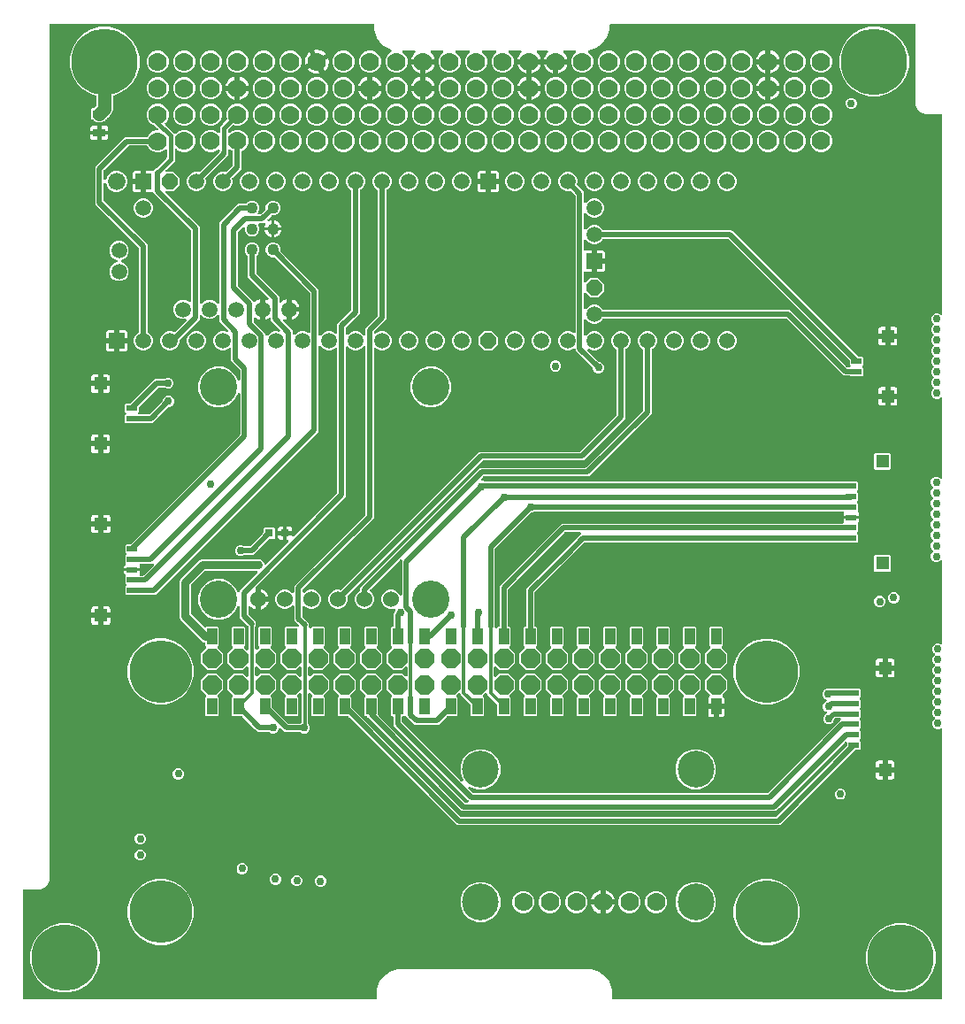
<source format=gbr>
G04 EAGLE Gerber RS-274X export*
G75*
%MOMM*%
%FSLAX34Y34*%
%LPD*%
%INTop Copper*%
%IPPOS*%
%AMOC8*
5,1,8,0,0,1.08239X$1,22.5*%
G01*
%ADD10C,6.350000*%
%ADD11C,1.778000*%
%ADD12R,1.200000X0.800000*%
%ADD13R,0.990600X0.558800*%
%ADD14R,1.270000X1.295400*%
%ADD15R,1.020000X1.524000*%
%ADD16C,3.556000*%
%ADD17C,1.524000*%
%ADD18R,1.508000X1.508000*%
%ADD19C,1.676400*%
%ADD20P,1.632244X8X112.500000*%
%ADD21C,1.508000*%
%ADD22C,1.108000*%
%ADD23R,1.000000X0.550000*%
%ADD24R,1.300000X1.260000*%
%ADD25P,2.029481X8X22.500000*%
%ADD26R,0.800000X0.800000*%
%ADD27C,0.756400*%
%ADD28C,1.270000*%
%ADD29C,0.500000*%
%ADD30C,0.350000*%
%ADD31C,0.800000*%
%ADD32C,3.516000*%
%ADD33C,0.450000*%
%ADD34C,6.000000*%

G36*
X348733Y10811D02*
X348733Y10811D01*
X348852Y10818D01*
X348890Y10831D01*
X348931Y10836D01*
X349041Y10879D01*
X349154Y10916D01*
X349189Y10938D01*
X349226Y10953D01*
X349322Y11022D01*
X349423Y11086D01*
X349451Y11116D01*
X349484Y11139D01*
X349560Y11231D01*
X349641Y11318D01*
X349661Y11353D01*
X349686Y11384D01*
X349737Y11492D01*
X349795Y11596D01*
X349805Y11636D01*
X349822Y11672D01*
X349844Y11789D01*
X349874Y11904D01*
X349878Y11964D01*
X349882Y11984D01*
X349880Y12005D01*
X349884Y12065D01*
X349884Y20873D01*
X352110Y27722D01*
X356342Y33548D01*
X362168Y37780D01*
X369017Y40006D01*
X555543Y40006D01*
X562392Y37780D01*
X568218Y33548D01*
X572450Y27722D01*
X574676Y20873D01*
X574676Y12065D01*
X574691Y11947D01*
X574698Y11828D01*
X574711Y11790D01*
X574716Y11749D01*
X574759Y11639D01*
X574796Y11526D01*
X574818Y11491D01*
X574833Y11454D01*
X574902Y11358D01*
X574966Y11257D01*
X574996Y11229D01*
X575019Y11196D01*
X575111Y11120D01*
X575198Y11039D01*
X575233Y11019D01*
X575264Y10994D01*
X575372Y10943D01*
X575476Y10885D01*
X575516Y10875D01*
X575552Y10858D01*
X575669Y10836D01*
X575784Y10806D01*
X575844Y10802D01*
X575864Y10798D01*
X575885Y10800D01*
X575945Y10796D01*
X889635Y10796D01*
X889753Y10811D01*
X889872Y10818D01*
X889910Y10831D01*
X889951Y10836D01*
X890061Y10879D01*
X890174Y10916D01*
X890209Y10938D01*
X890246Y10953D01*
X890342Y11022D01*
X890443Y11086D01*
X890471Y11116D01*
X890504Y11139D01*
X890580Y11231D01*
X890661Y11318D01*
X890681Y11353D01*
X890706Y11384D01*
X890757Y11492D01*
X890815Y11596D01*
X890825Y11636D01*
X890842Y11672D01*
X890864Y11789D01*
X890894Y11904D01*
X890898Y11964D01*
X890902Y11984D01*
X890900Y12005D01*
X890904Y12065D01*
X890904Y269077D01*
X890898Y269127D01*
X890900Y269176D01*
X890878Y269284D01*
X890864Y269393D01*
X890846Y269439D01*
X890836Y269488D01*
X890788Y269587D01*
X890747Y269689D01*
X890718Y269729D01*
X890696Y269774D01*
X890625Y269857D01*
X890561Y269946D01*
X890522Y269978D01*
X890490Y270016D01*
X890400Y270079D01*
X890316Y270149D01*
X890271Y270170D01*
X890230Y270199D01*
X890127Y270238D01*
X890028Y270284D01*
X889979Y270294D01*
X889933Y270311D01*
X889823Y270324D01*
X889716Y270344D01*
X889666Y270341D01*
X889617Y270347D01*
X889508Y270331D01*
X889398Y270324D01*
X889351Y270309D01*
X889302Y270302D01*
X889149Y270250D01*
X887646Y269627D01*
X885534Y269627D01*
X883584Y270435D01*
X882091Y271928D01*
X881283Y273878D01*
X881283Y275990D01*
X882091Y277940D01*
X883268Y279116D01*
X883341Y279211D01*
X883419Y279300D01*
X883438Y279336D01*
X883463Y279368D01*
X883510Y279477D01*
X883564Y279583D01*
X883573Y279622D01*
X883589Y279660D01*
X883608Y279777D01*
X883634Y279893D01*
X883632Y279934D01*
X883639Y279974D01*
X883628Y280092D01*
X883624Y280211D01*
X883613Y280250D01*
X883609Y280290D01*
X883569Y280403D01*
X883536Y280517D01*
X883515Y280551D01*
X883501Y280590D01*
X883435Y280688D01*
X883374Y280791D01*
X883334Y280836D01*
X883323Y280853D01*
X883308Y280866D01*
X883268Y280911D01*
X882091Y282088D01*
X881283Y284038D01*
X881283Y286150D01*
X882091Y288100D01*
X883268Y289277D01*
X883341Y289371D01*
X883419Y289460D01*
X883438Y289496D01*
X883463Y289528D01*
X883510Y289637D01*
X883564Y289743D01*
X883573Y289782D01*
X883589Y289820D01*
X883608Y289937D01*
X883634Y290053D01*
X883632Y290094D01*
X883639Y290134D01*
X883628Y290252D01*
X883624Y290371D01*
X883613Y290410D01*
X883609Y290450D01*
X883569Y290562D01*
X883536Y290677D01*
X883515Y290712D01*
X883501Y290750D01*
X883434Y290848D01*
X883374Y290951D01*
X883334Y290996D01*
X883323Y291013D01*
X883308Y291026D01*
X883268Y291072D01*
X882091Y292248D01*
X881283Y294198D01*
X881283Y296310D01*
X882091Y298260D01*
X883268Y299436D01*
X883341Y299531D01*
X883419Y299620D01*
X883438Y299656D01*
X883463Y299688D01*
X883510Y299797D01*
X883564Y299903D01*
X883573Y299942D01*
X883589Y299980D01*
X883608Y300097D01*
X883634Y300213D01*
X883632Y300254D01*
X883639Y300294D01*
X883628Y300412D01*
X883624Y300531D01*
X883613Y300570D01*
X883609Y300610D01*
X883569Y300723D01*
X883536Y300837D01*
X883515Y300871D01*
X883501Y300910D01*
X883435Y301008D01*
X883374Y301111D01*
X883334Y301156D01*
X883323Y301173D01*
X883308Y301186D01*
X883268Y301231D01*
X882091Y302408D01*
X881283Y304358D01*
X881283Y306470D01*
X882091Y308420D01*
X883268Y309596D01*
X883341Y309691D01*
X883419Y309780D01*
X883438Y309816D01*
X883463Y309848D01*
X883510Y309957D01*
X883564Y310063D01*
X883573Y310102D01*
X883589Y310140D01*
X883608Y310257D01*
X883634Y310373D01*
X883632Y310414D01*
X883639Y310454D01*
X883628Y310572D01*
X883624Y310691D01*
X883613Y310730D01*
X883609Y310770D01*
X883569Y310883D01*
X883536Y310997D01*
X883515Y311031D01*
X883501Y311070D01*
X883435Y311168D01*
X883374Y311271D01*
X883334Y311316D01*
X883323Y311333D01*
X883308Y311346D01*
X883268Y311391D01*
X882091Y312568D01*
X881283Y314518D01*
X881283Y316630D01*
X882091Y318580D01*
X883268Y319756D01*
X883341Y319851D01*
X883419Y319940D01*
X883438Y319976D01*
X883463Y320008D01*
X883510Y320117D01*
X883564Y320223D01*
X883573Y320262D01*
X883589Y320300D01*
X883608Y320417D01*
X883634Y320533D01*
X883632Y320574D01*
X883639Y320614D01*
X883628Y320732D01*
X883624Y320851D01*
X883613Y320890D01*
X883609Y320930D01*
X883569Y321043D01*
X883536Y321157D01*
X883515Y321191D01*
X883501Y321230D01*
X883435Y321328D01*
X883374Y321431D01*
X883334Y321476D01*
X883323Y321493D01*
X883308Y321506D01*
X883268Y321551D01*
X882091Y322728D01*
X881283Y324678D01*
X881283Y326790D01*
X882091Y328740D01*
X883268Y329916D01*
X883341Y330011D01*
X883419Y330100D01*
X883438Y330136D01*
X883463Y330168D01*
X883510Y330277D01*
X883564Y330383D01*
X883573Y330422D01*
X883589Y330460D01*
X883608Y330577D01*
X883634Y330693D01*
X883632Y330734D01*
X883639Y330774D01*
X883628Y330892D01*
X883624Y331011D01*
X883613Y331050D01*
X883609Y331090D01*
X883569Y331203D01*
X883536Y331317D01*
X883515Y331351D01*
X883501Y331390D01*
X883435Y331488D01*
X883374Y331591D01*
X883334Y331636D01*
X883323Y331653D01*
X883308Y331666D01*
X883268Y331711D01*
X882091Y332888D01*
X881283Y334838D01*
X881283Y336950D01*
X882091Y338900D01*
X883268Y340076D01*
X883341Y340171D01*
X883419Y340260D01*
X883438Y340296D01*
X883463Y340328D01*
X883510Y340437D01*
X883564Y340543D01*
X883573Y340582D01*
X883589Y340620D01*
X883608Y340737D01*
X883634Y340853D01*
X883632Y340894D01*
X883639Y340934D01*
X883628Y341052D01*
X883624Y341171D01*
X883613Y341210D01*
X883609Y341250D01*
X883569Y341363D01*
X883536Y341477D01*
X883515Y341511D01*
X883501Y341550D01*
X883435Y341648D01*
X883374Y341751D01*
X883334Y341796D01*
X883323Y341813D01*
X883308Y341826D01*
X883268Y341871D01*
X882091Y343048D01*
X881283Y344998D01*
X881283Y347110D01*
X882091Y349060D01*
X883584Y350553D01*
X885534Y351361D01*
X887646Y351361D01*
X889149Y350738D01*
X889197Y350725D01*
X889242Y350704D01*
X889350Y350683D01*
X889456Y350654D01*
X889506Y350653D01*
X889555Y350644D01*
X889664Y350651D01*
X889774Y350649D01*
X889822Y350660D01*
X889872Y350664D01*
X889976Y350697D01*
X890083Y350723D01*
X890127Y350746D01*
X890174Y350762D01*
X890267Y350820D01*
X890364Y350872D01*
X890401Y350905D01*
X890443Y350932D01*
X890518Y351012D01*
X890600Y351086D01*
X890627Y351127D01*
X890661Y351163D01*
X890714Y351260D01*
X890774Y351351D01*
X890791Y351398D01*
X890815Y351442D01*
X890842Y351548D01*
X890878Y351652D01*
X890882Y351702D01*
X890894Y351750D01*
X890904Y351911D01*
X890904Y429779D01*
X890887Y429917D01*
X890874Y430056D01*
X890867Y430075D01*
X890864Y430095D01*
X890813Y430224D01*
X890766Y430355D01*
X890755Y430372D01*
X890747Y430390D01*
X890666Y430503D01*
X890588Y430618D01*
X890572Y430631D01*
X890561Y430648D01*
X890453Y430737D01*
X890349Y430828D01*
X890331Y430838D01*
X890316Y430851D01*
X890190Y430910D01*
X890066Y430973D01*
X890046Y430977D01*
X890028Y430986D01*
X889891Y431012D01*
X889756Y431043D01*
X889735Y431042D01*
X889716Y431046D01*
X889577Y431037D01*
X889438Y431033D01*
X889418Y431027D01*
X889398Y431026D01*
X889266Y430983D01*
X889132Y430945D01*
X889115Y430934D01*
X889096Y430928D01*
X888978Y430854D01*
X888858Y430783D01*
X888837Y430764D01*
X888827Y430758D01*
X888813Y430743D01*
X888738Y430677D01*
X888196Y430135D01*
X886246Y429327D01*
X884134Y429327D01*
X882184Y430135D01*
X880691Y431628D01*
X879883Y433578D01*
X879883Y435690D01*
X880691Y437640D01*
X881868Y438816D01*
X881941Y438911D01*
X882019Y439000D01*
X882038Y439036D01*
X882063Y439068D01*
X882110Y439177D01*
X882164Y439283D01*
X882173Y439322D01*
X882189Y439360D01*
X882208Y439477D01*
X882234Y439593D01*
X882232Y439634D01*
X882239Y439674D01*
X882228Y439792D01*
X882224Y439911D01*
X882213Y439950D01*
X882209Y439990D01*
X882169Y440103D01*
X882136Y440217D01*
X882115Y440251D01*
X882101Y440290D01*
X882035Y440388D01*
X881974Y440491D01*
X881934Y440536D01*
X881923Y440553D01*
X881908Y440566D01*
X881868Y440611D01*
X880691Y441788D01*
X879883Y443738D01*
X879883Y445850D01*
X880691Y447800D01*
X881868Y448977D01*
X881941Y449071D01*
X882019Y449160D01*
X882038Y449196D01*
X882063Y449228D01*
X882110Y449337D01*
X882164Y449443D01*
X882173Y449482D01*
X882189Y449520D01*
X882208Y449637D01*
X882234Y449753D01*
X882232Y449794D01*
X882239Y449834D01*
X882228Y449952D01*
X882224Y450071D01*
X882213Y450110D01*
X882209Y450150D01*
X882169Y450262D01*
X882136Y450377D01*
X882115Y450412D01*
X882101Y450450D01*
X882034Y450548D01*
X881974Y450651D01*
X881934Y450696D01*
X881923Y450713D01*
X881908Y450726D01*
X881868Y450772D01*
X880691Y451948D01*
X879883Y453898D01*
X879883Y456010D01*
X880691Y457960D01*
X881868Y459136D01*
X881941Y459231D01*
X882019Y459320D01*
X882038Y459356D01*
X882063Y459388D01*
X882110Y459497D01*
X882164Y459603D01*
X882173Y459642D01*
X882189Y459680D01*
X882208Y459797D01*
X882234Y459913D01*
X882232Y459954D01*
X882239Y459994D01*
X882228Y460112D01*
X882224Y460231D01*
X882213Y460270D01*
X882209Y460310D01*
X882169Y460423D01*
X882136Y460537D01*
X882115Y460571D01*
X882101Y460610D01*
X882035Y460708D01*
X881974Y460811D01*
X881934Y460856D01*
X881923Y460873D01*
X881908Y460886D01*
X881868Y460931D01*
X880691Y462108D01*
X879883Y464058D01*
X879883Y466170D01*
X880691Y468120D01*
X881868Y469296D01*
X881941Y469391D01*
X882019Y469480D01*
X882038Y469516D01*
X882063Y469548D01*
X882110Y469657D01*
X882164Y469763D01*
X882173Y469802D01*
X882189Y469840D01*
X882208Y469957D01*
X882234Y470073D01*
X882232Y470114D01*
X882239Y470154D01*
X882228Y470272D01*
X882224Y470391D01*
X882213Y470430D01*
X882209Y470470D01*
X882169Y470583D01*
X882136Y470697D01*
X882115Y470731D01*
X882101Y470770D01*
X882035Y470868D01*
X881974Y470971D01*
X881934Y471016D01*
X881923Y471033D01*
X881908Y471046D01*
X881868Y471091D01*
X880691Y472268D01*
X879883Y474218D01*
X879883Y476330D01*
X880691Y478280D01*
X881868Y479456D01*
X881941Y479551D01*
X882019Y479640D01*
X882038Y479676D01*
X882063Y479708D01*
X882110Y479817D01*
X882164Y479923D01*
X882173Y479962D01*
X882189Y480000D01*
X882208Y480117D01*
X882234Y480233D01*
X882232Y480274D01*
X882239Y480314D01*
X882228Y480432D01*
X882224Y480551D01*
X882213Y480590D01*
X882209Y480630D01*
X882169Y480743D01*
X882136Y480857D01*
X882115Y480891D01*
X882101Y480930D01*
X882035Y481028D01*
X881974Y481131D01*
X881934Y481176D01*
X881923Y481193D01*
X881908Y481206D01*
X881868Y481251D01*
X880691Y482428D01*
X879883Y484378D01*
X879883Y486490D01*
X880691Y488440D01*
X881868Y489616D01*
X881941Y489711D01*
X882019Y489800D01*
X882038Y489836D01*
X882063Y489868D01*
X882110Y489977D01*
X882164Y490083D01*
X882173Y490122D01*
X882189Y490160D01*
X882208Y490277D01*
X882234Y490393D01*
X882232Y490434D01*
X882239Y490474D01*
X882228Y490592D01*
X882224Y490711D01*
X882213Y490750D01*
X882209Y490790D01*
X882169Y490903D01*
X882136Y491017D01*
X882115Y491051D01*
X882101Y491090D01*
X882035Y491188D01*
X881974Y491291D01*
X881934Y491336D01*
X881923Y491353D01*
X881908Y491366D01*
X881868Y491411D01*
X880691Y492588D01*
X879883Y494538D01*
X879883Y496650D01*
X880691Y498600D01*
X881868Y499776D01*
X881941Y499871D01*
X882019Y499960D01*
X882038Y499996D01*
X882063Y500028D01*
X882110Y500137D01*
X882164Y500243D01*
X882173Y500282D01*
X882189Y500320D01*
X882208Y500437D01*
X882234Y500553D01*
X882232Y500594D01*
X882239Y500634D01*
X882228Y500752D01*
X882224Y500871D01*
X882213Y500910D01*
X882209Y500950D01*
X882169Y501063D01*
X882136Y501177D01*
X882115Y501211D01*
X882101Y501250D01*
X882035Y501348D01*
X881974Y501451D01*
X881934Y501496D01*
X881923Y501513D01*
X881908Y501526D01*
X881868Y501571D01*
X880691Y502748D01*
X879883Y504698D01*
X879883Y506810D01*
X880691Y508760D01*
X882184Y510253D01*
X884134Y511061D01*
X886246Y511061D01*
X888196Y510253D01*
X888738Y509711D01*
X888847Y509626D01*
X888954Y509537D01*
X888973Y509529D01*
X888989Y509516D01*
X889117Y509461D01*
X889242Y509402D01*
X889262Y509398D01*
X889281Y509390D01*
X889419Y509368D01*
X889555Y509342D01*
X889575Y509343D01*
X889595Y509340D01*
X889734Y509353D01*
X889872Y509362D01*
X889891Y509368D01*
X889911Y509370D01*
X890042Y509417D01*
X890174Y509460D01*
X890192Y509471D01*
X890211Y509478D01*
X890325Y509556D01*
X890443Y509630D01*
X890457Y509645D01*
X890474Y509656D01*
X890566Y509760D01*
X890661Y509862D01*
X890671Y509879D01*
X890684Y509895D01*
X890747Y510018D01*
X890815Y510140D01*
X890820Y510160D01*
X890829Y510178D01*
X890859Y510314D01*
X890894Y510448D01*
X890896Y510476D01*
X890899Y510488D01*
X890898Y510509D01*
X890904Y510609D01*
X890904Y585679D01*
X890887Y585817D01*
X890874Y585956D01*
X890867Y585975D01*
X890864Y585995D01*
X890813Y586124D01*
X890766Y586255D01*
X890755Y586272D01*
X890747Y586290D01*
X890666Y586403D01*
X890588Y586518D01*
X890572Y586531D01*
X890561Y586548D01*
X890454Y586636D01*
X890349Y586728D01*
X890331Y586738D01*
X890316Y586751D01*
X890190Y586810D01*
X890066Y586873D01*
X890046Y586878D01*
X890028Y586886D01*
X889892Y586912D01*
X889756Y586943D01*
X889735Y586942D01*
X889716Y586946D01*
X889577Y586937D01*
X889438Y586933D01*
X889418Y586927D01*
X889398Y586926D01*
X889266Y586883D01*
X889132Y586845D01*
X889115Y586834D01*
X889096Y586828D01*
X888978Y586754D01*
X888858Y586683D01*
X888837Y586664D01*
X888827Y586658D01*
X888813Y586643D01*
X888737Y586577D01*
X888496Y586335D01*
X886546Y585527D01*
X884434Y585527D01*
X882484Y586335D01*
X880991Y587828D01*
X880183Y589778D01*
X880183Y591890D01*
X880991Y593840D01*
X882168Y595016D01*
X882241Y595111D01*
X882319Y595200D01*
X882338Y595236D01*
X882363Y595268D01*
X882410Y595377D01*
X882464Y595483D01*
X882473Y595522D01*
X882489Y595560D01*
X882508Y595677D01*
X882534Y595793D01*
X882532Y595834D01*
X882539Y595874D01*
X882528Y595992D01*
X882524Y596111D01*
X882513Y596150D01*
X882509Y596190D01*
X882469Y596303D01*
X882436Y596417D01*
X882416Y596449D01*
X882413Y596459D01*
X882411Y596462D01*
X882401Y596490D01*
X882335Y596588D01*
X882274Y596691D01*
X882248Y596721D01*
X882243Y596728D01*
X882233Y596737D01*
X882223Y596753D01*
X882208Y596766D01*
X882168Y596811D01*
X880991Y597988D01*
X880183Y599938D01*
X880183Y602050D01*
X880991Y604000D01*
X882168Y605177D01*
X882241Y605271D01*
X882319Y605360D01*
X882329Y605378D01*
X882341Y605393D01*
X882350Y605412D01*
X882363Y605428D01*
X882410Y605537D01*
X882464Y605643D01*
X882468Y605663D01*
X882477Y605681D01*
X882481Y605701D01*
X882489Y605720D01*
X882508Y605837D01*
X882534Y605953D01*
X882533Y605974D01*
X882537Y605993D01*
X882536Y606013D01*
X882539Y606034D01*
X882528Y606152D01*
X882524Y606271D01*
X882518Y606291D01*
X882517Y606311D01*
X882511Y606330D01*
X882509Y606350D01*
X882469Y606462D01*
X882436Y606577D01*
X882425Y606594D01*
X882419Y606613D01*
X882408Y606630D01*
X882401Y606650D01*
X882334Y606748D01*
X882274Y606851D01*
X882255Y606872D01*
X882249Y606882D01*
X882234Y606896D01*
X882223Y606913D01*
X882208Y606926D01*
X882168Y606972D01*
X880991Y608148D01*
X880183Y610098D01*
X880183Y612210D01*
X880991Y614160D01*
X882168Y615336D01*
X882241Y615431D01*
X882319Y615520D01*
X882330Y615541D01*
X882336Y615547D01*
X882342Y615561D01*
X882363Y615588D01*
X882410Y615697D01*
X882464Y615803D01*
X882473Y615842D01*
X882489Y615880D01*
X882508Y615997D01*
X882534Y616113D01*
X882532Y616154D01*
X882539Y616194D01*
X882528Y616312D01*
X882524Y616431D01*
X882513Y616470D01*
X882509Y616510D01*
X882469Y616623D01*
X882436Y616737D01*
X882415Y616771D01*
X882401Y616810D01*
X882335Y616908D01*
X882274Y617011D01*
X882234Y617056D01*
X882223Y617073D01*
X882208Y617086D01*
X882168Y617131D01*
X880991Y618308D01*
X880183Y620258D01*
X880183Y622370D01*
X880991Y624320D01*
X882168Y625496D01*
X882241Y625591D01*
X882319Y625680D01*
X882338Y625716D01*
X882363Y625748D01*
X882410Y625857D01*
X882464Y625963D01*
X882473Y626002D01*
X882489Y626040D01*
X882508Y626157D01*
X882534Y626273D01*
X882532Y626314D01*
X882539Y626354D01*
X882528Y626472D01*
X882524Y626591D01*
X882513Y626630D01*
X882509Y626670D01*
X882469Y626783D01*
X882436Y626897D01*
X882415Y626931D01*
X882401Y626970D01*
X882335Y627068D01*
X882274Y627171D01*
X882234Y627216D01*
X882223Y627233D01*
X882208Y627246D01*
X882168Y627291D01*
X880991Y628468D01*
X880183Y630418D01*
X880183Y632530D01*
X880991Y634480D01*
X882168Y635656D01*
X882241Y635751D01*
X882319Y635840D01*
X882338Y635876D01*
X882363Y635908D01*
X882410Y636017D01*
X882464Y636123D01*
X882473Y636162D01*
X882489Y636200D01*
X882508Y636317D01*
X882534Y636433D01*
X882532Y636474D01*
X882539Y636514D01*
X882528Y636632D01*
X882524Y636751D01*
X882513Y636790D01*
X882509Y636830D01*
X882469Y636943D01*
X882436Y637057D01*
X882415Y637091D01*
X882401Y637130D01*
X882335Y637228D01*
X882274Y637331D01*
X882234Y637376D01*
X882223Y637393D01*
X882208Y637406D01*
X882168Y637451D01*
X880991Y638628D01*
X880183Y640578D01*
X880183Y642690D01*
X880991Y644640D01*
X882168Y645816D01*
X882241Y645911D01*
X882319Y646000D01*
X882338Y646036D01*
X882363Y646068D01*
X882410Y646177D01*
X882464Y646283D01*
X882473Y646322D01*
X882489Y646360D01*
X882508Y646477D01*
X882534Y646593D01*
X882532Y646634D01*
X882539Y646674D01*
X882528Y646792D01*
X882524Y646911D01*
X882513Y646950D01*
X882509Y646990D01*
X882469Y647103D01*
X882436Y647217D01*
X882415Y647251D01*
X882401Y647290D01*
X882335Y647388D01*
X882274Y647491D01*
X882234Y647536D01*
X882223Y647553D01*
X882208Y647566D01*
X882168Y647611D01*
X880991Y648788D01*
X880183Y650738D01*
X880183Y652850D01*
X880991Y654800D01*
X882168Y655976D01*
X882241Y656071D01*
X882319Y656160D01*
X882338Y656196D01*
X882363Y656228D01*
X882410Y656337D01*
X882464Y656443D01*
X882473Y656482D01*
X882489Y656520D01*
X882508Y656637D01*
X882534Y656753D01*
X882532Y656794D01*
X882539Y656834D01*
X882528Y656952D01*
X882524Y657071D01*
X882513Y657110D01*
X882509Y657150D01*
X882469Y657263D01*
X882436Y657377D01*
X882415Y657411D01*
X882401Y657450D01*
X882335Y657548D01*
X882274Y657651D01*
X882234Y657696D01*
X882223Y657713D01*
X882208Y657726D01*
X882168Y657771D01*
X880991Y658948D01*
X880183Y660898D01*
X880183Y663010D01*
X880991Y664960D01*
X882484Y666453D01*
X884434Y667261D01*
X886546Y667261D01*
X888496Y666453D01*
X888737Y666211D01*
X888847Y666126D01*
X888954Y666037D01*
X888973Y666029D01*
X888989Y666016D01*
X889116Y665961D01*
X889242Y665902D01*
X889262Y665898D01*
X889281Y665890D01*
X889418Y665868D01*
X889555Y665842D01*
X889575Y665843D01*
X889595Y665840D01*
X889734Y665853D01*
X889872Y665862D01*
X889891Y665868D01*
X889911Y665870D01*
X890043Y665917D01*
X890174Y665960D01*
X890191Y665971D01*
X890211Y665978D01*
X890326Y666056D01*
X890443Y666130D01*
X890457Y666145D01*
X890474Y666156D01*
X890566Y666260D01*
X890661Y666362D01*
X890671Y666379D01*
X890684Y666395D01*
X890748Y666519D01*
X890815Y666640D01*
X890820Y666660D01*
X890829Y666678D01*
X890859Y666814D01*
X890894Y666948D01*
X890896Y666976D01*
X890899Y666988D01*
X890898Y667009D01*
X890904Y667109D01*
X890904Y856615D01*
X890889Y856733D01*
X890882Y856852D01*
X890869Y856890D01*
X890864Y856931D01*
X890821Y857041D01*
X890784Y857154D01*
X890762Y857189D01*
X890747Y857226D01*
X890678Y857322D01*
X890614Y857423D01*
X890584Y857451D01*
X890561Y857484D01*
X890469Y857560D01*
X890382Y857641D01*
X890347Y857661D01*
X890316Y857686D01*
X890208Y857737D01*
X890104Y857795D01*
X890064Y857805D01*
X890028Y857822D01*
X889911Y857844D01*
X889796Y857874D01*
X889736Y857878D01*
X889716Y857882D01*
X889695Y857880D01*
X889635Y857884D01*
X874153Y857884D01*
X870185Y859528D01*
X867148Y862565D01*
X865504Y866533D01*
X865504Y942975D01*
X865489Y943093D01*
X865482Y943212D01*
X865469Y943250D01*
X865464Y943291D01*
X865421Y943401D01*
X865384Y943514D01*
X865362Y943549D01*
X865347Y943586D01*
X865278Y943682D01*
X865214Y943783D01*
X865184Y943811D01*
X865161Y943844D01*
X865069Y943920D01*
X864982Y944001D01*
X864947Y944021D01*
X864916Y944046D01*
X864808Y944097D01*
X864704Y944155D01*
X864664Y944165D01*
X864628Y944182D01*
X864511Y944204D01*
X864396Y944234D01*
X864336Y944238D01*
X864316Y944242D01*
X864295Y944240D01*
X864235Y944244D01*
X574040Y944244D01*
X574018Y944242D01*
X573941Y944240D01*
X573841Y944233D01*
X573773Y944219D01*
X573704Y944214D01*
X573548Y944174D01*
X573359Y944113D01*
X573252Y944062D01*
X573142Y944019D01*
X573090Y943986D01*
X573072Y943977D01*
X573056Y943965D01*
X573006Y943933D01*
X572845Y943816D01*
X572759Y943735D01*
X572667Y943659D01*
X572628Y943612D01*
X572613Y943598D01*
X572602Y943581D01*
X572564Y943535D01*
X572447Y943374D01*
X572390Y943270D01*
X572326Y943170D01*
X572304Y943114D01*
X572294Y943096D01*
X572289Y943076D01*
X572267Y943021D01*
X572206Y942832D01*
X572193Y942764D01*
X572170Y942698D01*
X572147Y942539D01*
X572140Y942440D01*
X572141Y942418D01*
X572136Y942340D01*
X572136Y938619D01*
X569836Y931540D01*
X565461Y925519D01*
X559440Y921144D01*
X552575Y918914D01*
X552485Y918871D01*
X552391Y918838D01*
X552342Y918804D01*
X552287Y918778D01*
X552211Y918715D01*
X552128Y918659D01*
X552088Y918614D01*
X552042Y918576D01*
X551984Y918495D01*
X551918Y918421D01*
X551890Y918367D01*
X551855Y918318D01*
X551818Y918226D01*
X551773Y918137D01*
X551760Y918079D01*
X551738Y918023D01*
X551725Y917924D01*
X551704Y917827D01*
X551705Y917767D01*
X551698Y917707D01*
X551710Y917609D01*
X551713Y917509D01*
X551730Y917451D01*
X551738Y917392D01*
X551774Y917299D01*
X551802Y917204D01*
X551832Y917152D01*
X551854Y917096D01*
X551913Y917015D01*
X551963Y916930D01*
X552029Y916855D01*
X552041Y916838D01*
X552051Y916831D01*
X552070Y916809D01*
X554929Y913949D01*
X556515Y910122D01*
X556515Y905978D01*
X554929Y902151D01*
X551999Y899221D01*
X548172Y897635D01*
X544028Y897635D01*
X540201Y899221D01*
X537271Y902151D01*
X535685Y905978D01*
X535685Y910122D01*
X537271Y913949D01*
X539999Y916678D01*
X540084Y916787D01*
X540173Y916894D01*
X540181Y916913D01*
X540194Y916929D01*
X540249Y917057D01*
X540308Y917182D01*
X540312Y917202D01*
X540320Y917221D01*
X540342Y917359D01*
X540368Y917495D01*
X540367Y917515D01*
X540370Y917535D01*
X540357Y917673D01*
X540348Y917812D01*
X540342Y917831D01*
X540340Y917851D01*
X540293Y917983D01*
X540250Y918114D01*
X540239Y918132D01*
X540233Y918151D01*
X540155Y918266D01*
X540080Y918383D01*
X540065Y918397D01*
X540054Y918414D01*
X539950Y918506D01*
X539849Y918601D01*
X539831Y918611D01*
X539816Y918624D01*
X539691Y918688D01*
X539570Y918755D01*
X539550Y918760D01*
X539532Y918769D01*
X539397Y918799D01*
X539262Y918834D01*
X539234Y918836D01*
X539222Y918839D01*
X539202Y918838D01*
X539101Y918844D01*
X529135Y918844D01*
X528997Y918827D01*
X528859Y918814D01*
X528840Y918807D01*
X528820Y918804D01*
X528691Y918753D01*
X528560Y918706D01*
X528543Y918695D01*
X528524Y918687D01*
X528412Y918606D01*
X528297Y918528D01*
X528283Y918512D01*
X528267Y918501D01*
X528178Y918393D01*
X528086Y918289D01*
X528077Y918271D01*
X528064Y918256D01*
X528005Y918130D01*
X527942Y918006D01*
X527937Y917986D01*
X527929Y917968D01*
X527902Y917831D01*
X527872Y917696D01*
X527873Y917675D01*
X527869Y917656D01*
X527877Y917517D01*
X527882Y917378D01*
X527887Y917358D01*
X527889Y917338D01*
X527931Y917206D01*
X527970Y917072D01*
X527980Y917055D01*
X527987Y917036D01*
X528061Y916918D01*
X528132Y916798D01*
X528150Y916777D01*
X528157Y916767D01*
X528172Y916753D01*
X528238Y916678D01*
X529419Y915497D01*
X530477Y914041D01*
X531293Y912438D01*
X531849Y910727D01*
X531871Y910589D01*
X521970Y910589D01*
X521852Y910574D01*
X521733Y910567D01*
X521695Y910554D01*
X521655Y910549D01*
X521544Y910506D01*
X521431Y910469D01*
X521397Y910447D01*
X521359Y910432D01*
X521263Y910362D01*
X521162Y910299D01*
X521134Y910269D01*
X521102Y910245D01*
X521026Y910154D01*
X520944Y910067D01*
X520925Y910032D01*
X520899Y910001D01*
X520848Y909893D01*
X520791Y909789D01*
X520780Y909749D01*
X520763Y909713D01*
X520741Y909596D01*
X520711Y909481D01*
X520707Y909420D01*
X520703Y909400D01*
X520705Y909380D01*
X520701Y909320D01*
X520701Y908049D01*
X520699Y908049D01*
X520699Y909320D01*
X520684Y909438D01*
X520677Y909557D01*
X520664Y909595D01*
X520659Y909635D01*
X520615Y909746D01*
X520579Y909859D01*
X520557Y909894D01*
X520542Y909931D01*
X520472Y910027D01*
X520409Y910128D01*
X520379Y910156D01*
X520355Y910189D01*
X520264Y910264D01*
X520177Y910346D01*
X520142Y910366D01*
X520110Y910391D01*
X520003Y910442D01*
X519898Y910500D01*
X519859Y910510D01*
X519823Y910527D01*
X519706Y910549D01*
X519591Y910579D01*
X519530Y910583D01*
X519510Y910587D01*
X519490Y910585D01*
X519430Y910589D01*
X509529Y910589D01*
X509551Y910727D01*
X510107Y912438D01*
X510923Y914041D01*
X511981Y915497D01*
X513162Y916678D01*
X513247Y916787D01*
X513336Y916894D01*
X513345Y916913D01*
X513357Y916929D01*
X513412Y917056D01*
X513471Y917182D01*
X513475Y917202D01*
X513483Y917221D01*
X513505Y917359D01*
X513531Y917495D01*
X513530Y917515D01*
X513533Y917535D01*
X513520Y917673D01*
X513511Y917812D01*
X513505Y917831D01*
X513503Y917851D01*
X513456Y917983D01*
X513413Y918114D01*
X513403Y918132D01*
X513396Y918151D01*
X513318Y918266D01*
X513243Y918383D01*
X513229Y918397D01*
X513217Y918414D01*
X513113Y918506D01*
X513012Y918601D01*
X512994Y918611D01*
X512979Y918624D01*
X512855Y918687D01*
X512733Y918755D01*
X512714Y918760D01*
X512696Y918769D01*
X512560Y918799D01*
X512425Y918834D01*
X512397Y918836D01*
X512385Y918839D01*
X512365Y918838D01*
X512265Y918844D01*
X503735Y918844D01*
X503597Y918827D01*
X503459Y918814D01*
X503440Y918807D01*
X503420Y918804D01*
X503291Y918753D01*
X503160Y918706D01*
X503143Y918695D01*
X503124Y918687D01*
X503012Y918606D01*
X502897Y918528D01*
X502883Y918512D01*
X502867Y918501D01*
X502778Y918393D01*
X502686Y918289D01*
X502677Y918271D01*
X502664Y918256D01*
X502605Y918130D01*
X502542Y918006D01*
X502537Y917986D01*
X502529Y917968D01*
X502502Y917831D01*
X502472Y917696D01*
X502473Y917675D01*
X502469Y917656D01*
X502477Y917517D01*
X502482Y917378D01*
X502487Y917358D01*
X502489Y917338D01*
X502531Y917206D01*
X502570Y917072D01*
X502580Y917055D01*
X502587Y917036D01*
X502661Y916918D01*
X502732Y916798D01*
X502750Y916777D01*
X502757Y916767D01*
X502772Y916753D01*
X502838Y916678D01*
X504019Y915497D01*
X505077Y914041D01*
X505893Y912438D01*
X506449Y910727D01*
X506471Y910589D01*
X496570Y910589D01*
X496452Y910574D01*
X496333Y910567D01*
X496295Y910554D01*
X496255Y910549D01*
X496144Y910506D01*
X496031Y910469D01*
X495997Y910447D01*
X495959Y910432D01*
X495863Y910362D01*
X495762Y910299D01*
X495734Y910269D01*
X495702Y910245D01*
X495626Y910154D01*
X495544Y910067D01*
X495525Y910032D01*
X495499Y910001D01*
X495448Y909893D01*
X495391Y909789D01*
X495380Y909749D01*
X495363Y909713D01*
X495341Y909596D01*
X495311Y909481D01*
X495307Y909420D01*
X495303Y909400D01*
X495305Y909380D01*
X495301Y909320D01*
X495301Y908049D01*
X495299Y908049D01*
X495299Y909320D01*
X495284Y909438D01*
X495277Y909557D01*
X495264Y909595D01*
X495259Y909635D01*
X495215Y909746D01*
X495179Y909859D01*
X495157Y909894D01*
X495142Y909931D01*
X495072Y910027D01*
X495009Y910128D01*
X494979Y910156D01*
X494955Y910189D01*
X494864Y910264D01*
X494777Y910346D01*
X494742Y910366D01*
X494710Y910391D01*
X494603Y910442D01*
X494498Y910500D01*
X494459Y910510D01*
X494423Y910527D01*
X494306Y910549D01*
X494191Y910579D01*
X494130Y910583D01*
X494110Y910587D01*
X494090Y910585D01*
X494030Y910589D01*
X484129Y910589D01*
X484151Y910727D01*
X484707Y912438D01*
X485523Y914041D01*
X486581Y915497D01*
X487762Y916678D01*
X487847Y916787D01*
X487936Y916894D01*
X487945Y916913D01*
X487957Y916929D01*
X488012Y917056D01*
X488071Y917182D01*
X488075Y917202D01*
X488083Y917221D01*
X488105Y917359D01*
X488131Y917495D01*
X488130Y917515D01*
X488133Y917535D01*
X488120Y917673D01*
X488111Y917812D01*
X488105Y917831D01*
X488103Y917851D01*
X488056Y917983D01*
X488013Y918114D01*
X488003Y918132D01*
X487996Y918151D01*
X487918Y918266D01*
X487843Y918383D01*
X487829Y918397D01*
X487817Y918414D01*
X487713Y918506D01*
X487612Y918601D01*
X487594Y918611D01*
X487579Y918624D01*
X487455Y918687D01*
X487333Y918755D01*
X487314Y918760D01*
X487296Y918769D01*
X487160Y918799D01*
X487025Y918834D01*
X486997Y918836D01*
X486985Y918839D01*
X486965Y918838D01*
X486865Y918844D01*
X476899Y918844D01*
X476761Y918827D01*
X476622Y918814D01*
X476603Y918807D01*
X476583Y918804D01*
X476454Y918753D01*
X476323Y918706D01*
X476306Y918695D01*
X476287Y918687D01*
X476175Y918606D01*
X476060Y918528D01*
X476046Y918512D01*
X476030Y918501D01*
X475941Y918393D01*
X475849Y918289D01*
X475840Y918271D01*
X475827Y918256D01*
X475768Y918130D01*
X475705Y918006D01*
X475700Y917986D01*
X475692Y917968D01*
X475666Y917832D01*
X475635Y917696D01*
X475636Y917675D01*
X475632Y917656D01*
X475641Y917517D01*
X475645Y917378D01*
X475650Y917358D01*
X475652Y917338D01*
X475694Y917206D01*
X475733Y917072D01*
X475743Y917055D01*
X475750Y917036D01*
X475824Y916918D01*
X475895Y916798D01*
X475913Y916777D01*
X475920Y916767D01*
X475935Y916753D01*
X476001Y916678D01*
X478729Y913949D01*
X480315Y910122D01*
X480315Y905978D01*
X478729Y902151D01*
X475799Y899221D01*
X471972Y897635D01*
X467828Y897635D01*
X464001Y899221D01*
X461071Y902151D01*
X459485Y905978D01*
X459485Y910122D01*
X461071Y913949D01*
X463799Y916678D01*
X463884Y916787D01*
X463973Y916894D01*
X463981Y916913D01*
X463994Y916929D01*
X464049Y917057D01*
X464108Y917182D01*
X464112Y917202D01*
X464120Y917221D01*
X464142Y917359D01*
X464168Y917495D01*
X464167Y917515D01*
X464170Y917535D01*
X464157Y917673D01*
X464148Y917812D01*
X464142Y917831D01*
X464140Y917851D01*
X464093Y917983D01*
X464050Y918114D01*
X464039Y918132D01*
X464033Y918151D01*
X463955Y918266D01*
X463880Y918383D01*
X463865Y918397D01*
X463854Y918414D01*
X463750Y918506D01*
X463649Y918601D01*
X463631Y918611D01*
X463616Y918624D01*
X463491Y918688D01*
X463370Y918755D01*
X463350Y918760D01*
X463332Y918769D01*
X463197Y918799D01*
X463062Y918834D01*
X463034Y918836D01*
X463022Y918839D01*
X463002Y918838D01*
X462901Y918844D01*
X451499Y918844D01*
X451361Y918827D01*
X451222Y918814D01*
X451203Y918807D01*
X451183Y918804D01*
X451054Y918753D01*
X450923Y918706D01*
X450906Y918695D01*
X450887Y918687D01*
X450775Y918606D01*
X450660Y918528D01*
X450646Y918512D01*
X450630Y918501D01*
X450541Y918393D01*
X450449Y918289D01*
X450440Y918271D01*
X450427Y918256D01*
X450368Y918130D01*
X450305Y918006D01*
X450300Y917986D01*
X450292Y917968D01*
X450266Y917832D01*
X450235Y917696D01*
X450236Y917675D01*
X450232Y917656D01*
X450241Y917517D01*
X450245Y917378D01*
X450250Y917358D01*
X450252Y917338D01*
X450294Y917206D01*
X450333Y917072D01*
X450343Y917055D01*
X450350Y917036D01*
X450424Y916918D01*
X450495Y916798D01*
X450513Y916777D01*
X450520Y916767D01*
X450535Y916753D01*
X450601Y916678D01*
X453329Y913949D01*
X454915Y910122D01*
X454915Y905978D01*
X453329Y902151D01*
X450399Y899221D01*
X446572Y897635D01*
X442428Y897635D01*
X438601Y899221D01*
X435671Y902151D01*
X434085Y905978D01*
X434085Y910122D01*
X435671Y913949D01*
X438399Y916678D01*
X438484Y916787D01*
X438573Y916894D01*
X438581Y916913D01*
X438594Y916929D01*
X438649Y917057D01*
X438708Y917182D01*
X438712Y917202D01*
X438720Y917221D01*
X438742Y917359D01*
X438768Y917495D01*
X438767Y917515D01*
X438770Y917535D01*
X438757Y917673D01*
X438748Y917812D01*
X438742Y917831D01*
X438740Y917851D01*
X438693Y917983D01*
X438650Y918114D01*
X438639Y918132D01*
X438633Y918151D01*
X438555Y918266D01*
X438480Y918383D01*
X438465Y918397D01*
X438454Y918414D01*
X438350Y918506D01*
X438249Y918601D01*
X438231Y918611D01*
X438216Y918624D01*
X438091Y918688D01*
X437970Y918755D01*
X437950Y918760D01*
X437932Y918769D01*
X437797Y918799D01*
X437662Y918834D01*
X437634Y918836D01*
X437622Y918839D01*
X437602Y918838D01*
X437501Y918844D01*
X426099Y918844D01*
X425961Y918827D01*
X425822Y918814D01*
X425803Y918807D01*
X425783Y918804D01*
X425654Y918753D01*
X425523Y918706D01*
X425506Y918695D01*
X425487Y918687D01*
X425375Y918606D01*
X425260Y918528D01*
X425246Y918512D01*
X425230Y918501D01*
X425141Y918393D01*
X425049Y918289D01*
X425040Y918271D01*
X425027Y918256D01*
X424968Y918130D01*
X424905Y918006D01*
X424900Y917986D01*
X424892Y917968D01*
X424866Y917832D01*
X424835Y917696D01*
X424836Y917675D01*
X424832Y917656D01*
X424841Y917517D01*
X424845Y917378D01*
X424850Y917358D01*
X424852Y917338D01*
X424894Y917206D01*
X424933Y917072D01*
X424943Y917055D01*
X424950Y917036D01*
X425024Y916918D01*
X425095Y916798D01*
X425113Y916777D01*
X425120Y916767D01*
X425135Y916753D01*
X425201Y916678D01*
X427929Y913949D01*
X429515Y910122D01*
X429515Y905978D01*
X427929Y902151D01*
X424999Y899221D01*
X421172Y897635D01*
X417028Y897635D01*
X413201Y899221D01*
X410271Y902151D01*
X408685Y905978D01*
X408685Y910122D01*
X410271Y913949D01*
X412999Y916678D01*
X413084Y916787D01*
X413173Y916894D01*
X413181Y916913D01*
X413194Y916929D01*
X413249Y917057D01*
X413308Y917182D01*
X413312Y917202D01*
X413320Y917221D01*
X413342Y917359D01*
X413368Y917495D01*
X413367Y917515D01*
X413370Y917535D01*
X413357Y917673D01*
X413348Y917812D01*
X413342Y917831D01*
X413340Y917851D01*
X413293Y917983D01*
X413250Y918114D01*
X413239Y918132D01*
X413233Y918151D01*
X413155Y918266D01*
X413080Y918383D01*
X413065Y918397D01*
X413054Y918414D01*
X412950Y918506D01*
X412849Y918601D01*
X412831Y918611D01*
X412816Y918624D01*
X412691Y918688D01*
X412570Y918755D01*
X412550Y918760D01*
X412532Y918769D01*
X412397Y918799D01*
X412262Y918834D01*
X412234Y918836D01*
X412222Y918839D01*
X412202Y918838D01*
X412101Y918844D01*
X402135Y918844D01*
X401997Y918827D01*
X401859Y918814D01*
X401840Y918807D01*
X401820Y918804D01*
X401691Y918753D01*
X401560Y918706D01*
X401543Y918695D01*
X401524Y918687D01*
X401412Y918606D01*
X401297Y918528D01*
X401283Y918512D01*
X401267Y918501D01*
X401178Y918393D01*
X401086Y918289D01*
X401077Y918271D01*
X401064Y918256D01*
X401005Y918130D01*
X400942Y918006D01*
X400937Y917986D01*
X400929Y917968D01*
X400902Y917831D01*
X400872Y917696D01*
X400873Y917675D01*
X400869Y917656D01*
X400877Y917517D01*
X400882Y917378D01*
X400887Y917358D01*
X400889Y917338D01*
X400931Y917206D01*
X400970Y917072D01*
X400980Y917055D01*
X400987Y917036D01*
X401061Y916918D01*
X401132Y916798D01*
X401150Y916777D01*
X401157Y916767D01*
X401172Y916753D01*
X401238Y916678D01*
X402419Y915497D01*
X403477Y914041D01*
X404293Y912438D01*
X404849Y910727D01*
X404871Y910589D01*
X394970Y910589D01*
X394852Y910574D01*
X394733Y910567D01*
X394695Y910554D01*
X394655Y910549D01*
X394544Y910506D01*
X394431Y910469D01*
X394397Y910447D01*
X394359Y910432D01*
X394263Y910362D01*
X394162Y910299D01*
X394134Y910269D01*
X394102Y910245D01*
X394026Y910154D01*
X393944Y910067D01*
X393925Y910032D01*
X393899Y910001D01*
X393848Y909893D01*
X393791Y909789D01*
X393780Y909749D01*
X393763Y909713D01*
X393741Y909596D01*
X393711Y909481D01*
X393707Y909420D01*
X393703Y909400D01*
X393705Y909380D01*
X393701Y909320D01*
X393701Y908049D01*
X393699Y908049D01*
X393699Y909320D01*
X393684Y909438D01*
X393677Y909557D01*
X393664Y909595D01*
X393659Y909635D01*
X393615Y909746D01*
X393579Y909859D01*
X393557Y909894D01*
X393542Y909931D01*
X393472Y910027D01*
X393409Y910128D01*
X393379Y910156D01*
X393355Y910189D01*
X393264Y910264D01*
X393177Y910346D01*
X393142Y910366D01*
X393110Y910391D01*
X393003Y910442D01*
X392898Y910500D01*
X392859Y910510D01*
X392823Y910527D01*
X392706Y910549D01*
X392591Y910579D01*
X392530Y910583D01*
X392510Y910587D01*
X392490Y910585D01*
X392430Y910589D01*
X382529Y910589D01*
X382551Y910727D01*
X383107Y912438D01*
X383923Y914041D01*
X384981Y915497D01*
X386162Y916678D01*
X386247Y916787D01*
X386336Y916894D01*
X386345Y916913D01*
X386357Y916929D01*
X386412Y917056D01*
X386471Y917182D01*
X386475Y917202D01*
X386483Y917221D01*
X386505Y917359D01*
X386531Y917495D01*
X386530Y917515D01*
X386533Y917535D01*
X386520Y917673D01*
X386511Y917812D01*
X386505Y917831D01*
X386503Y917851D01*
X386456Y917983D01*
X386413Y918114D01*
X386403Y918132D01*
X386396Y918151D01*
X386318Y918266D01*
X386243Y918383D01*
X386229Y918397D01*
X386217Y918414D01*
X386113Y918506D01*
X386012Y918601D01*
X385994Y918611D01*
X385979Y918624D01*
X385855Y918687D01*
X385733Y918755D01*
X385714Y918760D01*
X385696Y918769D01*
X385560Y918799D01*
X385425Y918834D01*
X385397Y918836D01*
X385385Y918839D01*
X385365Y918838D01*
X385265Y918844D01*
X375299Y918844D01*
X375161Y918827D01*
X375022Y918814D01*
X375003Y918807D01*
X374983Y918804D01*
X374854Y918753D01*
X374723Y918706D01*
X374706Y918695D01*
X374687Y918687D01*
X374575Y918606D01*
X374460Y918528D01*
X374446Y918512D01*
X374430Y918501D01*
X374341Y918393D01*
X374249Y918289D01*
X374240Y918271D01*
X374227Y918256D01*
X374168Y918130D01*
X374105Y918006D01*
X374100Y917986D01*
X374092Y917968D01*
X374066Y917832D01*
X374035Y917696D01*
X374036Y917675D01*
X374032Y917656D01*
X374041Y917517D01*
X374045Y917378D01*
X374050Y917358D01*
X374052Y917338D01*
X374094Y917206D01*
X374133Y917072D01*
X374143Y917055D01*
X374150Y917036D01*
X374224Y916918D01*
X374295Y916798D01*
X374313Y916777D01*
X374320Y916767D01*
X374335Y916753D01*
X374401Y916678D01*
X377129Y913949D01*
X378715Y910122D01*
X378715Y905978D01*
X377129Y902151D01*
X374199Y899221D01*
X370372Y897635D01*
X366228Y897635D01*
X362401Y899221D01*
X359471Y902151D01*
X357885Y905978D01*
X357885Y910122D01*
X359471Y913949D01*
X362401Y916879D01*
X362744Y917022D01*
X362804Y917056D01*
X362869Y917081D01*
X362942Y917134D01*
X363020Y917179D01*
X363070Y917227D01*
X363126Y917268D01*
X363184Y917337D01*
X363249Y917400D01*
X363285Y917459D01*
X363329Y917513D01*
X363368Y917594D01*
X363415Y917671D01*
X363436Y917738D01*
X363465Y917800D01*
X363482Y917889D01*
X363509Y917975D01*
X363512Y918045D01*
X363525Y918113D01*
X363520Y918203D01*
X363524Y918293D01*
X363510Y918361D01*
X363506Y918430D01*
X363478Y918516D01*
X363460Y918604D01*
X363429Y918667D01*
X363408Y918733D01*
X363360Y918809D01*
X363320Y918890D01*
X363275Y918943D01*
X363238Y919001D01*
X363172Y919063D01*
X363114Y919132D01*
X363057Y919172D01*
X363007Y919220D01*
X362871Y919306D01*
X354930Y923679D01*
X349389Y930605D01*
X346921Y939124D01*
X347287Y942426D01*
X347287Y942456D01*
X347293Y942485D01*
X347285Y942615D01*
X347283Y942744D01*
X347275Y942773D01*
X347273Y942803D01*
X347233Y942959D01*
X347213Y943021D01*
X347200Y943049D01*
X347199Y943051D01*
X347197Y943055D01*
X347162Y943128D01*
X347119Y943238D01*
X347086Y943290D01*
X347077Y943308D01*
X347064Y943324D01*
X347033Y943374D01*
X346916Y943535D01*
X346835Y943622D01*
X346759Y943713D01*
X346712Y943752D01*
X346698Y943767D01*
X346681Y943778D01*
X346635Y943816D01*
X346474Y943933D01*
X346370Y943990D01*
X346270Y944054D01*
X346214Y944076D01*
X346196Y944086D01*
X346176Y944091D01*
X346121Y944113D01*
X345932Y944174D01*
X345864Y944187D01*
X345798Y944210D01*
X345639Y944233D01*
X345540Y944240D01*
X345518Y944239D01*
X345440Y944244D01*
X37465Y944244D01*
X37347Y944229D01*
X37228Y944222D01*
X37190Y944209D01*
X37149Y944204D01*
X37039Y944161D01*
X36926Y944124D01*
X36891Y944102D01*
X36854Y944087D01*
X36757Y944017D01*
X36657Y943954D01*
X36629Y943924D01*
X36596Y943901D01*
X36520Y943809D01*
X36439Y943722D01*
X36419Y943687D01*
X36394Y943656D01*
X36343Y943548D01*
X36285Y943444D01*
X36275Y943404D01*
X36258Y943368D01*
X36236Y943251D01*
X36206Y943136D01*
X36202Y943076D01*
X36198Y943056D01*
X36200Y943035D01*
X36196Y942975D01*
X36196Y124853D01*
X34552Y120885D01*
X31515Y117848D01*
X27547Y116204D01*
X12065Y116204D01*
X11947Y116189D01*
X11828Y116182D01*
X11790Y116169D01*
X11749Y116164D01*
X11639Y116121D01*
X11526Y116084D01*
X11491Y116062D01*
X11454Y116047D01*
X11358Y115978D01*
X11257Y115914D01*
X11229Y115884D01*
X11196Y115861D01*
X11120Y115769D01*
X11039Y115682D01*
X11019Y115647D01*
X10994Y115616D01*
X10943Y115508D01*
X10885Y115404D01*
X10875Y115364D01*
X10858Y115328D01*
X10836Y115211D01*
X10806Y115096D01*
X10802Y115036D01*
X10798Y115016D01*
X10800Y114995D01*
X10796Y114935D01*
X10796Y12065D01*
X10811Y11947D01*
X10818Y11828D01*
X10831Y11790D01*
X10836Y11749D01*
X10879Y11639D01*
X10916Y11526D01*
X10938Y11491D01*
X10953Y11454D01*
X11022Y11358D01*
X11086Y11257D01*
X11116Y11229D01*
X11139Y11196D01*
X11231Y11120D01*
X11318Y11039D01*
X11353Y11019D01*
X11384Y10994D01*
X11492Y10943D01*
X11596Y10885D01*
X11636Y10875D01*
X11672Y10858D01*
X11789Y10836D01*
X11904Y10806D01*
X11964Y10802D01*
X11984Y10798D01*
X12005Y10800D01*
X12065Y10796D01*
X348615Y10796D01*
X348733Y10811D01*
G37*
%LPC*%
G36*
X278944Y265393D02*
X278944Y265393D01*
X276994Y266201D01*
X276892Y266304D01*
X276813Y266364D01*
X276741Y266432D01*
X276688Y266461D01*
X276640Y266498D01*
X276549Y266538D01*
X276463Y266586D01*
X276404Y266601D01*
X276348Y266625D01*
X276251Y266640D01*
X276155Y266665D01*
X276055Y266671D01*
X276034Y266675D01*
X276022Y266673D01*
X275994Y266675D01*
X261093Y266675D01*
X258364Y269405D01*
X258363Y269405D01*
X257658Y270110D01*
X257619Y270141D01*
X257585Y270178D01*
X257493Y270238D01*
X257407Y270305D01*
X257361Y270325D01*
X257319Y270352D01*
X257216Y270388D01*
X257115Y270432D01*
X257066Y270439D01*
X257019Y270456D01*
X256909Y270464D01*
X256801Y270481D01*
X256751Y270477D01*
X256702Y270481D01*
X256594Y270462D01*
X256484Y270452D01*
X256437Y270435D01*
X256388Y270426D01*
X256288Y270381D01*
X256185Y270344D01*
X256144Y270316D01*
X256098Y270296D01*
X256013Y270227D01*
X255922Y270165D01*
X255889Y270128D01*
X255850Y270097D01*
X255784Y270009D01*
X255711Y269927D01*
X255689Y269883D01*
X255659Y269843D01*
X255588Y269699D01*
X254799Y267794D01*
X253306Y266301D01*
X251356Y265493D01*
X249244Y265493D01*
X247294Y266301D01*
X247192Y266404D01*
X247113Y266464D01*
X247041Y266532D01*
X246988Y266561D01*
X246940Y266598D01*
X246849Y266638D01*
X246763Y266686D01*
X246704Y266701D01*
X246648Y266725D01*
X246551Y266740D01*
X246455Y266765D01*
X246355Y266771D01*
X246334Y266775D01*
X246322Y266773D01*
X246294Y266775D01*
X235593Y266775D01*
X232864Y269505D01*
X220825Y281544D01*
X220746Y281604D01*
X220674Y281672D01*
X220621Y281701D01*
X220573Y281738D01*
X220482Y281778D01*
X220396Y281826D01*
X220337Y281841D01*
X220282Y281865D01*
X220184Y281880D01*
X220088Y281905D01*
X219988Y281911D01*
X219967Y281915D01*
X219955Y281913D01*
X219927Y281915D01*
X211268Y281915D01*
X210375Y282808D01*
X210375Y299312D01*
X211377Y300313D01*
X211450Y300407D01*
X211529Y300497D01*
X211547Y300533D01*
X211572Y300565D01*
X211619Y300674D01*
X211673Y300780D01*
X211682Y300819D01*
X211698Y300857D01*
X211717Y300974D01*
X211743Y301090D01*
X211742Y301131D01*
X211748Y301171D01*
X211737Y301289D01*
X211733Y301408D01*
X211722Y301447D01*
X211718Y301487D01*
X211678Y301599D01*
X211645Y301714D01*
X211625Y301748D01*
X211611Y301787D01*
X211544Y301885D01*
X211483Y301988D01*
X211444Y302033D01*
X211432Y302050D01*
X211417Y302063D01*
X211377Y302108D01*
X206100Y307385D01*
X206100Y316415D01*
X212485Y322800D01*
X221515Y322800D01*
X224310Y320005D01*
X224419Y319920D01*
X224526Y319831D01*
X224545Y319822D01*
X224561Y319810D01*
X224689Y319755D01*
X224814Y319696D01*
X224834Y319692D01*
X224853Y319684D01*
X224991Y319662D01*
X225127Y319636D01*
X225147Y319637D01*
X225167Y319634D01*
X225306Y319647D01*
X225444Y319656D01*
X225463Y319662D01*
X225483Y319664D01*
X225615Y319711D01*
X225746Y319754D01*
X225764Y319764D01*
X225783Y319771D01*
X225898Y319849D01*
X226015Y319924D01*
X226029Y319939D01*
X226046Y319950D01*
X226138Y320054D01*
X226233Y320155D01*
X226243Y320173D01*
X226256Y320188D01*
X226320Y320312D01*
X226387Y320434D01*
X226392Y320453D01*
X226401Y320472D01*
X226431Y320607D01*
X226466Y320742D01*
X226468Y320770D01*
X226471Y320782D01*
X226470Y320802D01*
X226476Y320902D01*
X226476Y328298D01*
X226459Y328435D01*
X226446Y328574D01*
X226439Y328593D01*
X226436Y328613D01*
X226385Y328742D01*
X226338Y328873D01*
X226327Y328890D01*
X226319Y328909D01*
X226238Y329021D01*
X226160Y329136D01*
X226144Y329150D01*
X226133Y329166D01*
X226025Y329255D01*
X225921Y329347D01*
X225903Y329356D01*
X225888Y329369D01*
X225762Y329428D01*
X225638Y329491D01*
X225618Y329496D01*
X225600Y329504D01*
X225464Y329531D01*
X225328Y329561D01*
X225307Y329560D01*
X225288Y329564D01*
X225149Y329556D01*
X225010Y329551D01*
X224990Y329546D01*
X224970Y329544D01*
X224838Y329502D01*
X224704Y329463D01*
X224687Y329453D01*
X224668Y329446D01*
X224550Y329372D01*
X224430Y329301D01*
X224409Y329283D01*
X224399Y329276D01*
X224385Y329261D01*
X224310Y329195D01*
X221515Y326400D01*
X212485Y326400D01*
X206100Y332785D01*
X206100Y341815D01*
X211377Y347092D01*
X211450Y347186D01*
X211529Y347275D01*
X211547Y347311D01*
X211572Y347343D01*
X211619Y347452D01*
X211673Y347558D01*
X211682Y347598D01*
X211698Y347635D01*
X211717Y347753D01*
X211743Y347868D01*
X211742Y347909D01*
X211748Y347949D01*
X211737Y348067D01*
X211733Y348186D01*
X211722Y348225D01*
X211718Y348265D01*
X211678Y348377D01*
X211645Y348492D01*
X211625Y348527D01*
X211611Y348565D01*
X211544Y348663D01*
X211483Y348766D01*
X211444Y348811D01*
X211432Y348828D01*
X211417Y348841D01*
X211377Y348887D01*
X210375Y349888D01*
X210375Y366392D01*
X211268Y367285D01*
X222732Y367285D01*
X223625Y366392D01*
X223625Y349888D01*
X222623Y348887D01*
X222550Y348793D01*
X222471Y348703D01*
X222453Y348667D01*
X222428Y348635D01*
X222381Y348526D01*
X222327Y348420D01*
X222318Y348381D01*
X222302Y348343D01*
X222283Y348226D01*
X222257Y348110D01*
X222258Y348069D01*
X222252Y348029D01*
X222263Y347911D01*
X222267Y347792D01*
X222278Y347753D01*
X222282Y347713D01*
X222322Y347601D01*
X222355Y347486D01*
X222375Y347452D01*
X222389Y347413D01*
X222456Y347315D01*
X222516Y347212D01*
X222556Y347167D01*
X222568Y347150D01*
X222583Y347137D01*
X222623Y347092D01*
X224310Y345405D01*
X224419Y345320D01*
X224526Y345231D01*
X224545Y345222D01*
X224561Y345210D01*
X224689Y345155D01*
X224814Y345096D01*
X224834Y345092D01*
X224853Y345084D01*
X224991Y345062D01*
X225127Y345036D01*
X225147Y345037D01*
X225167Y345034D01*
X225306Y345047D01*
X225444Y345056D01*
X225463Y345062D01*
X225483Y345064D01*
X225615Y345111D01*
X225746Y345154D01*
X225764Y345164D01*
X225783Y345171D01*
X225898Y345249D01*
X226015Y345324D01*
X226029Y345339D01*
X226046Y345350D01*
X226138Y345454D01*
X226233Y345555D01*
X226243Y345573D01*
X226256Y345588D01*
X226320Y345712D01*
X226387Y345834D01*
X226392Y345853D01*
X226401Y345872D01*
X226431Y346007D01*
X226466Y346142D01*
X226468Y346170D01*
X226471Y346182D01*
X226470Y346202D01*
X226476Y346302D01*
X226476Y367606D01*
X226464Y367704D01*
X226461Y367803D01*
X226444Y367862D01*
X226436Y367922D01*
X226400Y368014D01*
X226372Y368109D01*
X226342Y368161D01*
X226319Y368217D01*
X226261Y368297D01*
X226211Y368383D01*
X226145Y368458D01*
X226133Y368475D01*
X226123Y368482D01*
X226105Y368504D01*
X218275Y376333D01*
X218275Y385822D01*
X218267Y385891D01*
X218268Y385961D01*
X218247Y386049D01*
X218235Y386138D01*
X218210Y386203D01*
X218193Y386270D01*
X218151Y386350D01*
X218118Y386433D01*
X218077Y386490D01*
X218045Y386552D01*
X217984Y386618D01*
X217932Y386691D01*
X217878Y386735D01*
X217831Y386787D01*
X217756Y386836D01*
X217687Y386894D01*
X217623Y386923D01*
X217565Y386962D01*
X217480Y386991D01*
X217399Y387029D01*
X217330Y387042D01*
X217264Y387065D01*
X217175Y387072D01*
X217087Y387089D01*
X217017Y387085D01*
X216947Y387090D01*
X216859Y387075D01*
X216769Y387069D01*
X216703Y387048D01*
X216634Y387036D01*
X216552Y386999D01*
X216467Y386971D01*
X216408Y386934D01*
X216344Y386905D01*
X216274Y386849D01*
X216198Y386801D01*
X216150Y386750D01*
X216096Y386707D01*
X216041Y386635D01*
X215980Y386569D01*
X215946Y386508D01*
X215904Y386452D01*
X215833Y386308D01*
X214366Y382765D01*
X208935Y377334D01*
X201840Y374395D01*
X194160Y374395D01*
X187065Y377334D01*
X181634Y382765D01*
X178695Y389860D01*
X178695Y397540D01*
X181634Y404635D01*
X187065Y410066D01*
X194160Y413005D01*
X201840Y413005D01*
X208935Y410066D01*
X214366Y404635D01*
X215833Y401092D01*
X215868Y401031D01*
X215894Y400967D01*
X215946Y400894D01*
X215991Y400816D01*
X216039Y400766D01*
X216080Y400709D01*
X216150Y400652D01*
X216212Y400587D01*
X216272Y400551D01*
X216325Y400506D01*
X216407Y400468D01*
X216483Y400421D01*
X216550Y400401D01*
X216613Y400371D01*
X216701Y400354D01*
X216787Y400328D01*
X216857Y400324D01*
X216926Y400311D01*
X217015Y400317D01*
X217105Y400312D01*
X217173Y400327D01*
X217243Y400331D01*
X217328Y400359D01*
X217416Y400377D01*
X217479Y400407D01*
X217545Y400429D01*
X217621Y400477D01*
X217702Y400516D01*
X217755Y400562D01*
X217814Y400599D01*
X217876Y400664D01*
X217944Y400723D01*
X217984Y400780D01*
X218032Y400831D01*
X218075Y400909D01*
X218127Y400983D01*
X218152Y401048D01*
X218186Y401109D01*
X218208Y401196D01*
X218240Y401280D01*
X218248Y401350D01*
X218265Y401417D01*
X218275Y401578D01*
X218275Y401867D01*
X221005Y404596D01*
X235217Y418809D01*
X235302Y418918D01*
X235391Y419025D01*
X235399Y419044D01*
X235412Y419060D01*
X235467Y419188D01*
X235526Y419313D01*
X235530Y419333D01*
X235538Y419352D01*
X235560Y419490D01*
X235586Y419626D01*
X235585Y419646D01*
X235588Y419666D01*
X235575Y419805D01*
X235566Y419943D01*
X235560Y419962D01*
X235558Y419982D01*
X235511Y420114D01*
X235468Y420245D01*
X235457Y420263D01*
X235450Y420282D01*
X235372Y420397D01*
X235298Y420514D01*
X235283Y420528D01*
X235272Y420545D01*
X235168Y420637D01*
X235066Y420732D01*
X235049Y420742D01*
X235033Y420755D01*
X234910Y420818D01*
X234788Y420886D01*
X234768Y420891D01*
X234750Y420900D01*
X234614Y420930D01*
X234480Y420965D01*
X234452Y420967D01*
X234440Y420970D01*
X234419Y420969D01*
X234319Y420975D01*
X185614Y420975D01*
X185516Y420963D01*
X185417Y420960D01*
X185359Y420943D01*
X185299Y420935D01*
X185207Y420899D01*
X185111Y420871D01*
X185059Y420841D01*
X185003Y420818D01*
X184923Y420760D01*
X184838Y420710D01*
X184762Y420644D01*
X184746Y420632D01*
X184738Y420622D01*
X184717Y420604D01*
X171896Y407783D01*
X171836Y407705D01*
X171768Y407633D01*
X171739Y407580D01*
X171702Y407532D01*
X171662Y407441D01*
X171614Y407354D01*
X171599Y407296D01*
X171575Y407240D01*
X171560Y407142D01*
X171535Y407047D01*
X171529Y406946D01*
X171525Y406926D01*
X171527Y406914D01*
X171525Y406886D01*
X171525Y380314D01*
X171537Y380216D01*
X171540Y380117D01*
X171557Y380059D01*
X171565Y379999D01*
X171601Y379907D01*
X171629Y379811D01*
X171659Y379759D01*
X171682Y379703D01*
X171740Y379623D01*
X171790Y379538D01*
X171856Y379462D01*
X171868Y379446D01*
X171878Y379438D01*
X171896Y379417D01*
X184051Y367262D01*
X184145Y367189D01*
X184234Y367110D01*
X184270Y367092D01*
X184302Y367067D01*
X184411Y367020D01*
X184518Y366966D01*
X184557Y366957D01*
X184594Y366941D01*
X184712Y366922D01*
X184828Y366896D01*
X184868Y366897D01*
X184908Y366891D01*
X185027Y366902D01*
X185146Y366906D01*
X185184Y366917D01*
X185225Y366921D01*
X185337Y366961D01*
X185451Y366994D01*
X185486Y367015D01*
X185524Y367028D01*
X185622Y367095D01*
X185725Y367156D01*
X185770Y367196D01*
X185787Y367207D01*
X185801Y367222D01*
X185846Y367262D01*
X185868Y367285D01*
X197332Y367285D01*
X198225Y366392D01*
X198225Y349888D01*
X197223Y348887D01*
X197150Y348793D01*
X197071Y348703D01*
X197053Y348667D01*
X197028Y348635D01*
X196981Y348526D01*
X196927Y348420D01*
X196918Y348381D01*
X196902Y348343D01*
X196883Y348226D01*
X196857Y348110D01*
X196858Y348069D01*
X196852Y348029D01*
X196863Y347911D01*
X196867Y347792D01*
X196878Y347753D01*
X196882Y347713D01*
X196922Y347601D01*
X196955Y347486D01*
X196975Y347452D01*
X196989Y347413D01*
X197056Y347315D01*
X197117Y347212D01*
X197156Y347167D01*
X197168Y347150D01*
X197183Y347137D01*
X197223Y347092D01*
X202500Y341815D01*
X202500Y332785D01*
X196115Y326400D01*
X187085Y326400D01*
X180700Y332785D01*
X180700Y341815D01*
X185977Y347092D01*
X186050Y347186D01*
X186129Y347275D01*
X186147Y347311D01*
X186172Y347343D01*
X186219Y347452D01*
X186273Y347558D01*
X186282Y347598D01*
X186298Y347635D01*
X186317Y347753D01*
X186343Y347868D01*
X186342Y347909D01*
X186348Y347949D01*
X186337Y348067D01*
X186333Y348186D01*
X186322Y348225D01*
X186318Y348265D01*
X186278Y348377D01*
X186245Y348492D01*
X186225Y348527D01*
X186211Y348565D01*
X186144Y348663D01*
X186083Y348766D01*
X186044Y348811D01*
X186032Y348828D01*
X186017Y348841D01*
X185977Y348887D01*
X184975Y349888D01*
X184975Y351471D01*
X184972Y351501D01*
X184974Y351530D01*
X184952Y351658D01*
X184935Y351787D01*
X184925Y351814D01*
X184920Y351843D01*
X184866Y351962D01*
X184818Y352083D01*
X184801Y352106D01*
X184789Y352133D01*
X184708Y352235D01*
X184632Y352340D01*
X184609Y352359D01*
X184590Y352382D01*
X184487Y352460D01*
X184387Y352543D01*
X184360Y352555D01*
X184336Y352573D01*
X184192Y352644D01*
X182231Y353456D01*
X161316Y374371D01*
X160475Y376401D01*
X160475Y410799D01*
X161316Y412829D01*
X179671Y431184D01*
X181701Y432025D01*
X237399Y432025D01*
X239429Y431184D01*
X240984Y429629D01*
X241737Y427811D01*
X241762Y427768D01*
X241778Y427721D01*
X241840Y427630D01*
X241895Y427534D01*
X241929Y427499D01*
X241957Y427458D01*
X242039Y427385D01*
X242116Y427306D01*
X242158Y427280D01*
X242195Y427247D01*
X242293Y427197D01*
X242387Y427140D01*
X242434Y427125D01*
X242479Y427103D01*
X242586Y427079D01*
X242691Y427046D01*
X242740Y427044D01*
X242789Y427033D01*
X242899Y427036D01*
X243009Y427031D01*
X243057Y427041D01*
X243107Y427043D01*
X243212Y427073D01*
X243320Y427095D01*
X243365Y427117D01*
X243412Y427131D01*
X243507Y427187D01*
X243606Y427235D01*
X243644Y427267D01*
X243686Y427293D01*
X243807Y427399D01*
X264801Y448393D01*
X264886Y448503D01*
X264975Y448609D01*
X264983Y448628D01*
X264996Y448644D01*
X265051Y448772D01*
X265110Y448897D01*
X265114Y448917D01*
X265122Y448936D01*
X265144Y449073D01*
X265170Y449210D01*
X265169Y449230D01*
X265172Y449250D01*
X265159Y449389D01*
X265150Y449527D01*
X265144Y449546D01*
X265142Y449566D01*
X265095Y449697D01*
X265052Y449829D01*
X265041Y449847D01*
X265034Y449866D01*
X264956Y449981D01*
X264882Y450098D01*
X264867Y450112D01*
X264856Y450129D01*
X264752Y450221D01*
X264650Y450316D01*
X264633Y450326D01*
X264617Y450339D01*
X264494Y450402D01*
X264372Y450470D01*
X264352Y450475D01*
X264334Y450484D01*
X264199Y450514D01*
X264064Y450549D01*
X264036Y450551D01*
X264024Y450554D01*
X264003Y450553D01*
X263903Y450559D01*
X263499Y450559D01*
X263499Y455101D01*
X268041Y455101D01*
X268041Y454697D01*
X268058Y454559D01*
X268071Y454420D01*
X268078Y454401D01*
X268081Y454381D01*
X268132Y454252D01*
X268179Y454121D01*
X268190Y454104D01*
X268198Y454086D01*
X268279Y453973D01*
X268357Y453858D01*
X268373Y453844D01*
X268384Y453828D01*
X268491Y453740D01*
X268596Y453648D01*
X268614Y453638D01*
X268629Y453625D01*
X268755Y453566D01*
X268879Y453503D01*
X268899Y453498D01*
X268917Y453490D01*
X269053Y453464D01*
X269189Y453433D01*
X269210Y453434D01*
X269229Y453430D01*
X269368Y453439D01*
X269507Y453443D01*
X269527Y453449D01*
X269547Y453450D01*
X269679Y453493D01*
X269813Y453531D01*
X269830Y453542D01*
X269849Y453548D01*
X269967Y453622D01*
X270087Y453693D01*
X270108Y453711D01*
X270118Y453718D01*
X270132Y453733D01*
X270207Y453799D01*
X311404Y494995D01*
X311464Y495074D01*
X311532Y495146D01*
X311561Y495199D01*
X311598Y495247D01*
X311638Y495338D01*
X311686Y495424D01*
X311701Y495483D01*
X311725Y495538D01*
X311740Y495636D01*
X311765Y495732D01*
X311771Y495832D01*
X311775Y495853D01*
X311773Y495865D01*
X311775Y495893D01*
X311775Y633392D01*
X311758Y633529D01*
X311745Y633668D01*
X311738Y633687D01*
X311735Y633707D01*
X311684Y633836D01*
X311637Y633967D01*
X311626Y633984D01*
X311618Y634003D01*
X311537Y634115D01*
X311459Y634230D01*
X311443Y634244D01*
X311432Y634260D01*
X311324Y634349D01*
X311220Y634441D01*
X311202Y634450D01*
X311187Y634463D01*
X311061Y634522D01*
X310937Y634585D01*
X310917Y634590D01*
X310899Y634598D01*
X310762Y634625D01*
X310627Y634655D01*
X310606Y634654D01*
X310587Y634658D01*
X310448Y634650D01*
X310309Y634645D01*
X310289Y634640D01*
X310269Y634639D01*
X310137Y634596D01*
X310003Y634557D01*
X309986Y634547D01*
X309967Y634540D01*
X309849Y634466D01*
X309729Y634395D01*
X309708Y634377D01*
X309698Y634370D01*
X309684Y634355D01*
X309609Y634289D01*
X308735Y633415D01*
X305403Y632035D01*
X301797Y632035D01*
X298465Y633415D01*
X295955Y635925D01*
X295846Y636010D01*
X295739Y636099D01*
X295720Y636108D01*
X295704Y636120D01*
X295576Y636175D01*
X295451Y636234D01*
X295431Y636238D01*
X295412Y636246D01*
X295274Y636268D01*
X295138Y636294D01*
X295118Y636293D01*
X295098Y636296D01*
X294959Y636283D01*
X294821Y636275D01*
X294802Y636268D01*
X294782Y636266D01*
X294650Y636219D01*
X294519Y636176D01*
X294501Y636166D01*
X294482Y636159D01*
X294367Y636081D01*
X294250Y636006D01*
X294236Y635992D01*
X294219Y635980D01*
X294127Y635876D01*
X294032Y635775D01*
X294022Y635757D01*
X294009Y635742D01*
X293945Y635618D01*
X293878Y635496D01*
X293873Y635477D01*
X293864Y635459D01*
X293834Y635323D01*
X293799Y635188D01*
X293797Y635160D01*
X293794Y635148D01*
X293795Y635128D01*
X293789Y635028D01*
X293789Y634622D01*
X293768Y634600D01*
X293739Y634547D01*
X293702Y634499D01*
X293662Y634408D01*
X293614Y634322D01*
X293599Y634263D01*
X293575Y634208D01*
X293560Y634110D01*
X293535Y634014D01*
X293529Y633914D01*
X293525Y633893D01*
X293527Y633881D01*
X293525Y633853D01*
X293525Y553733D01*
X137867Y398075D01*
X121607Y398075D01*
X121509Y398063D01*
X121410Y398060D01*
X121352Y398043D01*
X121292Y398035D01*
X121200Y397999D01*
X121105Y397971D01*
X121052Y397941D01*
X120996Y397918D01*
X120916Y397860D01*
X120857Y397825D01*
X109568Y397825D01*
X108675Y398718D01*
X108675Y405482D01*
X109396Y406203D01*
X109469Y406297D01*
X109548Y406386D01*
X109566Y406422D01*
X109591Y406454D01*
X109639Y406563D01*
X109693Y406669D01*
X109701Y406708D01*
X109717Y406746D01*
X109736Y406863D01*
X109762Y406979D01*
X109761Y407020D01*
X109767Y407060D01*
X109756Y407178D01*
X109753Y407297D01*
X109741Y407336D01*
X109738Y407376D01*
X109697Y407488D01*
X109664Y407603D01*
X109644Y407638D01*
X109630Y407676D01*
X109563Y407774D01*
X109503Y407877D01*
X109463Y407922D01*
X109451Y407939D01*
X109436Y407952D01*
X109396Y407998D01*
X108675Y408718D01*
X108675Y415482D01*
X108678Y415484D01*
X108751Y415578D01*
X108830Y415667D01*
X108848Y415703D01*
X108873Y415735D01*
X108920Y415844D01*
X108974Y415951D01*
X108983Y415990D01*
X108999Y416027D01*
X109018Y416145D01*
X109044Y416261D01*
X109043Y416301D01*
X109049Y416341D01*
X109038Y416460D01*
X109034Y416579D01*
X109023Y416618D01*
X109019Y416658D01*
X108979Y416770D01*
X108946Y416884D01*
X108925Y416919D01*
X108912Y416957D01*
X108845Y417056D01*
X108784Y417158D01*
X108744Y417203D01*
X108733Y417220D01*
X108718Y417234D01*
X108678Y417279D01*
X108167Y417790D01*
X107832Y418369D01*
X107659Y419016D01*
X107659Y420726D01*
X115095Y420726D01*
X115165Y420735D01*
X115205Y420732D01*
X115225Y420728D01*
X115245Y420730D01*
X115305Y420726D01*
X122741Y420726D01*
X122741Y419016D01*
X122568Y418369D01*
X122371Y418029D01*
X122320Y417907D01*
X122263Y417787D01*
X122258Y417760D01*
X122248Y417736D01*
X122228Y417604D01*
X122203Y417474D01*
X122205Y417448D01*
X122201Y417421D01*
X122215Y417289D01*
X122223Y417157D01*
X122231Y417131D01*
X122234Y417105D01*
X122280Y416980D01*
X122321Y416855D01*
X122336Y416832D01*
X122345Y416806D01*
X122420Y416698D01*
X122491Y416586D01*
X122511Y416567D01*
X122526Y416545D01*
X122626Y416459D01*
X122723Y416368D01*
X122746Y416355D01*
X122767Y416337D01*
X122886Y416278D01*
X123001Y416214D01*
X123027Y416208D01*
X123052Y416196D01*
X123181Y416168D01*
X123309Y416135D01*
X123348Y416133D01*
X123363Y416129D01*
X123384Y416130D01*
X123470Y416125D01*
X125548Y416125D01*
X125646Y416137D01*
X125745Y416140D01*
X125803Y416157D01*
X125863Y416165D01*
X125956Y416201D01*
X126051Y416229D01*
X126103Y416259D01*
X126159Y416282D01*
X126239Y416340D01*
X126325Y416390D01*
X126400Y416456D01*
X126417Y416468D01*
X126424Y416478D01*
X126445Y416496D01*
X135858Y425909D01*
X135943Y426018D01*
X136031Y426125D01*
X136040Y426144D01*
X136052Y426160D01*
X136108Y426288D01*
X136167Y426413D01*
X136171Y426433D01*
X136179Y426452D01*
X136201Y426590D01*
X136227Y426726D01*
X136225Y426746D01*
X136229Y426766D01*
X136216Y426905D01*
X136207Y427043D01*
X136201Y427062D01*
X136199Y427082D01*
X136152Y427214D01*
X136109Y427345D01*
X136098Y427363D01*
X136091Y427382D01*
X136013Y427497D01*
X135939Y427614D01*
X135924Y427628D01*
X135913Y427645D01*
X135808Y427737D01*
X135707Y427832D01*
X135689Y427842D01*
X135674Y427855D01*
X135550Y427919D01*
X135429Y427986D01*
X135409Y427991D01*
X135391Y428000D01*
X135255Y428030D01*
X135121Y428065D01*
X135093Y428067D01*
X135081Y428070D01*
X135060Y428069D01*
X134960Y428075D01*
X123470Y428075D01*
X123339Y428059D01*
X123207Y428048D01*
X123181Y428039D01*
X123155Y428035D01*
X123031Y427987D01*
X122906Y427943D01*
X122884Y427928D01*
X122859Y427918D01*
X122752Y427841D01*
X122641Y427767D01*
X122623Y427747D01*
X122601Y427732D01*
X122517Y427629D01*
X122428Y427531D01*
X122416Y427507D01*
X122399Y427487D01*
X122342Y427367D01*
X122281Y427250D01*
X122275Y427223D01*
X122263Y427199D01*
X122238Y427069D01*
X122208Y426940D01*
X122208Y426913D01*
X122203Y426887D01*
X122212Y426755D01*
X122214Y426622D01*
X122221Y426596D01*
X122223Y426569D01*
X122264Y426444D01*
X122299Y426316D01*
X122316Y426281D01*
X122321Y426267D01*
X122333Y426248D01*
X122371Y426171D01*
X122568Y425831D01*
X122741Y425184D01*
X122741Y423474D01*
X115305Y423474D01*
X115235Y423465D01*
X115195Y423468D01*
X115175Y423472D01*
X115155Y423470D01*
X115095Y423474D01*
X107659Y423474D01*
X107659Y425184D01*
X107832Y425831D01*
X108167Y426410D01*
X108678Y426921D01*
X108751Y427015D01*
X108830Y427104D01*
X108848Y427140D01*
X108873Y427172D01*
X108920Y427281D01*
X108974Y427388D01*
X108983Y427427D01*
X108999Y427464D01*
X109018Y427582D01*
X109044Y427698D01*
X109043Y427738D01*
X109049Y427778D01*
X109038Y427897D01*
X109034Y428016D01*
X109023Y428054D01*
X109019Y428095D01*
X108979Y428207D01*
X108946Y428321D01*
X108925Y428356D01*
X108912Y428394D01*
X108845Y428493D01*
X108784Y428595D01*
X108744Y428640D01*
X108733Y428657D01*
X108718Y428671D01*
X108678Y428716D01*
X108675Y428718D01*
X108675Y435482D01*
X109396Y436203D01*
X109469Y436297D01*
X109548Y436386D01*
X109566Y436422D01*
X109591Y436454D01*
X109639Y436563D01*
X109693Y436669D01*
X109701Y436708D01*
X109717Y436746D01*
X109736Y436863D01*
X109762Y436979D01*
X109761Y437020D01*
X109767Y437060D01*
X109756Y437178D01*
X109753Y437297D01*
X109741Y437336D01*
X109738Y437376D01*
X109697Y437488D01*
X109664Y437603D01*
X109644Y437638D01*
X109630Y437676D01*
X109563Y437774D01*
X109503Y437877D01*
X109463Y437922D01*
X109451Y437939D01*
X109436Y437952D01*
X109396Y437998D01*
X108675Y438718D01*
X108675Y445482D01*
X109568Y446375D01*
X113257Y446375D01*
X113355Y446387D01*
X113454Y446390D01*
X113513Y446407D01*
X113573Y446415D01*
X113665Y446451D01*
X113760Y446479D01*
X113812Y446509D01*
X113868Y446532D01*
X113948Y446590D01*
X114034Y446640D01*
X114109Y446706D01*
X114126Y446718D01*
X114133Y446728D01*
X114155Y446746D01*
X218304Y550895D01*
X218364Y550974D01*
X218432Y551046D01*
X218461Y551099D01*
X218498Y551147D01*
X218538Y551238D01*
X218586Y551324D01*
X218601Y551383D01*
X218625Y551438D01*
X218640Y551536D01*
X218665Y551632D01*
X218671Y551732D01*
X218675Y551753D01*
X218673Y551765D01*
X218675Y551793D01*
X218675Y589988D01*
X218667Y590057D01*
X218668Y590127D01*
X218647Y590214D01*
X218635Y590303D01*
X218610Y590368D01*
X218593Y590436D01*
X218551Y590516D01*
X218518Y590599D01*
X218477Y590655D01*
X218445Y590717D01*
X218384Y590784D01*
X218332Y590856D01*
X218278Y590901D01*
X218231Y590953D01*
X218156Y591002D01*
X218087Y591059D01*
X218023Y591089D01*
X217965Y591127D01*
X217880Y591157D01*
X217799Y591195D01*
X217730Y591208D01*
X217664Y591231D01*
X217575Y591238D01*
X217487Y591255D01*
X217417Y591250D01*
X217347Y591256D01*
X217259Y591240D01*
X217169Y591235D01*
X217103Y591213D01*
X217034Y591201D01*
X216952Y591164D01*
X216867Y591137D01*
X216808Y591099D01*
X216744Y591071D01*
X216674Y591015D01*
X216598Y590967D01*
X216550Y590916D01*
X216496Y590872D01*
X216441Y590800D01*
X216380Y590735D01*
X216346Y590674D01*
X216304Y590618D01*
X216233Y590474D01*
X214366Y585965D01*
X208935Y580534D01*
X201840Y577595D01*
X194160Y577595D01*
X187065Y580534D01*
X181634Y585965D01*
X178695Y593060D01*
X178695Y600740D01*
X181634Y607835D01*
X187065Y613266D01*
X194160Y616205D01*
X201840Y616205D01*
X208935Y613266D01*
X214366Y607835D01*
X216233Y603326D01*
X216268Y603266D01*
X216294Y603201D01*
X216346Y603128D01*
X216391Y603050D01*
X216439Y603000D01*
X216480Y602944D01*
X216550Y602886D01*
X216612Y602822D01*
X216672Y602785D01*
X216725Y602741D01*
X216807Y602702D01*
X216883Y602655D01*
X216950Y602635D01*
X217013Y602605D01*
X217101Y602588D01*
X217187Y602562D01*
X217257Y602559D01*
X217326Y602545D01*
X217415Y602551D01*
X217505Y602547D01*
X217573Y602561D01*
X217643Y602565D01*
X217728Y602593D01*
X217816Y602611D01*
X217879Y602642D01*
X217945Y602663D01*
X218021Y602711D01*
X218102Y602751D01*
X218155Y602796D01*
X218214Y602833D01*
X218276Y602899D01*
X218344Y602957D01*
X218384Y603014D01*
X218432Y603065D01*
X218475Y603144D01*
X218527Y603217D01*
X218552Y603282D01*
X218586Y603343D01*
X218608Y603430D01*
X218640Y603514D01*
X218648Y603584D01*
X218665Y603651D01*
X218675Y603812D01*
X218675Y612807D01*
X218663Y612905D01*
X218660Y613004D01*
X218643Y613063D01*
X218635Y613123D01*
X218599Y613215D01*
X218571Y613310D01*
X218541Y613362D01*
X218518Y613418D01*
X218460Y613498D01*
X218410Y613584D01*
X218344Y613659D01*
X218332Y613676D01*
X218322Y613683D01*
X218304Y613705D01*
X210175Y621833D01*
X210175Y633392D01*
X210158Y633529D01*
X210145Y633668D01*
X210138Y633687D01*
X210135Y633707D01*
X210084Y633836D01*
X210037Y633967D01*
X210026Y633984D01*
X210018Y634003D01*
X209937Y634115D01*
X209859Y634230D01*
X209843Y634244D01*
X209832Y634260D01*
X209724Y634349D01*
X209620Y634441D01*
X209602Y634450D01*
X209587Y634463D01*
X209461Y634522D01*
X209337Y634585D01*
X209317Y634590D01*
X209299Y634598D01*
X209162Y634625D01*
X209027Y634655D01*
X209006Y634654D01*
X208987Y634658D01*
X208848Y634650D01*
X208709Y634645D01*
X208689Y634640D01*
X208669Y634639D01*
X208537Y634596D01*
X208403Y634557D01*
X208386Y634547D01*
X208367Y634540D01*
X208249Y634466D01*
X208129Y634395D01*
X208108Y634377D01*
X208098Y634370D01*
X208084Y634355D01*
X208009Y634289D01*
X207135Y633415D01*
X203803Y632035D01*
X200197Y632035D01*
X196865Y633415D01*
X194315Y635965D01*
X192935Y639297D01*
X192935Y642903D01*
X194315Y646235D01*
X196865Y648785D01*
X200197Y650165D01*
X203803Y650165D01*
X205488Y649467D01*
X205555Y649448D01*
X205619Y649421D01*
X205708Y649407D01*
X205795Y649383D01*
X205864Y649382D01*
X205933Y649371D01*
X206023Y649379D01*
X206113Y649378D01*
X206181Y649394D01*
X206250Y649401D01*
X206335Y649431D01*
X206422Y649452D01*
X206484Y649485D01*
X206549Y649508D01*
X206624Y649559D01*
X206703Y649601D01*
X206755Y649648D01*
X206813Y649687D01*
X206872Y649754D01*
X206938Y649815D01*
X206977Y649873D01*
X207023Y649925D01*
X207064Y650005D01*
X207113Y650080D01*
X207136Y650146D01*
X207168Y650209D01*
X207187Y650296D01*
X207216Y650381D01*
X207222Y650451D01*
X207237Y650519D01*
X207235Y650609D01*
X207242Y650698D01*
X207230Y650767D01*
X207228Y650837D01*
X207203Y650923D01*
X207187Y651012D01*
X207159Y651075D01*
X207139Y651142D01*
X207094Y651220D01*
X207057Y651301D01*
X207013Y651356D01*
X206978Y651416D01*
X206871Y651537D01*
X198575Y659833D01*
X198575Y664492D01*
X198558Y664629D01*
X198556Y664653D01*
X198553Y664696D01*
X198551Y664702D01*
X198545Y664768D01*
X198538Y664787D01*
X198535Y664807D01*
X198484Y664936D01*
X198437Y665067D01*
X198426Y665084D01*
X198418Y665103D01*
X198337Y665215D01*
X198259Y665330D01*
X198243Y665344D01*
X198232Y665360D01*
X198124Y665449D01*
X198020Y665541D01*
X198002Y665550D01*
X197987Y665563D01*
X197861Y665622D01*
X197737Y665685D01*
X197717Y665690D01*
X197699Y665698D01*
X197563Y665725D01*
X197427Y665755D01*
X197406Y665754D01*
X197387Y665758D01*
X197248Y665750D01*
X197109Y665745D01*
X197089Y665740D01*
X197069Y665739D01*
X196937Y665696D01*
X196803Y665657D01*
X196786Y665647D01*
X196767Y665640D01*
X196649Y665566D01*
X196529Y665495D01*
X196508Y665477D01*
X196498Y665470D01*
X196484Y665455D01*
X196409Y665389D01*
X194435Y663415D01*
X191103Y662035D01*
X187497Y662035D01*
X184165Y663415D01*
X181991Y665589D01*
X181882Y665674D01*
X181775Y665763D01*
X181756Y665772D01*
X181740Y665784D01*
X181612Y665839D01*
X181487Y665898D01*
X181467Y665902D01*
X181448Y665910D01*
X181310Y665932D01*
X181174Y665958D01*
X181154Y665957D01*
X181134Y665960D01*
X180995Y665947D01*
X180857Y665939D01*
X180838Y665932D01*
X180818Y665930D01*
X180686Y665883D01*
X180555Y665840D01*
X180537Y665830D01*
X180518Y665823D01*
X180403Y665745D01*
X180286Y665670D01*
X180272Y665656D01*
X180255Y665644D01*
X180163Y665540D01*
X180068Y665439D01*
X180058Y665421D01*
X180045Y665406D01*
X179981Y665282D01*
X179914Y665160D01*
X179909Y665141D01*
X179900Y665123D01*
X179870Y664987D01*
X179835Y664852D01*
X179833Y664824D01*
X179830Y664812D01*
X179831Y664792D01*
X179825Y664692D01*
X179825Y661433D01*
X160636Y642245D01*
X160576Y642166D01*
X160508Y642094D01*
X160479Y642041D01*
X160442Y641993D01*
X160402Y641902D01*
X160354Y641816D01*
X160339Y641757D01*
X160315Y641702D01*
X160300Y641604D01*
X160275Y641508D01*
X160269Y641408D01*
X160265Y641387D01*
X160267Y641375D01*
X160265Y641347D01*
X160265Y639297D01*
X158885Y635965D01*
X156335Y633415D01*
X153003Y632035D01*
X149397Y632035D01*
X146065Y633415D01*
X143515Y635965D01*
X142135Y639297D01*
X142135Y642903D01*
X143515Y646235D01*
X146065Y648785D01*
X149397Y650165D01*
X153003Y650165D01*
X155168Y649268D01*
X155196Y649260D01*
X155223Y649247D01*
X155350Y649218D01*
X155475Y649184D01*
X155504Y649184D01*
X155533Y649177D01*
X155663Y649181D01*
X155793Y649179D01*
X155821Y649186D01*
X155851Y649187D01*
X155976Y649223D01*
X156102Y649253D01*
X156128Y649267D01*
X156156Y649275D01*
X156268Y649341D01*
X156383Y649402D01*
X156405Y649422D01*
X156430Y649437D01*
X156551Y649543D01*
X166893Y659885D01*
X166936Y659941D01*
X166987Y659989D01*
X167033Y660066D01*
X167088Y660137D01*
X167116Y660201D01*
X167153Y660261D01*
X167179Y660346D01*
X167215Y660428D01*
X167226Y660498D01*
X167246Y660565D01*
X167250Y660654D01*
X167265Y660742D01*
X167258Y660812D01*
X167261Y660882D01*
X167243Y660970D01*
X167235Y661059D01*
X167211Y661125D01*
X167197Y661194D01*
X167157Y661274D01*
X167127Y661358D01*
X167088Y661416D01*
X167057Y661479D01*
X166999Y661547D01*
X166949Y661621D01*
X166896Y661668D01*
X166850Y661721D01*
X166777Y661773D01*
X166710Y661832D01*
X166648Y661864D01*
X166590Y661904D01*
X166507Y661936D01*
X166427Y661977D01*
X166358Y661992D01*
X166293Y662017D01*
X166204Y662027D01*
X166117Y662046D01*
X166046Y662044D01*
X165977Y662052D01*
X165888Y662039D01*
X165799Y662037D01*
X165794Y662035D01*
X162097Y662035D01*
X158765Y663415D01*
X156215Y665965D01*
X154835Y669297D01*
X154835Y672903D01*
X156215Y676235D01*
X158765Y678785D01*
X162097Y680165D01*
X165703Y680165D01*
X169035Y678785D01*
X169609Y678211D01*
X169718Y678126D01*
X169825Y678037D01*
X169844Y678028D01*
X169860Y678016D01*
X169988Y677961D01*
X170113Y677902D01*
X170133Y677898D01*
X170152Y677890D01*
X170290Y677868D01*
X170426Y677842D01*
X170446Y677843D01*
X170466Y677840D01*
X170605Y677853D01*
X170743Y677861D01*
X170762Y677868D01*
X170782Y677870D01*
X170913Y677917D01*
X171045Y677960D01*
X171063Y677970D01*
X171082Y677977D01*
X171196Y678055D01*
X171314Y678130D01*
X171328Y678144D01*
X171345Y678156D01*
X171437Y678260D01*
X171532Y678361D01*
X171542Y678379D01*
X171555Y678394D01*
X171618Y678518D01*
X171686Y678640D01*
X171691Y678659D01*
X171700Y678677D01*
X171730Y678813D01*
X171765Y678948D01*
X171767Y678976D01*
X171770Y678988D01*
X171769Y679008D01*
X171775Y679108D01*
X171775Y746107D01*
X171763Y746205D01*
X171760Y746304D01*
X171743Y746363D01*
X171735Y746423D01*
X171699Y746515D01*
X171671Y746610D01*
X171641Y746662D01*
X171618Y746718D01*
X171560Y746798D01*
X171510Y746884D01*
X171444Y746959D01*
X171432Y746976D01*
X171422Y746983D01*
X171404Y747005D01*
X135229Y783179D01*
X135146Y783244D01*
X135068Y783315D01*
X135021Y783341D01*
X134978Y783374D01*
X134881Y783416D01*
X134788Y783466D01*
X134736Y783479D01*
X134686Y783500D01*
X134582Y783517D01*
X134479Y783542D01*
X134425Y783542D01*
X134372Y783550D01*
X134267Y783540D01*
X134161Y783539D01*
X134077Y783522D01*
X134055Y783520D01*
X134041Y783515D01*
X134003Y783507D01*
X133675Y783419D01*
X128299Y783419D01*
X128299Y792270D01*
X128284Y792388D01*
X128277Y792507D01*
X128264Y792545D01*
X128259Y792585D01*
X128216Y792696D01*
X128179Y792809D01*
X128157Y792843D01*
X128142Y792881D01*
X128073Y792977D01*
X128009Y793078D01*
X127979Y793106D01*
X127956Y793138D01*
X127864Y793214D01*
X127777Y793296D01*
X127742Y793315D01*
X127711Y793341D01*
X127603Y793392D01*
X127499Y793449D01*
X127459Y793459D01*
X127423Y793477D01*
X127316Y793497D01*
X127346Y793501D01*
X127456Y793545D01*
X127569Y793581D01*
X127604Y793603D01*
X127641Y793618D01*
X127737Y793688D01*
X127838Y793751D01*
X127866Y793781D01*
X127899Y793805D01*
X127975Y793896D01*
X128056Y793983D01*
X128076Y794018D01*
X128101Y794050D01*
X128152Y794157D01*
X128210Y794262D01*
X128220Y794301D01*
X128237Y794337D01*
X128259Y794454D01*
X128289Y794570D01*
X128293Y794630D01*
X128297Y794650D01*
X128295Y794670D01*
X128299Y794730D01*
X128299Y803581D01*
X133674Y803581D01*
X134476Y803366D01*
X134581Y803351D01*
X134684Y803328D01*
X134738Y803330D01*
X134792Y803323D01*
X134897Y803335D01*
X135002Y803338D01*
X135054Y803353D01*
X135107Y803359D01*
X135206Y803397D01*
X135308Y803426D01*
X135354Y803454D01*
X135404Y803473D01*
X135491Y803534D01*
X135582Y803588D01*
X135646Y803644D01*
X135664Y803657D01*
X135674Y803669D01*
X135702Y803694D01*
X137948Y805940D01*
X137958Y805940D01*
X138016Y805957D01*
X138076Y805965D01*
X138168Y806001D01*
X138263Y806029D01*
X138316Y806059D01*
X138372Y806082D01*
X138452Y806140D01*
X138537Y806190D01*
X138613Y806256D01*
X138629Y806268D01*
X138637Y806278D01*
X138658Y806296D01*
X148218Y815856D01*
X148278Y815934D01*
X148346Y816006D01*
X148375Y816059D01*
X148412Y816107D01*
X148452Y816198D01*
X148500Y816285D01*
X148515Y816343D01*
X148539Y816399D01*
X148554Y816497D01*
X148579Y816593D01*
X148584Y816677D01*
X148587Y816689D01*
X148586Y816697D01*
X148589Y816713D01*
X148587Y816725D01*
X148589Y816753D01*
X148589Y822946D01*
X148572Y823084D01*
X148559Y823223D01*
X148552Y823242D01*
X148549Y823262D01*
X148498Y823391D01*
X148451Y823522D01*
X148440Y823539D01*
X148432Y823558D01*
X148351Y823670D01*
X148273Y823785D01*
X148257Y823799D01*
X148246Y823815D01*
X148138Y823904D01*
X148034Y823996D01*
X148016Y824005D01*
X148001Y824018D01*
X147875Y824077D01*
X147751Y824140D01*
X147731Y824145D01*
X147713Y824153D01*
X147576Y824179D01*
X147441Y824210D01*
X147420Y824209D01*
X147401Y824213D01*
X147262Y824204D01*
X147123Y824200D01*
X147103Y824195D01*
X147083Y824193D01*
X146951Y824151D01*
X146817Y824112D01*
X146800Y824102D01*
X146781Y824095D01*
X146663Y824021D01*
X146543Y823950D01*
X146522Y823932D01*
X146512Y823925D01*
X146498Y823910D01*
X146423Y823844D01*
X145599Y823021D01*
X141772Y821435D01*
X137628Y821435D01*
X133801Y823021D01*
X130871Y825951D01*
X130419Y827042D01*
X130404Y827067D01*
X130395Y827095D01*
X130326Y827205D01*
X130261Y827318D01*
X130241Y827339D01*
X130225Y827364D01*
X130130Y827453D01*
X130040Y827546D01*
X130015Y827562D01*
X129993Y827582D01*
X129880Y827645D01*
X129769Y827713D01*
X129741Y827721D01*
X129715Y827736D01*
X129589Y827768D01*
X129465Y827806D01*
X129435Y827808D01*
X129407Y827815D01*
X129246Y827825D01*
X112443Y827825D01*
X112345Y827813D01*
X112246Y827810D01*
X112187Y827793D01*
X112127Y827785D01*
X112035Y827749D01*
X111940Y827721D01*
X111888Y827691D01*
X111832Y827668D01*
X111752Y827610D01*
X111666Y827560D01*
X111591Y827494D01*
X111574Y827482D01*
X111567Y827472D01*
X111545Y827454D01*
X88396Y804305D01*
X88336Y804226D01*
X88268Y804154D01*
X88239Y804101D01*
X88202Y804053D01*
X88162Y803962D01*
X88114Y803876D01*
X88099Y803817D01*
X88075Y803762D01*
X88060Y803664D01*
X88035Y803568D01*
X88029Y803468D01*
X88025Y803447D01*
X88027Y803435D01*
X88025Y803407D01*
X88025Y795892D01*
X88033Y795823D01*
X88032Y795753D01*
X88053Y795665D01*
X88065Y795576D01*
X88090Y795511D01*
X88107Y795444D01*
X88149Y795364D01*
X88182Y795281D01*
X88223Y795224D01*
X88255Y795163D01*
X88316Y795096D01*
X88368Y795023D01*
X88422Y794979D01*
X88469Y794927D01*
X88544Y794878D01*
X88613Y794821D01*
X88677Y794791D01*
X88735Y794752D01*
X88820Y794723D01*
X88901Y794685D01*
X88970Y794672D01*
X89036Y794649D01*
X89125Y794642D01*
X89213Y794625D01*
X89283Y794630D01*
X89353Y794624D01*
X89441Y794639D01*
X89531Y794645D01*
X89597Y794666D01*
X89666Y794678D01*
X89748Y794715D01*
X89833Y794743D01*
X89892Y794780D01*
X89956Y794809D01*
X90026Y794865D01*
X90102Y794913D01*
X90150Y794964D01*
X90204Y795008D01*
X90259Y795079D01*
X90320Y795145D01*
X90354Y795206D01*
X90396Y795262D01*
X90467Y795406D01*
X92001Y799112D01*
X94788Y801899D01*
X98429Y803407D01*
X102371Y803407D01*
X106012Y801899D01*
X108799Y799112D01*
X110307Y795471D01*
X110307Y791529D01*
X108799Y787888D01*
X106012Y785101D01*
X102371Y783593D01*
X98429Y783593D01*
X94788Y785101D01*
X92001Y787888D01*
X90467Y791594D01*
X90432Y791654D01*
X90406Y791719D01*
X90354Y791792D01*
X90309Y791870D01*
X90261Y791920D01*
X90220Y791977D01*
X90150Y792034D01*
X90088Y792098D01*
X90028Y792135D01*
X89975Y792179D01*
X89893Y792218D01*
X89817Y792265D01*
X89750Y792285D01*
X89687Y792315D01*
X89599Y792332D01*
X89513Y792358D01*
X89443Y792362D01*
X89374Y792375D01*
X89285Y792369D01*
X89195Y792373D01*
X89127Y792359D01*
X89057Y792355D01*
X88972Y792327D01*
X88884Y792309D01*
X88821Y792278D01*
X88755Y792257D01*
X88679Y792209D01*
X88598Y792169D01*
X88545Y792124D01*
X88486Y792087D01*
X88424Y792021D01*
X88356Y791963D01*
X88316Y791906D01*
X88268Y791855D01*
X88225Y791777D01*
X88173Y791703D01*
X88148Y791638D01*
X88114Y791577D01*
X88092Y791490D01*
X88060Y791406D01*
X88052Y791336D01*
X88035Y791269D01*
X88025Y791108D01*
X88025Y775593D01*
X88037Y775495D01*
X88040Y775396D01*
X88057Y775337D01*
X88065Y775277D01*
X88101Y775185D01*
X88129Y775090D01*
X88159Y775038D01*
X88182Y774982D01*
X88240Y774902D01*
X88290Y774816D01*
X88356Y774741D01*
X88368Y774724D01*
X88378Y774717D01*
X88396Y774695D01*
X129825Y733267D01*
X129825Y650093D01*
X129828Y650063D01*
X129826Y650034D01*
X129848Y649906D01*
X129865Y649777D01*
X129875Y649750D01*
X129880Y649721D01*
X129934Y649602D01*
X129982Y649481D01*
X129999Y649458D01*
X130011Y649431D01*
X130092Y649329D01*
X130168Y649224D01*
X130191Y649205D01*
X130210Y649182D01*
X130313Y649104D01*
X130413Y649021D01*
X130440Y649009D01*
X130464Y648991D01*
X130608Y648920D01*
X130935Y648785D01*
X133485Y646235D01*
X134865Y642903D01*
X134865Y639297D01*
X133485Y635965D01*
X130935Y633415D01*
X127603Y632035D01*
X123997Y632035D01*
X120665Y633415D01*
X118115Y635965D01*
X116735Y639297D01*
X116735Y642903D01*
X118115Y646235D01*
X120665Y648785D01*
X120992Y648920D01*
X121017Y648935D01*
X121045Y648944D01*
X121155Y649013D01*
X121268Y649077D01*
X121289Y649098D01*
X121314Y649114D01*
X121403Y649208D01*
X121496Y649299D01*
X121512Y649324D01*
X121532Y649345D01*
X121595Y649459D01*
X121663Y649570D01*
X121671Y649598D01*
X121686Y649624D01*
X121718Y649750D01*
X121756Y649874D01*
X121758Y649903D01*
X121765Y649932D01*
X121775Y650093D01*
X121775Y729407D01*
X121763Y729505D01*
X121760Y729604D01*
X121743Y729663D01*
X121735Y729723D01*
X121699Y729815D01*
X121671Y729910D01*
X121641Y729962D01*
X121618Y730018D01*
X121560Y730098D01*
X121510Y730184D01*
X121444Y730259D01*
X121432Y730276D01*
X121422Y730283D01*
X121404Y730305D01*
X79975Y771733D01*
X79975Y807267D01*
X108583Y835875D01*
X129246Y835875D01*
X129276Y835878D01*
X129305Y835876D01*
X129433Y835898D01*
X129562Y835915D01*
X129589Y835925D01*
X129618Y835930D01*
X129737Y835984D01*
X129857Y836032D01*
X129881Y836049D01*
X129908Y836061D01*
X130010Y836142D01*
X130115Y836218D01*
X130134Y836241D01*
X130157Y836260D01*
X130235Y836363D01*
X130318Y836463D01*
X130330Y836490D01*
X130348Y836514D01*
X130419Y836658D01*
X130871Y837749D01*
X133801Y840679D01*
X137628Y842265D01*
X138792Y842265D01*
X138930Y842282D01*
X139069Y842295D01*
X139088Y842302D01*
X139108Y842305D01*
X139237Y842356D01*
X139368Y842403D01*
X139385Y842414D01*
X139404Y842422D01*
X139516Y842503D01*
X139631Y842581D01*
X139645Y842597D01*
X139661Y842608D01*
X139750Y842716D01*
X139842Y842820D01*
X139851Y842838D01*
X139864Y842853D01*
X139923Y842979D01*
X139986Y843103D01*
X139991Y843123D01*
X139999Y843141D01*
X140025Y843277D01*
X140056Y843413D01*
X140055Y843434D01*
X140059Y843453D01*
X140050Y843592D01*
X140046Y843731D01*
X140041Y843751D01*
X140039Y843771D01*
X139997Y843903D01*
X139958Y844037D01*
X139948Y844054D01*
X139941Y844073D01*
X139867Y844191D01*
X139796Y844311D01*
X139778Y844332D01*
X139771Y844342D01*
X139756Y844356D01*
X139690Y844431D01*
X137223Y846899D01*
X137215Y846904D01*
X137209Y846912D01*
X137125Y846975D01*
X137111Y846988D01*
X137098Y846996D01*
X137090Y847002D01*
X136971Y847094D01*
X136963Y847097D01*
X136955Y847103D01*
X136811Y847174D01*
X133801Y848421D01*
X130871Y851351D01*
X129285Y855178D01*
X129285Y859322D01*
X130871Y863149D01*
X133801Y866079D01*
X137628Y867665D01*
X141772Y867665D01*
X145599Y866079D01*
X148529Y863149D01*
X150115Y859322D01*
X150115Y855178D01*
X148529Y851351D01*
X146886Y849707D01*
X146813Y849613D01*
X146734Y849524D01*
X146716Y849488D01*
X146691Y849456D01*
X146643Y849347D01*
X146589Y849241D01*
X146581Y849201D01*
X146564Y849164D01*
X146546Y849046D01*
X146520Y848930D01*
X146521Y848890D01*
X146515Y848850D01*
X146526Y848731D01*
X146529Y848612D01*
X146541Y848574D01*
X146544Y848533D01*
X146585Y848421D01*
X146618Y848307D01*
X146638Y848272D01*
X146652Y848234D01*
X146719Y848136D01*
X146779Y848033D01*
X146819Y847988D01*
X146831Y847971D01*
X146846Y847957D01*
X146886Y847912D01*
X153556Y841242D01*
X155572Y839226D01*
X155666Y839153D01*
X155755Y839075D01*
X155791Y839056D01*
X155823Y839031D01*
X155932Y838984D01*
X156038Y838930D01*
X156078Y838921D01*
X156115Y838905D01*
X156232Y838886D01*
X156348Y838860D01*
X156389Y838861D01*
X156429Y838855D01*
X156547Y838866D01*
X156666Y838870D01*
X156705Y838881D01*
X156745Y838885D01*
X156858Y838925D01*
X156972Y838958D01*
X157007Y838979D01*
X157045Y838993D01*
X157143Y839059D01*
X157246Y839120D01*
X157291Y839160D01*
X157308Y839171D01*
X157321Y839186D01*
X157367Y839226D01*
X159201Y841060D01*
X163028Y842646D01*
X167172Y842646D01*
X170999Y841060D01*
X173929Y838130D01*
X175515Y834303D01*
X175515Y830159D01*
X173929Y826332D01*
X170999Y823402D01*
X167172Y821816D01*
X163028Y821816D01*
X159201Y823402D01*
X158305Y824297D01*
X158196Y824382D01*
X158089Y824471D01*
X158070Y824479D01*
X158054Y824492D01*
X157927Y824547D01*
X157801Y824606D01*
X157781Y824610D01*
X157762Y824618D01*
X157624Y824640D01*
X157488Y824666D01*
X157468Y824665D01*
X157448Y824668D01*
X157309Y824655D01*
X157171Y824646D01*
X157152Y824640D01*
X157132Y824638D01*
X157000Y824591D01*
X156869Y824548D01*
X156851Y824537D01*
X156832Y824531D01*
X156717Y824453D01*
X156600Y824378D01*
X156586Y824363D01*
X156569Y824352D01*
X156477Y824248D01*
X156382Y824147D01*
X156372Y824129D01*
X156359Y824114D01*
X156296Y823990D01*
X156228Y823868D01*
X156223Y823848D01*
X156214Y823830D01*
X156184Y823695D01*
X156149Y823560D01*
X156147Y823532D01*
X156144Y823520D01*
X156145Y823500D01*
X156139Y823399D01*
X156139Y813100D01*
X147770Y804731D01*
X147684Y804621D01*
X147596Y804515D01*
X147587Y804496D01*
X147575Y804480D01*
X147519Y804352D01*
X147460Y804227D01*
X147457Y804207D01*
X147448Y804188D01*
X147427Y804050D01*
X147401Y803914D01*
X147402Y803894D01*
X147399Y803874D01*
X147412Y803735D01*
X147420Y803597D01*
X147427Y803578D01*
X147428Y803558D01*
X147476Y803426D01*
X147518Y803295D01*
X147529Y803277D01*
X147536Y803258D01*
X147614Y803143D01*
X147688Y803026D01*
X147703Y803012D01*
X147715Y802995D01*
X147819Y802903D01*
X147920Y802808D01*
X147938Y802798D01*
X147953Y802785D01*
X148077Y802721D01*
X148199Y802654D01*
X148218Y802649D01*
X148236Y802640D01*
X148372Y802610D01*
X148507Y802575D01*
X148535Y802573D01*
X148547Y802570D01*
X148567Y802571D01*
X148667Y802565D01*
X154955Y802565D01*
X160265Y797255D01*
X160265Y789745D01*
X154955Y784435D01*
X148421Y784435D01*
X148283Y784418D01*
X148144Y784405D01*
X148125Y784398D01*
X148105Y784395D01*
X147976Y784344D01*
X147845Y784297D01*
X147828Y784286D01*
X147810Y784278D01*
X147697Y784197D01*
X147582Y784119D01*
X147569Y784103D01*
X147552Y784092D01*
X147464Y783984D01*
X147372Y783880D01*
X147362Y783862D01*
X147349Y783847D01*
X147290Y783721D01*
X147227Y783597D01*
X147222Y783577D01*
X147214Y783559D01*
X147188Y783423D01*
X147157Y783287D01*
X147158Y783266D01*
X147154Y783247D01*
X147163Y783108D01*
X147167Y782969D01*
X147173Y782949D01*
X147174Y782929D01*
X147217Y782797D01*
X147255Y782663D01*
X147266Y782646D01*
X147272Y782627D01*
X147346Y782509D01*
X147417Y782389D01*
X147436Y782368D01*
X147442Y782358D01*
X147457Y782344D01*
X147523Y782269D01*
X179825Y749967D01*
X179825Y677508D01*
X179842Y677371D01*
X179855Y677232D01*
X179862Y677213D01*
X179865Y677193D01*
X179916Y677064D01*
X179963Y676933D01*
X179974Y676916D01*
X179982Y676897D01*
X180063Y676785D01*
X180141Y676670D01*
X180157Y676656D01*
X180168Y676640D01*
X180276Y676551D01*
X180380Y676459D01*
X180398Y676450D01*
X180413Y676437D01*
X180539Y676378D01*
X180663Y676315D01*
X180683Y676310D01*
X180701Y676302D01*
X180837Y676275D01*
X180973Y676245D01*
X180994Y676246D01*
X181013Y676242D01*
X181152Y676250D01*
X181291Y676255D01*
X181311Y676260D01*
X181331Y676261D01*
X181463Y676304D01*
X181597Y676343D01*
X181614Y676353D01*
X181633Y676360D01*
X181751Y676434D01*
X181871Y676505D01*
X181892Y676523D01*
X181902Y676530D01*
X181916Y676545D01*
X181991Y676611D01*
X184165Y678785D01*
X187497Y680165D01*
X191103Y680165D01*
X194435Y678785D01*
X196409Y676811D01*
X196518Y676726D01*
X196625Y676637D01*
X196644Y676628D01*
X196660Y676616D01*
X196788Y676561D01*
X196913Y676502D01*
X196933Y676498D01*
X196952Y676490D01*
X197090Y676468D01*
X197226Y676442D01*
X197246Y676443D01*
X197266Y676440D01*
X197405Y676453D01*
X197543Y676461D01*
X197562Y676468D01*
X197582Y676470D01*
X197714Y676517D01*
X197845Y676560D01*
X197863Y676570D01*
X197882Y676577D01*
X197997Y676655D01*
X198114Y676730D01*
X198128Y676744D01*
X198145Y676756D01*
X198237Y676860D01*
X198332Y676961D01*
X198342Y676979D01*
X198355Y676994D01*
X198419Y677118D01*
X198486Y677240D01*
X198491Y677259D01*
X198500Y677277D01*
X198530Y677413D01*
X198565Y677548D01*
X198567Y677576D01*
X198570Y677588D01*
X198569Y677608D01*
X198575Y677708D01*
X198575Y754067D01*
X216633Y772125D01*
X223608Y772125D01*
X223706Y772137D01*
X223805Y772140D01*
X223863Y772157D01*
X223923Y772165D01*
X224016Y772201D01*
X224111Y772229D01*
X224163Y772259D01*
X224219Y772282D01*
X224299Y772340D01*
X224385Y772390D01*
X224460Y772456D01*
X224477Y772468D01*
X224484Y772478D01*
X224505Y772496D01*
X226098Y774089D01*
X228695Y775165D01*
X231505Y775165D01*
X234102Y774089D01*
X236089Y772102D01*
X237165Y769505D01*
X237165Y766695D01*
X236089Y764098D01*
X235847Y763856D01*
X235761Y763746D01*
X235673Y763639D01*
X235664Y763620D01*
X235652Y763604D01*
X235596Y763477D01*
X235537Y763351D01*
X235533Y763331D01*
X235525Y763312D01*
X235503Y763175D01*
X235477Y763038D01*
X235479Y763018D01*
X235475Y762998D01*
X235488Y762859D01*
X235497Y762721D01*
X235503Y762702D01*
X235505Y762682D01*
X235552Y762550D01*
X235595Y762419D01*
X235606Y762402D01*
X235613Y762382D01*
X235691Y762267D01*
X235765Y762150D01*
X235780Y762136D01*
X235791Y762119D01*
X235896Y762027D01*
X235997Y761932D01*
X236015Y761922D01*
X236030Y761909D01*
X236154Y761845D01*
X236275Y761778D01*
X236295Y761773D01*
X236313Y761764D01*
X236449Y761734D01*
X236583Y761699D01*
X236611Y761697D01*
X236623Y761694D01*
X236644Y761695D01*
X236744Y761689D01*
X237471Y761689D01*
X237569Y761701D01*
X237668Y761704D01*
X237727Y761721D01*
X237787Y761729D01*
X237879Y761765D01*
X237974Y761793D01*
X238026Y761823D01*
X238082Y761846D01*
X238162Y761904D01*
X238248Y761954D01*
X238323Y762020D01*
X238340Y762032D01*
X238347Y762042D01*
X238369Y762060D01*
X242664Y766355D01*
X242724Y766434D01*
X242792Y766506D01*
X242821Y766559D01*
X242858Y766607D01*
X242898Y766698D01*
X242946Y766784D01*
X242961Y766843D01*
X242985Y766898D01*
X243000Y766996D01*
X243025Y767092D01*
X243030Y767176D01*
X243033Y767188D01*
X243032Y767197D01*
X243035Y767213D01*
X243033Y767225D01*
X243035Y767253D01*
X243035Y769505D01*
X244111Y772102D01*
X246098Y774089D01*
X248695Y775165D01*
X251505Y775165D01*
X254102Y774089D01*
X256089Y772102D01*
X257165Y769505D01*
X257165Y766695D01*
X256089Y764098D01*
X254102Y762111D01*
X251505Y761035D01*
X249253Y761035D01*
X249155Y761023D01*
X249056Y761020D01*
X248997Y761003D01*
X248937Y760995D01*
X248845Y760959D01*
X248750Y760931D01*
X248698Y760901D01*
X248642Y760878D01*
X248562Y760820D01*
X248476Y760770D01*
X248401Y760704D01*
X248384Y760692D01*
X248377Y760682D01*
X248355Y760664D01*
X245118Y757426D01*
X245075Y757371D01*
X245025Y757322D01*
X244978Y757246D01*
X244923Y757175D01*
X244895Y757110D01*
X244859Y757051D01*
X244832Y756965D01*
X244796Y756883D01*
X244785Y756814D01*
X244765Y756747D01*
X244761Y756658D01*
X244747Y756569D01*
X244753Y756499D01*
X244750Y756429D01*
X244768Y756342D01*
X244776Y756252D01*
X244800Y756186D01*
X244814Y756118D01*
X244854Y756037D01*
X244884Y755953D01*
X244923Y755895D01*
X244954Y755832D01*
X245012Y755764D01*
X245063Y755690D01*
X245115Y755643D01*
X245160Y755590D01*
X245234Y755539D01*
X245301Y755479D01*
X245363Y755447D01*
X245420Y755407D01*
X245504Y755375D01*
X245584Y755335D01*
X245652Y755319D01*
X245718Y755294D01*
X245807Y755285D01*
X245895Y755265D01*
X245964Y755267D01*
X246034Y755259D01*
X246123Y755272D01*
X246212Y755275D01*
X246279Y755294D01*
X246349Y755304D01*
X246501Y755356D01*
X247743Y755870D01*
X248601Y756041D01*
X248601Y749599D01*
X242159Y749599D01*
X242330Y750457D01*
X242921Y751884D01*
X242934Y751932D01*
X242955Y751977D01*
X242976Y752085D01*
X243005Y752191D01*
X243006Y752241D01*
X243015Y752290D01*
X243008Y752399D01*
X243010Y752509D01*
X242998Y752557D01*
X242995Y752607D01*
X242961Y752711D01*
X242936Y752818D01*
X242913Y752862D01*
X242897Y752909D01*
X242838Y753002D01*
X242787Y753099D01*
X242754Y753136D01*
X242727Y753178D01*
X242647Y753253D01*
X242573Y753335D01*
X242532Y753362D01*
X242495Y753396D01*
X242399Y753449D01*
X242307Y753509D01*
X242260Y753526D01*
X242217Y753550D01*
X242111Y753577D01*
X242007Y753613D01*
X241957Y753617D01*
X241909Y753629D01*
X241748Y753639D01*
X237352Y753639D01*
X237303Y753633D01*
X237253Y753635D01*
X237146Y753613D01*
X237036Y753599D01*
X236990Y753581D01*
X236942Y753571D01*
X236843Y753523D01*
X236741Y753482D01*
X236701Y753453D01*
X236656Y753431D01*
X236572Y753360D01*
X236483Y753296D01*
X236452Y753257D01*
X236414Y753225D01*
X236351Y753135D01*
X236281Y753051D01*
X236259Y753006D01*
X236231Y752965D01*
X236192Y752862D01*
X236145Y752763D01*
X236136Y752714D01*
X236118Y752668D01*
X236106Y752558D01*
X236085Y752451D01*
X236088Y752401D01*
X236083Y752352D01*
X236098Y752243D01*
X236105Y752133D01*
X236120Y752086D01*
X236127Y752037D01*
X236179Y751884D01*
X237165Y749505D01*
X237165Y746695D01*
X236089Y744098D01*
X234102Y742111D01*
X231505Y741035D01*
X228695Y741035D01*
X226098Y742111D01*
X224111Y744098D01*
X223035Y746695D01*
X223035Y748505D01*
X223018Y748642D01*
X223005Y748781D01*
X222998Y748800D01*
X222995Y748820D01*
X222944Y748949D01*
X222897Y749080D01*
X222886Y749097D01*
X222878Y749116D01*
X222797Y749228D01*
X222719Y749344D01*
X222703Y749357D01*
X222692Y749373D01*
X222584Y749462D01*
X222480Y749554D01*
X222462Y749563D01*
X222447Y749576D01*
X222321Y749635D01*
X222197Y749699D01*
X222177Y749703D01*
X222159Y749712D01*
X222023Y749738D01*
X221887Y749768D01*
X221866Y749768D01*
X221847Y749771D01*
X221708Y749763D01*
X221569Y749759D01*
X221549Y749753D01*
X221529Y749752D01*
X221397Y749709D01*
X221263Y749670D01*
X221246Y749660D01*
X221227Y749654D01*
X221109Y749579D01*
X220989Y749509D01*
X220968Y749490D01*
X220958Y749484D01*
X220944Y749469D01*
X220869Y749402D01*
X216796Y745330D01*
X216736Y745252D01*
X216668Y745180D01*
X216639Y745127D01*
X216602Y745079D01*
X216562Y744988D01*
X216514Y744901D01*
X216499Y744843D01*
X216490Y744821D01*
X216487Y744815D01*
X216487Y744814D01*
X216475Y744787D01*
X216460Y744689D01*
X216435Y744593D01*
X216430Y744518D01*
X216427Y744503D01*
X216428Y744490D01*
X216425Y744473D01*
X216427Y744461D01*
X216425Y744433D01*
X216425Y694493D01*
X216437Y694395D01*
X216440Y694296D01*
X216457Y694237D01*
X216465Y694177D01*
X216501Y694085D01*
X216529Y693990D01*
X216559Y693938D01*
X216582Y693882D01*
X216640Y693802D01*
X216690Y693716D01*
X216756Y693641D01*
X216768Y693624D01*
X216778Y693617D01*
X216796Y693595D01*
X231670Y678722D01*
X231764Y678648D01*
X231854Y678570D01*
X231890Y678551D01*
X231922Y678527D01*
X232031Y678479D01*
X232137Y678425D01*
X232176Y678416D01*
X232213Y678400D01*
X232331Y678382D01*
X232447Y678356D01*
X232488Y678357D01*
X232527Y678350D01*
X232646Y678362D01*
X232765Y678365D01*
X232804Y678376D01*
X232844Y678380D01*
X232956Y678421D01*
X233071Y678454D01*
X233105Y678474D01*
X233143Y678488D01*
X233242Y678555D01*
X233345Y678615D01*
X233390Y678655D01*
X233407Y678666D01*
X233420Y678682D01*
X233465Y678722D01*
X233533Y678789D01*
X234817Y679722D01*
X236230Y680442D01*
X237601Y680887D01*
X237601Y672330D01*
X237616Y672212D01*
X237623Y672093D01*
X237635Y672055D01*
X237641Y672015D01*
X237684Y671904D01*
X237721Y671791D01*
X237743Y671757D01*
X237758Y671719D01*
X237827Y671623D01*
X237891Y671522D01*
X237921Y671494D01*
X237944Y671462D01*
X238036Y671386D01*
X238123Y671304D01*
X238158Y671285D01*
X238189Y671259D01*
X238297Y671208D01*
X238401Y671151D01*
X238441Y671141D01*
X238477Y671123D01*
X238584Y671103D01*
X238554Y671099D01*
X238444Y671055D01*
X238331Y671019D01*
X238296Y670997D01*
X238259Y670982D01*
X238162Y670912D01*
X238062Y670849D01*
X238034Y670819D01*
X238001Y670795D01*
X237925Y670704D01*
X237844Y670617D01*
X237824Y670582D01*
X237799Y670550D01*
X237748Y670443D01*
X237690Y670338D01*
X237680Y670299D01*
X237663Y670263D01*
X237641Y670146D01*
X237611Y670030D01*
X237607Y669970D01*
X237603Y669950D01*
X237605Y669930D01*
X237601Y669870D01*
X237601Y661313D01*
X236230Y661758D01*
X234816Y662478D01*
X234171Y662947D01*
X233940Y663115D01*
X233905Y663134D01*
X233875Y663160D01*
X233766Y663211D01*
X233661Y663268D01*
X233623Y663278D01*
X233587Y663295D01*
X233470Y663318D01*
X233353Y663347D01*
X233313Y663347D01*
X233274Y663355D01*
X233155Y663347D01*
X233035Y663347D01*
X232997Y663338D01*
X232957Y663335D01*
X232843Y663298D01*
X232727Y663268D01*
X232692Y663249D01*
X232655Y663237D01*
X232553Y663173D01*
X232449Y663115D01*
X232420Y663088D01*
X232386Y663067D01*
X232304Y662980D01*
X232217Y662898D01*
X232195Y662864D01*
X232168Y662835D01*
X232110Y662730D01*
X232046Y662629D01*
X232034Y662592D01*
X232014Y662557D01*
X231985Y662441D01*
X231947Y662327D01*
X231945Y662287D01*
X231935Y662249D01*
X231925Y662088D01*
X231925Y659147D01*
X231937Y659049D01*
X231940Y658950D01*
X231957Y658891D01*
X231965Y658831D01*
X232001Y658739D01*
X232029Y658644D01*
X232059Y658592D01*
X232082Y658536D01*
X232140Y658456D01*
X232190Y658370D01*
X232256Y658295D01*
X232268Y658278D01*
X232278Y658271D01*
X232296Y658249D01*
X242989Y647557D01*
X242989Y647172D01*
X243006Y647035D01*
X243019Y646896D01*
X243026Y646877D01*
X243029Y646857D01*
X243080Y646728D01*
X243127Y646597D01*
X243138Y646580D01*
X243146Y646561D01*
X243227Y646449D01*
X243305Y646334D01*
X243321Y646320D01*
X243332Y646304D01*
X243440Y646215D01*
X243544Y646123D01*
X243562Y646114D01*
X243577Y646101D01*
X243703Y646042D01*
X243827Y645979D01*
X243847Y645974D01*
X243865Y645966D01*
X244001Y645939D01*
X244137Y645909D01*
X244158Y645910D01*
X244177Y645906D01*
X244316Y645914D01*
X244455Y645919D01*
X244475Y645924D01*
X244495Y645925D01*
X244627Y645968D01*
X244761Y646007D01*
X244778Y646017D01*
X244797Y646024D01*
X244915Y646098D01*
X245035Y646169D01*
X245056Y646187D01*
X245066Y646194D01*
X245080Y646209D01*
X245155Y646275D01*
X247665Y648785D01*
X250997Y650165D01*
X254603Y650165D01*
X255093Y649962D01*
X255160Y649943D01*
X255224Y649916D01*
X255313Y649902D01*
X255400Y649878D01*
X255469Y649877D01*
X255538Y649866D01*
X255628Y649874D01*
X255718Y649873D01*
X255786Y649889D01*
X255855Y649896D01*
X255940Y649926D01*
X256027Y649947D01*
X256089Y649980D01*
X256154Y650003D01*
X256229Y650054D01*
X256308Y650096D01*
X256360Y650143D01*
X256418Y650182D01*
X256477Y650249D01*
X256543Y650310D01*
X256582Y650368D01*
X256628Y650420D01*
X256669Y650500D01*
X256718Y650575D01*
X256741Y650641D01*
X256773Y650703D01*
X256792Y650791D01*
X256821Y650876D01*
X256827Y650946D01*
X256842Y651014D01*
X256840Y651103D01*
X256847Y651193D01*
X256835Y651262D01*
X256833Y651332D01*
X256808Y651418D01*
X256792Y651506D01*
X256764Y651570D01*
X256744Y651637D01*
X256699Y651715D01*
X256662Y651796D01*
X256618Y651851D01*
X256583Y651911D01*
X256476Y652032D01*
X247975Y660533D01*
X247975Y661870D01*
X247970Y661910D01*
X247973Y661949D01*
X247950Y662067D01*
X247935Y662186D01*
X247921Y662223D01*
X247913Y662262D01*
X247862Y662370D01*
X247818Y662481D01*
X247795Y662514D01*
X247778Y662550D01*
X247702Y662642D01*
X247632Y662739D01*
X247601Y662764D01*
X247576Y662795D01*
X247479Y662865D01*
X247387Y662942D01*
X247351Y662959D01*
X247318Y662982D01*
X247207Y663026D01*
X247099Y663077D01*
X247060Y663085D01*
X247023Y663099D01*
X246904Y663114D01*
X246787Y663137D01*
X246747Y663134D01*
X246707Y663139D01*
X246589Y663125D01*
X246469Y663117D01*
X246431Y663105D01*
X246392Y663100D01*
X246280Y663056D01*
X246167Y663019D01*
X246133Y662998D01*
X246096Y662983D01*
X245960Y662897D01*
X245384Y662478D01*
X243970Y661758D01*
X242599Y661313D01*
X242599Y669870D01*
X242584Y669988D01*
X242577Y670107D01*
X242564Y670145D01*
X242559Y670185D01*
X242516Y670296D01*
X242479Y670409D01*
X242457Y670443D01*
X242442Y670481D01*
X242373Y670577D01*
X242309Y670678D01*
X242279Y670706D01*
X242256Y670738D01*
X242164Y670814D01*
X242077Y670896D01*
X242042Y670915D01*
X242011Y670941D01*
X241903Y670992D01*
X241799Y671049D01*
X241759Y671059D01*
X241723Y671077D01*
X241616Y671097D01*
X241646Y671101D01*
X241756Y671145D01*
X241869Y671181D01*
X241904Y671203D01*
X241941Y671218D01*
X242037Y671288D01*
X242138Y671351D01*
X242166Y671381D01*
X242199Y671405D01*
X242274Y671496D01*
X242356Y671583D01*
X242376Y671618D01*
X242401Y671650D01*
X242452Y671757D01*
X242510Y671862D01*
X242520Y671901D01*
X242537Y671937D01*
X242559Y672054D01*
X242589Y672170D01*
X242593Y672230D01*
X242597Y672250D01*
X242595Y672270D01*
X242599Y672330D01*
X242599Y680887D01*
X244020Y680426D01*
X244070Y680408D01*
X244180Y680360D01*
X244219Y680354D01*
X244257Y680340D01*
X244376Y680329D01*
X244494Y680310D01*
X244534Y680314D01*
X244573Y680310D01*
X244691Y680329D01*
X244810Y680340D01*
X244848Y680354D01*
X244888Y680360D01*
X244997Y680407D01*
X245110Y680448D01*
X245143Y680470D01*
X245180Y680486D01*
X245274Y680559D01*
X245373Y680626D01*
X245399Y680657D01*
X245431Y680681D01*
X245504Y680775D01*
X245583Y680865D01*
X245601Y680900D01*
X245626Y680932D01*
X245674Y681042D01*
X245728Y681148D01*
X245737Y681187D01*
X245753Y681224D01*
X245771Y681342D01*
X245798Y681458D01*
X245796Y681498D01*
X245803Y681538D01*
X245792Y681657D01*
X245788Y681776D01*
X245777Y681815D01*
X245773Y681855D01*
X245733Y681967D01*
X245700Y682082D01*
X245679Y682116D01*
X245666Y682154D01*
X245599Y682253D01*
X245538Y682356D01*
X245499Y682400D01*
X245487Y682417D01*
X245472Y682431D01*
X245432Y682477D01*
X226075Y701833D01*
X226075Y721608D01*
X226063Y721706D01*
X226060Y721805D01*
X226043Y721863D01*
X226035Y721923D01*
X225999Y722016D01*
X225971Y722111D01*
X225941Y722163D01*
X225918Y722219D01*
X225860Y722299D01*
X225810Y722385D01*
X225744Y722460D01*
X225732Y722477D01*
X225722Y722484D01*
X225704Y722505D01*
X224111Y724098D01*
X223035Y726695D01*
X223035Y729505D01*
X224111Y732102D01*
X226098Y734089D01*
X228695Y735165D01*
X231505Y735165D01*
X234102Y734089D01*
X236089Y732102D01*
X237165Y729505D01*
X237165Y726695D01*
X236089Y724098D01*
X234496Y722505D01*
X234436Y722427D01*
X234368Y722355D01*
X234339Y722302D01*
X234302Y722254D01*
X234262Y722163D01*
X234214Y722077D01*
X234199Y722018D01*
X234175Y721962D01*
X234160Y721864D01*
X234135Y721769D01*
X234129Y721669D01*
X234125Y721648D01*
X234127Y721636D01*
X234125Y721608D01*
X234125Y705693D01*
X234137Y705595D01*
X234140Y705496D01*
X234157Y705437D01*
X234165Y705377D01*
X234201Y705285D01*
X234229Y705190D01*
X234259Y705138D01*
X234282Y705082D01*
X234340Y705002D01*
X234390Y704916D01*
X234456Y704841D01*
X234468Y704824D01*
X234478Y704817D01*
X234496Y704795D01*
X256025Y683267D01*
X256025Y678945D01*
X256042Y678807D01*
X256055Y678669D01*
X256062Y678650D01*
X256065Y678630D01*
X256116Y678501D01*
X256163Y678370D01*
X256174Y678353D01*
X256182Y678334D01*
X256263Y678222D01*
X256341Y678106D01*
X256357Y678093D01*
X256368Y678077D01*
X256476Y677988D01*
X256580Y677896D01*
X256598Y677887D01*
X256613Y677874D01*
X256739Y677815D01*
X256863Y677751D01*
X256883Y677747D01*
X256901Y677738D01*
X257038Y677712D01*
X257173Y677682D01*
X257194Y677682D01*
X257213Y677679D01*
X257352Y677687D01*
X257491Y677691D01*
X257511Y677697D01*
X257531Y677698D01*
X257663Y677741D01*
X257797Y677780D01*
X257814Y677790D01*
X257833Y677796D01*
X257951Y677871D01*
X258071Y677941D01*
X258092Y677960D01*
X258102Y677967D01*
X258116Y677981D01*
X258191Y678048D01*
X258933Y678789D01*
X260217Y679722D01*
X261630Y680442D01*
X263001Y680887D01*
X263001Y672330D01*
X263016Y672212D01*
X263023Y672093D01*
X263035Y672055D01*
X263041Y672015D01*
X263084Y671904D01*
X263121Y671791D01*
X263143Y671757D01*
X263158Y671719D01*
X263227Y671623D01*
X263291Y671522D01*
X263321Y671494D01*
X263344Y671462D01*
X263436Y671386D01*
X263523Y671304D01*
X263558Y671285D01*
X263589Y671259D01*
X263697Y671208D01*
X263801Y671151D01*
X263841Y671141D01*
X263877Y671123D01*
X263984Y671103D01*
X263954Y671099D01*
X263844Y671055D01*
X263731Y671019D01*
X263696Y670997D01*
X263659Y670982D01*
X263562Y670912D01*
X263462Y670849D01*
X263434Y670819D01*
X263401Y670795D01*
X263325Y670704D01*
X263244Y670617D01*
X263224Y670582D01*
X263199Y670550D01*
X263148Y670443D01*
X263090Y670338D01*
X263080Y670299D01*
X263063Y670263D01*
X263041Y670146D01*
X263011Y670030D01*
X263007Y669970D01*
X263003Y669950D01*
X263005Y669930D01*
X263001Y669870D01*
X263001Y661313D01*
X261580Y661774D01*
X261530Y661792D01*
X261420Y661840D01*
X261381Y661846D01*
X261343Y661860D01*
X261224Y661871D01*
X261106Y661890D01*
X261066Y661886D01*
X261027Y661890D01*
X260909Y661871D01*
X260790Y661860D01*
X260752Y661846D01*
X260712Y661840D01*
X260603Y661793D01*
X260490Y661752D01*
X260457Y661730D01*
X260420Y661714D01*
X260326Y661641D01*
X260227Y661574D01*
X260201Y661543D01*
X260169Y661519D01*
X260096Y661425D01*
X260017Y661335D01*
X259999Y661300D01*
X259974Y661268D01*
X259926Y661158D01*
X259872Y661052D01*
X259863Y661013D01*
X259847Y660976D01*
X259829Y660858D01*
X259802Y660742D01*
X259804Y660702D01*
X259797Y660662D01*
X259808Y660543D01*
X259812Y660424D01*
X259823Y660385D01*
X259827Y660345D01*
X259867Y660233D01*
X259900Y660118D01*
X259921Y660084D01*
X259934Y660046D01*
X260001Y659947D01*
X260062Y659844D01*
X260101Y659800D01*
X260113Y659783D01*
X260128Y659769D01*
X260168Y659723D01*
X269225Y650667D01*
X269225Y648008D01*
X269242Y647871D01*
X269255Y647732D01*
X269262Y647713D01*
X269265Y647693D01*
X269316Y647564D01*
X269363Y647433D01*
X269374Y647416D01*
X269382Y647397D01*
X269463Y647285D01*
X269541Y647170D01*
X269557Y647156D01*
X269568Y647140D01*
X269676Y647051D01*
X269780Y646959D01*
X269798Y646950D01*
X269813Y646937D01*
X269939Y646878D01*
X270063Y646815D01*
X270083Y646810D01*
X270101Y646802D01*
X270238Y646775D01*
X270373Y646745D01*
X270394Y646746D01*
X270413Y646742D01*
X270552Y646750D01*
X270691Y646755D01*
X270711Y646760D01*
X270731Y646761D01*
X270863Y646804D01*
X270997Y646843D01*
X271014Y646853D01*
X271033Y646860D01*
X271151Y646934D01*
X271271Y647005D01*
X271292Y647023D01*
X271302Y647030D01*
X271316Y647045D01*
X271391Y647111D01*
X273065Y648785D01*
X276397Y650165D01*
X280003Y650165D01*
X283335Y648785D01*
X283572Y648547D01*
X283682Y648462D01*
X283789Y648373D01*
X283808Y648364D01*
X283824Y648352D01*
X283951Y648297D01*
X284077Y648238D01*
X284097Y648234D01*
X284116Y648226D01*
X284253Y648204D01*
X284390Y648178D01*
X284410Y648179D01*
X284430Y648176D01*
X284569Y648189D01*
X284707Y648197D01*
X284726Y648204D01*
X284746Y648206D01*
X284878Y648253D01*
X285009Y648296D01*
X285026Y648306D01*
X285046Y648313D01*
X285161Y648391D01*
X285278Y648466D01*
X285292Y648480D01*
X285309Y648492D01*
X285401Y648596D01*
X285496Y648697D01*
X285506Y648715D01*
X285519Y648730D01*
X285583Y648854D01*
X285650Y648976D01*
X285655Y648995D01*
X285664Y649013D01*
X285694Y649149D01*
X285729Y649284D01*
X285731Y649312D01*
X285734Y649324D01*
X285733Y649344D01*
X285739Y649444D01*
X285739Y686243D01*
X285727Y686341D01*
X285724Y686440D01*
X285707Y686499D01*
X285699Y686559D01*
X285663Y686651D01*
X285635Y686746D01*
X285605Y686798D01*
X285582Y686854D01*
X285524Y686934D01*
X285474Y687020D01*
X285408Y687095D01*
X285396Y687112D01*
X285386Y687119D01*
X285368Y687141D01*
X251845Y720664D01*
X251766Y720724D01*
X251694Y720792D01*
X251641Y720821D01*
X251593Y720858D01*
X251502Y720898D01*
X251416Y720946D01*
X251357Y720961D01*
X251302Y720985D01*
X251204Y721000D01*
X251108Y721025D01*
X251008Y721031D01*
X250987Y721035D01*
X250975Y721033D01*
X250947Y721035D01*
X248695Y721035D01*
X246098Y722111D01*
X244111Y724098D01*
X243035Y726695D01*
X243035Y729505D01*
X244111Y732102D01*
X246098Y734089D01*
X248695Y735165D01*
X251505Y735165D01*
X254102Y734089D01*
X256089Y732102D01*
X257165Y729505D01*
X257165Y727253D01*
X257177Y727155D01*
X257180Y727056D01*
X257197Y726997D01*
X257205Y726937D01*
X257241Y726845D01*
X257269Y726750D01*
X257299Y726698D01*
X257322Y726642D01*
X257380Y726562D01*
X257430Y726476D01*
X257496Y726401D01*
X257508Y726384D01*
X257518Y726376D01*
X257536Y726355D01*
X293789Y690103D01*
X293789Y647172D01*
X293806Y647035D01*
X293819Y646896D01*
X293826Y646877D01*
X293829Y646857D01*
X293880Y646728D01*
X293927Y646597D01*
X293938Y646580D01*
X293946Y646561D01*
X294027Y646449D01*
X294105Y646334D01*
X294121Y646320D01*
X294132Y646304D01*
X294240Y646215D01*
X294344Y646123D01*
X294362Y646114D01*
X294377Y646101D01*
X294503Y646042D01*
X294627Y645979D01*
X294647Y645974D01*
X294665Y645966D01*
X294801Y645939D01*
X294937Y645909D01*
X294958Y645910D01*
X294977Y645906D01*
X295116Y645914D01*
X295255Y645919D01*
X295275Y645924D01*
X295295Y645925D01*
X295427Y645968D01*
X295561Y646007D01*
X295578Y646017D01*
X295597Y646024D01*
X295715Y646098D01*
X295835Y646169D01*
X295856Y646187D01*
X295866Y646194D01*
X295880Y646209D01*
X295955Y646275D01*
X298465Y648785D01*
X301797Y650165D01*
X305403Y650165D01*
X308735Y648785D01*
X309609Y647911D01*
X309718Y647826D01*
X309825Y647737D01*
X309844Y647728D01*
X309860Y647716D01*
X309987Y647661D01*
X310113Y647602D01*
X310133Y647598D01*
X310152Y647590D01*
X310290Y647568D01*
X310426Y647542D01*
X310446Y647543D01*
X310466Y647540D01*
X310605Y647553D01*
X310743Y647561D01*
X310762Y647568D01*
X310782Y647570D01*
X310914Y647617D01*
X311045Y647660D01*
X311063Y647670D01*
X311082Y647677D01*
X311197Y647755D01*
X311314Y647830D01*
X311328Y647844D01*
X311345Y647856D01*
X311437Y647960D01*
X311532Y648061D01*
X311542Y648079D01*
X311555Y648094D01*
X311618Y648218D01*
X311686Y648340D01*
X311691Y648359D01*
X311700Y648377D01*
X311730Y648513D01*
X311765Y648648D01*
X311767Y648676D01*
X311770Y648688D01*
X311769Y648708D01*
X311775Y648808D01*
X311775Y656967D01*
X324604Y669795D01*
X324664Y669874D01*
X324732Y669946D01*
X324761Y669999D01*
X324798Y670047D01*
X324838Y670138D01*
X324886Y670224D01*
X324901Y670283D01*
X324925Y670338D01*
X324940Y670436D01*
X324965Y670532D01*
X324971Y670632D01*
X324975Y670653D01*
X324973Y670665D01*
X324975Y670693D01*
X324975Y784507D01*
X324972Y784537D01*
X324974Y784566D01*
X324952Y784694D01*
X324935Y784823D01*
X324925Y784850D01*
X324920Y784879D01*
X324866Y784998D01*
X324818Y785119D01*
X324801Y785142D01*
X324789Y785169D01*
X324708Y785271D01*
X324632Y785376D01*
X324609Y785395D01*
X324590Y785418D01*
X324487Y785496D01*
X324387Y785579D01*
X324360Y785591D01*
X324336Y785609D01*
X324192Y785680D01*
X323865Y785815D01*
X321315Y788365D01*
X319935Y791697D01*
X319935Y795303D01*
X321315Y798635D01*
X323865Y801185D01*
X327197Y802565D01*
X330803Y802565D01*
X334135Y801185D01*
X336685Y798635D01*
X338065Y795303D01*
X338065Y791697D01*
X336685Y788365D01*
X334135Y785815D01*
X333808Y785680D01*
X333783Y785665D01*
X333755Y785656D01*
X333645Y785587D01*
X333532Y785523D01*
X333511Y785502D01*
X333486Y785486D01*
X333397Y785392D01*
X333304Y785301D01*
X333288Y785276D01*
X333268Y785255D01*
X333205Y785141D01*
X333137Y785030D01*
X333129Y785002D01*
X333114Y784976D01*
X333082Y784850D01*
X333044Y784726D01*
X333042Y784697D01*
X333035Y784668D01*
X333025Y784507D01*
X333025Y666833D01*
X320196Y654005D01*
X320136Y653926D01*
X320068Y653854D01*
X320039Y653801D01*
X320002Y653753D01*
X319962Y653662D01*
X319914Y653576D01*
X319899Y653517D01*
X319875Y653462D01*
X319860Y653364D01*
X319835Y653268D01*
X319829Y653168D01*
X319825Y653147D01*
X319827Y653135D01*
X319825Y653107D01*
X319825Y647808D01*
X319842Y647671D01*
X319855Y647532D01*
X319862Y647513D01*
X319865Y647493D01*
X319916Y647364D01*
X319963Y647233D01*
X319974Y647216D01*
X319982Y647197D01*
X320063Y647085D01*
X320141Y646970D01*
X320157Y646956D01*
X320168Y646940D01*
X320276Y646851D01*
X320380Y646759D01*
X320398Y646750D01*
X320413Y646737D01*
X320539Y646678D01*
X320663Y646615D01*
X320683Y646610D01*
X320701Y646602D01*
X320837Y646575D01*
X320973Y646545D01*
X320994Y646546D01*
X321013Y646542D01*
X321152Y646550D01*
X321291Y646555D01*
X321311Y646560D01*
X321331Y646561D01*
X321463Y646604D01*
X321597Y646643D01*
X321614Y646653D01*
X321633Y646660D01*
X321751Y646734D01*
X321871Y646805D01*
X321892Y646823D01*
X321902Y646830D01*
X321916Y646845D01*
X321991Y646911D01*
X323865Y648785D01*
X327197Y650165D01*
X330803Y650165D01*
X334135Y648785D01*
X336509Y646411D01*
X336618Y646326D01*
X336725Y646237D01*
X336744Y646228D01*
X336760Y646216D01*
X336888Y646161D01*
X337013Y646102D01*
X337033Y646098D01*
X337052Y646090D01*
X337190Y646068D01*
X337326Y646042D01*
X337346Y646043D01*
X337366Y646040D01*
X337505Y646053D01*
X337643Y646061D01*
X337662Y646068D01*
X337682Y646070D01*
X337814Y646117D01*
X337945Y646160D01*
X337963Y646170D01*
X337982Y646177D01*
X338097Y646255D01*
X338214Y646330D01*
X338228Y646344D01*
X338245Y646356D01*
X338337Y646460D01*
X338432Y646561D01*
X338442Y646579D01*
X338455Y646594D01*
X338519Y646718D01*
X338586Y646840D01*
X338591Y646859D01*
X338600Y646877D01*
X338630Y647013D01*
X338665Y647148D01*
X338667Y647176D01*
X338670Y647188D01*
X338669Y647208D01*
X338675Y647308D01*
X338675Y653267D01*
X350004Y664595D01*
X350064Y664674D01*
X350132Y664746D01*
X350161Y664799D01*
X350198Y664847D01*
X350238Y664938D01*
X350286Y665024D01*
X350301Y665083D01*
X350325Y665138D01*
X350340Y665236D01*
X350365Y665332D01*
X350371Y665432D01*
X350375Y665453D01*
X350373Y665465D01*
X350375Y665493D01*
X350375Y784507D01*
X350372Y784537D01*
X350374Y784566D01*
X350352Y784694D01*
X350335Y784823D01*
X350325Y784850D01*
X350320Y784879D01*
X350266Y784998D01*
X350218Y785119D01*
X350201Y785142D01*
X350189Y785169D01*
X350108Y785271D01*
X350032Y785376D01*
X350009Y785395D01*
X349990Y785418D01*
X349887Y785496D01*
X349787Y785579D01*
X349760Y785591D01*
X349736Y785609D01*
X349592Y785680D01*
X349265Y785815D01*
X346715Y788365D01*
X345335Y791697D01*
X345335Y795303D01*
X346715Y798635D01*
X349265Y801185D01*
X352597Y802565D01*
X356203Y802565D01*
X359535Y801185D01*
X362085Y798635D01*
X363465Y795303D01*
X363465Y791697D01*
X362085Y788365D01*
X359535Y785815D01*
X359208Y785680D01*
X359183Y785665D01*
X359155Y785656D01*
X359045Y785587D01*
X358932Y785523D01*
X358911Y785502D01*
X358886Y785486D01*
X358797Y785392D01*
X358704Y785301D01*
X358688Y785276D01*
X358668Y785255D01*
X358605Y785141D01*
X358537Y785030D01*
X358529Y785002D01*
X358514Y784976D01*
X358482Y784850D01*
X358444Y784726D01*
X358442Y784697D01*
X358435Y784668D01*
X358425Y784507D01*
X358425Y661633D01*
X347096Y650305D01*
X347036Y650226D01*
X346968Y650154D01*
X346939Y650101D01*
X346902Y650053D01*
X346862Y649962D01*
X346814Y649876D01*
X346799Y649817D01*
X346775Y649762D01*
X346760Y649664D01*
X346735Y649568D01*
X346729Y649468D01*
X346725Y649447D01*
X346727Y649435D01*
X346725Y649407D01*
X346725Y649308D01*
X346742Y649170D01*
X346755Y649032D01*
X346762Y649013D01*
X346765Y648993D01*
X346816Y648863D01*
X346863Y648733D01*
X346874Y648716D01*
X346882Y648697D01*
X346963Y648585D01*
X347041Y648470D01*
X347057Y648456D01*
X347068Y648440D01*
X347176Y648351D01*
X347280Y648259D01*
X347298Y648250D01*
X347313Y648237D01*
X347439Y648178D01*
X347563Y648115D01*
X347583Y648110D01*
X347601Y648102D01*
X347737Y648075D01*
X347873Y648045D01*
X347894Y648046D01*
X347913Y648042D01*
X348052Y648050D01*
X348191Y648055D01*
X348211Y648060D01*
X348231Y648061D01*
X348363Y648104D01*
X348497Y648143D01*
X348514Y648153D01*
X348533Y648160D01*
X348651Y648234D01*
X348771Y648305D01*
X348792Y648323D01*
X348802Y648330D01*
X348816Y648345D01*
X348892Y648411D01*
X349265Y648785D01*
X352597Y650165D01*
X356203Y650165D01*
X359535Y648785D01*
X362085Y646235D01*
X363465Y642903D01*
X363465Y639297D01*
X362085Y635965D01*
X359535Y633415D01*
X356203Y632035D01*
X352597Y632035D01*
X349265Y633415D01*
X348892Y633789D01*
X348782Y633874D01*
X348675Y633963D01*
X348656Y633972D01*
X348640Y633984D01*
X348512Y634039D01*
X348387Y634098D01*
X348367Y634102D01*
X348348Y634110D01*
X348210Y634132D01*
X348074Y634158D01*
X348054Y634157D01*
X348034Y634160D01*
X347895Y634147D01*
X347757Y634139D01*
X347738Y634132D01*
X347718Y634130D01*
X347587Y634083D01*
X347455Y634040D01*
X347437Y634030D01*
X347418Y634023D01*
X347304Y633945D01*
X347186Y633870D01*
X347172Y633856D01*
X347155Y633844D01*
X347063Y633740D01*
X346968Y633639D01*
X346958Y633621D01*
X346945Y633606D01*
X346882Y633482D01*
X346814Y633360D01*
X346809Y633341D01*
X346800Y633323D01*
X346770Y633187D01*
X346735Y633052D01*
X346733Y633024D01*
X346730Y633012D01*
X346731Y632992D01*
X346725Y632892D01*
X346725Y471233D01*
X278752Y403261D01*
X278692Y403182D01*
X278624Y403110D01*
X278595Y403057D01*
X278558Y403009D01*
X278518Y402918D01*
X278470Y402832D01*
X278455Y402773D01*
X278431Y402718D01*
X278416Y402620D01*
X278391Y402524D01*
X278385Y402424D01*
X278381Y402403D01*
X278383Y402391D01*
X278381Y402363D01*
X278381Y401178D01*
X278398Y401040D01*
X278411Y400901D01*
X278418Y400882D01*
X278421Y400862D01*
X278472Y400733D01*
X278519Y400602D01*
X278530Y400585D01*
X278538Y400566D01*
X278619Y400454D01*
X278697Y400339D01*
X278713Y400325D01*
X278724Y400309D01*
X278832Y400220D01*
X278936Y400128D01*
X278954Y400119D01*
X278969Y400106D01*
X279095Y400047D01*
X279219Y399984D01*
X279239Y399979D01*
X279257Y399971D01*
X279394Y399945D01*
X279529Y399914D01*
X279550Y399915D01*
X279569Y399911D01*
X279708Y399919D01*
X279847Y399924D01*
X279867Y399929D01*
X279887Y399931D01*
X280019Y399973D01*
X280153Y400012D01*
X280170Y400022D01*
X280189Y400029D01*
X280307Y400103D01*
X280427Y400174D01*
X280448Y400192D01*
X280458Y400199D01*
X280472Y400214D01*
X280547Y400280D01*
X281720Y401453D01*
X285081Y402845D01*
X288719Y402845D01*
X292080Y401453D01*
X294653Y398880D01*
X296045Y395519D01*
X296045Y391881D01*
X294653Y388520D01*
X292080Y385947D01*
X288719Y384555D01*
X285081Y384555D01*
X281720Y385947D01*
X280547Y387120D01*
X280438Y387205D01*
X280331Y387294D01*
X280312Y387303D01*
X280296Y387315D01*
X280169Y387370D01*
X280043Y387429D01*
X280023Y387433D01*
X280004Y387441D01*
X279866Y387463D01*
X279730Y387489D01*
X279710Y387488D01*
X279690Y387491D01*
X279551Y387478D01*
X279413Y387469D01*
X279394Y387463D01*
X279374Y387461D01*
X279242Y387414D01*
X279111Y387371D01*
X279093Y387361D01*
X279074Y387354D01*
X278959Y387276D01*
X278842Y387201D01*
X278828Y387186D01*
X278811Y387175D01*
X278719Y387071D01*
X278624Y386970D01*
X278614Y386952D01*
X278601Y386937D01*
X278537Y386812D01*
X278470Y386691D01*
X278465Y386672D01*
X278456Y386653D01*
X278426Y386518D01*
X278391Y386383D01*
X278389Y386355D01*
X278386Y386343D01*
X278387Y386323D01*
X278381Y386222D01*
X278381Y377537D01*
X278393Y377439D01*
X278396Y377340D01*
X278413Y377281D01*
X278421Y377221D01*
X278457Y377129D01*
X278485Y377034D01*
X278515Y376982D01*
X278538Y376926D01*
X278596Y376846D01*
X278646Y376760D01*
X278712Y376685D01*
X278724Y376668D01*
X278734Y376661D01*
X278752Y376639D01*
X284576Y370816D01*
X284576Y367456D01*
X284593Y367318D01*
X284606Y367180D01*
X284613Y367161D01*
X284616Y367141D01*
X284667Y367012D01*
X284714Y366881D01*
X284725Y366864D01*
X284733Y366845D01*
X284814Y366733D01*
X284892Y366617D01*
X284908Y366604D01*
X284919Y366588D01*
X285027Y366499D01*
X285131Y366407D01*
X285149Y366398D01*
X285164Y366385D01*
X285290Y366326D01*
X285414Y366262D01*
X285434Y366258D01*
X285452Y366249D01*
X285589Y366223D01*
X285724Y366193D01*
X285745Y366193D01*
X285764Y366190D01*
X285903Y366198D01*
X286042Y366202D01*
X286062Y366208D01*
X286082Y366209D01*
X286214Y366252D01*
X286348Y366291D01*
X286365Y366301D01*
X286384Y366307D01*
X286502Y366382D01*
X286622Y366452D01*
X286643Y366471D01*
X286653Y366477D01*
X286667Y366492D01*
X286742Y366559D01*
X287468Y367285D01*
X298932Y367285D01*
X299825Y366392D01*
X299825Y349888D01*
X298823Y348887D01*
X298750Y348793D01*
X298671Y348703D01*
X298653Y348667D01*
X298628Y348635D01*
X298581Y348526D01*
X298527Y348420D01*
X298518Y348381D01*
X298502Y348343D01*
X298483Y348226D01*
X298457Y348110D01*
X298458Y348069D01*
X298452Y348029D01*
X298463Y347911D01*
X298467Y347792D01*
X298478Y347753D01*
X298482Y347713D01*
X298522Y347601D01*
X298555Y347486D01*
X298575Y347452D01*
X298589Y347413D01*
X298656Y347315D01*
X298717Y347212D01*
X298756Y347167D01*
X298768Y347150D01*
X298783Y347137D01*
X298823Y347092D01*
X304100Y341815D01*
X304100Y332785D01*
X297715Y326400D01*
X288685Y326400D01*
X285993Y329093D01*
X285882Y329178D01*
X285776Y329267D01*
X285757Y329275D01*
X285741Y329288D01*
X285614Y329343D01*
X285488Y329402D01*
X285468Y329406D01*
X285449Y329414D01*
X285312Y329436D01*
X285176Y329462D01*
X285155Y329461D01*
X285135Y329464D01*
X284996Y329451D01*
X284858Y329442D01*
X284839Y329436D01*
X284819Y329434D01*
X284688Y329387D01*
X284556Y329344D01*
X284539Y329334D01*
X284519Y329327D01*
X284404Y329249D01*
X284287Y329174D01*
X284273Y329159D01*
X284256Y329148D01*
X284164Y329044D01*
X284069Y328943D01*
X284059Y328925D01*
X284046Y328910D01*
X283982Y328786D01*
X283916Y328664D01*
X283910Y328644D01*
X283901Y328626D01*
X283871Y328491D01*
X283836Y328356D01*
X283834Y328328D01*
X283832Y328316D01*
X283832Y328296D01*
X283826Y328195D01*
X283826Y321005D01*
X283843Y320867D01*
X283856Y320728D01*
X283863Y320709D01*
X283866Y320689D01*
X283917Y320560D01*
X283964Y320429D01*
X283975Y320412D01*
X283983Y320393D01*
X284064Y320281D01*
X284143Y320166D01*
X284158Y320152D01*
X284170Y320136D01*
X284277Y320047D01*
X284381Y319955D01*
X284399Y319946D01*
X284415Y319933D01*
X284541Y319874D01*
X284664Y319811D01*
X284684Y319806D01*
X284702Y319798D01*
X284839Y319772D01*
X284974Y319741D01*
X284995Y319742D01*
X285015Y319738D01*
X285153Y319747D01*
X285292Y319751D01*
X285312Y319756D01*
X285332Y319758D01*
X285464Y319800D01*
X285598Y319839D01*
X285615Y319849D01*
X285635Y319856D01*
X285752Y319930D01*
X285872Y320001D01*
X285893Y320019D01*
X285903Y320026D01*
X285917Y320041D01*
X285993Y320107D01*
X288685Y322800D01*
X297715Y322800D01*
X304100Y316415D01*
X304100Y307385D01*
X298823Y302108D01*
X298750Y302014D01*
X298671Y301925D01*
X298653Y301889D01*
X298628Y301857D01*
X298581Y301748D01*
X298527Y301642D01*
X298518Y301602D01*
X298502Y301565D01*
X298483Y301447D01*
X298457Y301332D01*
X298458Y301291D01*
X298452Y301251D01*
X298463Y301133D01*
X298467Y301014D01*
X298478Y300975D01*
X298482Y300935D01*
X298522Y300823D01*
X298555Y300708D01*
X298575Y300673D01*
X298589Y300635D01*
X298656Y300537D01*
X298717Y300434D01*
X298756Y300389D01*
X298768Y300372D01*
X298783Y300359D01*
X298823Y300313D01*
X299825Y299312D01*
X299825Y282808D01*
X298932Y281915D01*
X287468Y281915D01*
X286575Y282808D01*
X286575Y299312D01*
X287577Y300313D01*
X287650Y300407D01*
X287729Y300497D01*
X287747Y300533D01*
X287772Y300565D01*
X287819Y300674D01*
X287873Y300780D01*
X287882Y300819D01*
X287898Y300857D01*
X287917Y300974D01*
X287943Y301090D01*
X287942Y301131D01*
X287948Y301171D01*
X287937Y301289D01*
X287933Y301408D01*
X287922Y301447D01*
X287918Y301487D01*
X287878Y301599D01*
X287845Y301714D01*
X287825Y301748D01*
X287811Y301787D01*
X287744Y301885D01*
X287683Y301988D01*
X287644Y302033D01*
X287632Y302050D01*
X287617Y302063D01*
X287577Y302108D01*
X285993Y303693D01*
X285883Y303778D01*
X285776Y303867D01*
X285757Y303875D01*
X285741Y303888D01*
X285614Y303943D01*
X285488Y304002D01*
X285468Y304006D01*
X285449Y304014D01*
X285312Y304036D01*
X285176Y304062D01*
X285155Y304061D01*
X285135Y304064D01*
X284997Y304051D01*
X284858Y304042D01*
X284839Y304036D01*
X284819Y304034D01*
X284688Y303987D01*
X284556Y303944D01*
X284539Y303933D01*
X284520Y303927D01*
X284405Y303849D01*
X284287Y303774D01*
X284273Y303759D01*
X284256Y303748D01*
X284164Y303644D01*
X284069Y303542D01*
X284059Y303525D01*
X284046Y303510D01*
X283983Y303386D01*
X283916Y303264D01*
X283911Y303244D01*
X283901Y303226D01*
X283871Y303091D01*
X283836Y302956D01*
X283834Y302928D01*
X283832Y302916D01*
X283832Y302896D01*
X283826Y302795D01*
X283826Y274905D01*
X283838Y274806D01*
X283841Y274707D01*
X283858Y274649D01*
X283866Y274589D01*
X283902Y274497D01*
X283930Y274402D01*
X283961Y274350D01*
X283983Y274293D01*
X284041Y274213D01*
X284091Y274128D01*
X284158Y274053D01*
X284170Y274036D01*
X284179Y274028D01*
X284198Y274007D01*
X284499Y273706D01*
X285307Y271756D01*
X285307Y269644D01*
X284499Y267694D01*
X283006Y266201D01*
X281056Y265393D01*
X278944Y265393D01*
G37*
%LPD*%
%LPC*%
G36*
X426293Y177675D02*
X426293Y177675D01*
X322425Y281544D01*
X322346Y281604D01*
X322274Y281672D01*
X322221Y281701D01*
X322173Y281738D01*
X322082Y281778D01*
X321996Y281826D01*
X321937Y281841D01*
X321882Y281865D01*
X321784Y281880D01*
X321688Y281905D01*
X321588Y281911D01*
X321567Y281915D01*
X321555Y281913D01*
X321527Y281915D01*
X312868Y281915D01*
X311975Y282808D01*
X311975Y299312D01*
X312977Y300313D01*
X313050Y300407D01*
X313129Y300497D01*
X313147Y300533D01*
X313172Y300565D01*
X313219Y300674D01*
X313273Y300780D01*
X313282Y300819D01*
X313298Y300857D01*
X313317Y300974D01*
X313343Y301090D01*
X313342Y301131D01*
X313348Y301171D01*
X313337Y301289D01*
X313333Y301408D01*
X313322Y301447D01*
X313318Y301487D01*
X313278Y301599D01*
X313245Y301714D01*
X313225Y301748D01*
X313211Y301787D01*
X313144Y301885D01*
X313083Y301988D01*
X313044Y302033D01*
X313032Y302050D01*
X313017Y302063D01*
X312977Y302108D01*
X307700Y307385D01*
X307700Y316415D01*
X314085Y322800D01*
X323115Y322800D01*
X329500Y316415D01*
X329500Y307385D01*
X324223Y302108D01*
X324150Y302014D01*
X324071Y301925D01*
X324053Y301889D01*
X324028Y301857D01*
X323981Y301748D01*
X323927Y301642D01*
X323918Y301602D01*
X323902Y301565D01*
X323883Y301447D01*
X323857Y301332D01*
X323858Y301291D01*
X323852Y301251D01*
X323863Y301133D01*
X323867Y301014D01*
X323878Y300975D01*
X323882Y300935D01*
X323922Y300823D01*
X323955Y300708D01*
X323975Y300673D01*
X323989Y300635D01*
X324056Y300537D01*
X324117Y300434D01*
X324156Y300389D01*
X324168Y300372D01*
X324183Y300359D01*
X324223Y300313D01*
X325225Y299312D01*
X325225Y290653D01*
X325237Y290555D01*
X325240Y290456D01*
X325257Y290397D01*
X325265Y290337D01*
X325301Y290245D01*
X325329Y290150D01*
X325359Y290098D01*
X325382Y290042D01*
X325440Y289962D01*
X325490Y289876D01*
X325556Y289801D01*
X325568Y289784D01*
X325578Y289777D01*
X325596Y289755D01*
X429255Y186096D01*
X429334Y186036D01*
X429406Y185968D01*
X429459Y185939D01*
X429507Y185902D01*
X429598Y185862D01*
X429684Y185814D01*
X429743Y185799D01*
X429798Y185775D01*
X429896Y185760D01*
X429992Y185735D01*
X430092Y185729D01*
X430113Y185725D01*
X430125Y185727D01*
X430153Y185725D01*
X731531Y185725D01*
X731629Y185737D01*
X731728Y185740D01*
X731787Y185757D01*
X731847Y185765D01*
X731939Y185801D01*
X732034Y185829D01*
X732086Y185859D01*
X732142Y185882D01*
X732222Y185940D01*
X732308Y185990D01*
X732383Y186056D01*
X732400Y186068D01*
X732407Y186078D01*
X732429Y186096D01*
X799375Y253042D01*
X799435Y253121D01*
X799503Y253193D01*
X799532Y253246D01*
X799569Y253294D01*
X799609Y253385D01*
X799657Y253471D01*
X799672Y253530D01*
X799696Y253585D01*
X799711Y253683D01*
X799736Y253779D01*
X799742Y253879D01*
X799746Y253900D01*
X799744Y253912D01*
X799746Y253940D01*
X799746Y256166D01*
X799729Y256304D01*
X799716Y256443D01*
X799709Y256462D01*
X799706Y256482D01*
X799655Y256611D01*
X799608Y256742D01*
X799597Y256759D01*
X799589Y256777D01*
X799508Y256890D01*
X799430Y257005D01*
X799414Y257018D01*
X799403Y257035D01*
X799295Y257124D01*
X799191Y257215D01*
X799173Y257225D01*
X799158Y257238D01*
X799032Y257297D01*
X798908Y257360D01*
X798888Y257365D01*
X798870Y257373D01*
X798734Y257399D01*
X798598Y257430D01*
X798577Y257429D01*
X798558Y257433D01*
X798419Y257424D01*
X798280Y257420D01*
X798260Y257414D01*
X798240Y257413D01*
X798108Y257370D01*
X797974Y257332D01*
X797957Y257321D01*
X797938Y257315D01*
X797820Y257241D01*
X797700Y257170D01*
X797679Y257151D01*
X797669Y257145D01*
X797655Y257130D01*
X797580Y257064D01*
X734420Y193905D01*
X731691Y191175D01*
X430693Y191175D01*
X340325Y281544D01*
X340246Y281604D01*
X340174Y281672D01*
X340121Y281701D01*
X340073Y281738D01*
X339982Y281778D01*
X339896Y281826D01*
X339837Y281841D01*
X339782Y281865D01*
X339684Y281880D01*
X339588Y281905D01*
X339488Y281911D01*
X339467Y281915D01*
X339455Y281913D01*
X339427Y281915D01*
X338268Y281915D01*
X337375Y282808D01*
X337375Y299312D01*
X338377Y300313D01*
X338450Y300407D01*
X338529Y300497D01*
X338547Y300533D01*
X338572Y300565D01*
X338619Y300674D01*
X338673Y300780D01*
X338682Y300819D01*
X338698Y300857D01*
X338717Y300974D01*
X338743Y301090D01*
X338742Y301131D01*
X338748Y301171D01*
X338737Y301289D01*
X338733Y301408D01*
X338722Y301447D01*
X338718Y301487D01*
X338678Y301599D01*
X338645Y301714D01*
X338625Y301748D01*
X338611Y301787D01*
X338544Y301885D01*
X338483Y301988D01*
X338444Y302033D01*
X338432Y302050D01*
X338417Y302063D01*
X338377Y302108D01*
X333100Y307385D01*
X333100Y316415D01*
X339485Y322800D01*
X348515Y322800D01*
X354900Y316415D01*
X354900Y307385D01*
X349623Y302108D01*
X349550Y302014D01*
X349471Y301925D01*
X349453Y301889D01*
X349428Y301857D01*
X349381Y301748D01*
X349327Y301642D01*
X349318Y301602D01*
X349302Y301565D01*
X349283Y301447D01*
X349257Y301332D01*
X349258Y301291D01*
X349252Y301251D01*
X349263Y301133D01*
X349267Y301014D01*
X349278Y300975D01*
X349282Y300935D01*
X349322Y300823D01*
X349355Y300708D01*
X349375Y300673D01*
X349389Y300635D01*
X349456Y300537D01*
X349517Y300434D01*
X349556Y300389D01*
X349568Y300372D01*
X349583Y300359D01*
X349623Y300313D01*
X350625Y299312D01*
X350625Y283153D01*
X350637Y283055D01*
X350640Y282956D01*
X350657Y282897D01*
X350665Y282837D01*
X350701Y282745D01*
X350729Y282650D01*
X350759Y282598D01*
X350782Y282542D01*
X350840Y282462D01*
X350890Y282376D01*
X350956Y282301D01*
X350968Y282284D01*
X350978Y282277D01*
X350996Y282255D01*
X433655Y199596D01*
X433734Y199536D01*
X433806Y199468D01*
X433859Y199439D01*
X433907Y199402D01*
X433998Y199362D01*
X434084Y199314D01*
X434143Y199299D01*
X434198Y199275D01*
X434296Y199260D01*
X434392Y199235D01*
X434492Y199229D01*
X434513Y199225D01*
X434525Y199227D01*
X434553Y199225D01*
X436119Y199225D01*
X436257Y199242D01*
X436396Y199255D01*
X436415Y199262D01*
X436435Y199265D01*
X436564Y199316D01*
X436695Y199363D01*
X436712Y199374D01*
X436730Y199382D01*
X436843Y199463D01*
X436958Y199541D01*
X436971Y199557D01*
X436988Y199568D01*
X437077Y199676D01*
X437168Y199780D01*
X437178Y199798D01*
X437191Y199813D01*
X437250Y199939D01*
X437313Y200063D01*
X437317Y200083D01*
X437326Y200101D01*
X437352Y200238D01*
X437383Y200373D01*
X437382Y200394D01*
X437386Y200413D01*
X437377Y200552D01*
X437373Y200691D01*
X437367Y200711D01*
X437366Y200731D01*
X437323Y200863D01*
X437285Y200997D01*
X437274Y201014D01*
X437268Y201033D01*
X437194Y201151D01*
X437123Y201271D01*
X437105Y201292D01*
X437098Y201302D01*
X437083Y201316D01*
X437017Y201391D01*
X435504Y202905D01*
X365375Y273033D01*
X365375Y280646D01*
X365360Y280764D01*
X365353Y280883D01*
X365340Y280921D01*
X365335Y280962D01*
X365292Y281072D01*
X365255Y281185D01*
X365233Y281220D01*
X365218Y281257D01*
X365149Y281353D01*
X365085Y281454D01*
X365055Y281482D01*
X365032Y281515D01*
X364940Y281591D01*
X364853Y281672D01*
X364818Y281692D01*
X364787Y281717D01*
X364679Y281768D01*
X364575Y281826D01*
X364535Y281836D01*
X364499Y281853D01*
X364382Y281875D01*
X364267Y281905D01*
X364207Y281909D01*
X364187Y281913D01*
X364166Y281911D01*
X364106Y281915D01*
X363668Y281915D01*
X362775Y282808D01*
X362775Y299312D01*
X363777Y300313D01*
X363850Y300407D01*
X363929Y300497D01*
X363947Y300533D01*
X363972Y300565D01*
X364019Y300674D01*
X364073Y300780D01*
X364082Y300819D01*
X364098Y300857D01*
X364117Y300974D01*
X364143Y301090D01*
X364142Y301131D01*
X364148Y301171D01*
X364137Y301289D01*
X364133Y301408D01*
X364122Y301447D01*
X364118Y301487D01*
X364078Y301599D01*
X364045Y301714D01*
X364025Y301748D01*
X364011Y301787D01*
X363944Y301885D01*
X363883Y301988D01*
X363844Y302033D01*
X363832Y302050D01*
X363817Y302063D01*
X363777Y302108D01*
X358500Y307385D01*
X358500Y316415D01*
X364885Y322800D01*
X373915Y322800D01*
X376608Y320107D01*
X376717Y320022D01*
X376824Y319933D01*
X376843Y319924D01*
X376859Y319912D01*
X376987Y319857D01*
X377112Y319798D01*
X377132Y319794D01*
X377151Y319786D01*
X377289Y319764D01*
X377425Y319738D01*
X377445Y319739D01*
X377465Y319736D01*
X377604Y319749D01*
X377742Y319758D01*
X377761Y319764D01*
X377781Y319766D01*
X377913Y319813D01*
X378044Y319856D01*
X378062Y319866D01*
X378081Y319873D01*
X378196Y319951D01*
X378313Y320026D01*
X378327Y320041D01*
X378344Y320052D01*
X378436Y320156D01*
X378531Y320257D01*
X378541Y320275D01*
X378554Y320290D01*
X378618Y320414D01*
X378685Y320536D01*
X378690Y320555D01*
X378699Y320574D01*
X378729Y320709D01*
X378764Y320844D01*
X378766Y320872D01*
X378769Y320884D01*
X378768Y320904D01*
X378774Y321004D01*
X378774Y328196D01*
X378757Y328333D01*
X378744Y328472D01*
X378737Y328491D01*
X378734Y328511D01*
X378683Y328640D01*
X378636Y328771D01*
X378625Y328788D01*
X378617Y328807D01*
X378536Y328919D01*
X378458Y329034D01*
X378442Y329048D01*
X378431Y329064D01*
X378323Y329153D01*
X378219Y329245D01*
X378201Y329254D01*
X378186Y329267D01*
X378060Y329326D01*
X377936Y329389D01*
X377916Y329394D01*
X377898Y329402D01*
X377762Y329429D01*
X377626Y329459D01*
X377605Y329458D01*
X377586Y329462D01*
X377447Y329454D01*
X377308Y329449D01*
X377288Y329444D01*
X377268Y329442D01*
X377136Y329400D01*
X377002Y329361D01*
X376985Y329351D01*
X376966Y329344D01*
X376848Y329270D01*
X376728Y329199D01*
X376707Y329181D01*
X376697Y329174D01*
X376683Y329159D01*
X376608Y329093D01*
X373915Y326400D01*
X364885Y326400D01*
X358500Y332785D01*
X358500Y341815D01*
X363777Y347092D01*
X363850Y347186D01*
X363929Y347275D01*
X363947Y347311D01*
X363972Y347343D01*
X364019Y347452D01*
X364073Y347558D01*
X364082Y347598D01*
X364098Y347635D01*
X364117Y347753D01*
X364143Y347868D01*
X364142Y347909D01*
X364148Y347949D01*
X364137Y348067D01*
X364133Y348186D01*
X364122Y348225D01*
X364118Y348265D01*
X364078Y348377D01*
X364045Y348492D01*
X364025Y348527D01*
X364011Y348565D01*
X363944Y348663D01*
X363883Y348766D01*
X363844Y348811D01*
X363832Y348828D01*
X363817Y348841D01*
X363777Y348887D01*
X362775Y349888D01*
X362775Y366392D01*
X363668Y367285D01*
X364106Y367285D01*
X364224Y367300D01*
X364343Y367307D01*
X364381Y367320D01*
X364422Y367325D01*
X364532Y367368D01*
X364645Y367405D01*
X364680Y367427D01*
X364717Y367442D01*
X364813Y367511D01*
X364914Y367575D01*
X364942Y367605D01*
X364975Y367628D01*
X365051Y367720D01*
X365132Y367807D01*
X365152Y367842D01*
X365177Y367873D01*
X365228Y367981D01*
X365286Y368085D01*
X365296Y368125D01*
X365313Y368161D01*
X365335Y368278D01*
X365365Y368393D01*
X365369Y368453D01*
X365373Y368473D01*
X365371Y368494D01*
X365375Y368554D01*
X365375Y379867D01*
X366422Y380913D01*
X366482Y380992D01*
X366550Y381064D01*
X366579Y381117D01*
X366616Y381165D01*
X366656Y381255D01*
X366704Y381342D01*
X366719Y381401D01*
X366743Y381456D01*
X366758Y381554D01*
X366783Y381650D01*
X366789Y381750D01*
X366793Y381771D01*
X366791Y381783D01*
X366793Y381811D01*
X366793Y381956D01*
X367309Y383200D01*
X367345Y383334D01*
X367386Y383467D01*
X367387Y383487D01*
X367393Y383507D01*
X367395Y383646D01*
X367401Y383784D01*
X367397Y383804D01*
X367398Y383825D01*
X367365Y383961D01*
X367337Y384096D01*
X367328Y384114D01*
X367323Y384134D01*
X367258Y384257D01*
X367197Y384382D01*
X367184Y384397D01*
X367175Y384415D01*
X367081Y384518D01*
X366991Y384624D01*
X366974Y384635D01*
X366961Y384650D01*
X366844Y384727D01*
X366731Y384807D01*
X366712Y384814D01*
X366695Y384825D01*
X366564Y384870D01*
X366434Y384919D01*
X366413Y384922D01*
X366394Y384928D01*
X366256Y384939D01*
X366118Y384955D01*
X366098Y384952D01*
X366077Y384953D01*
X365940Y384930D01*
X365803Y384910D01*
X365776Y384901D01*
X365764Y384899D01*
X365745Y384891D01*
X365650Y384858D01*
X364919Y384555D01*
X361281Y384555D01*
X357920Y385947D01*
X355347Y388520D01*
X353955Y391881D01*
X353955Y395519D01*
X355347Y398880D01*
X357920Y401453D01*
X361281Y402845D01*
X364919Y402845D01*
X368280Y401453D01*
X370853Y398880D01*
X371233Y397961D01*
X371268Y397900D01*
X371294Y397835D01*
X371346Y397762D01*
X371391Y397684D01*
X371439Y397634D01*
X371480Y397578D01*
X371550Y397520D01*
X371612Y397456D01*
X371672Y397419D01*
X371725Y397375D01*
X371807Y397337D01*
X371883Y397290D01*
X371950Y397269D01*
X372013Y397239D01*
X372101Y397223D01*
X372187Y397196D01*
X372257Y397193D01*
X372326Y397180D01*
X372415Y397185D01*
X372505Y397181D01*
X372573Y397195D01*
X372643Y397199D01*
X372728Y397227D01*
X372816Y397245D01*
X372879Y397276D01*
X372945Y397297D01*
X373021Y397345D01*
X373102Y397385D01*
X373155Y397430D01*
X373214Y397468D01*
X373276Y397533D01*
X373344Y397591D01*
X373384Y397648D01*
X373432Y397699D01*
X373475Y397778D01*
X373527Y397851D01*
X373552Y397917D01*
X373586Y397978D01*
X373608Y398064D01*
X373640Y398149D01*
X373648Y398218D01*
X373665Y398286D01*
X373675Y398446D01*
X373675Y430419D01*
X373658Y430557D01*
X373645Y430696D01*
X373638Y430715D01*
X373635Y430735D01*
X373584Y430864D01*
X373537Y430995D01*
X373526Y431012D01*
X373518Y431030D01*
X373437Y431143D01*
X373359Y431258D01*
X373343Y431271D01*
X373332Y431288D01*
X373224Y431376D01*
X373120Y431468D01*
X373102Y431478D01*
X373087Y431491D01*
X372961Y431550D01*
X372837Y431613D01*
X372817Y431618D01*
X372799Y431626D01*
X372663Y431652D01*
X372527Y431683D01*
X372506Y431682D01*
X372487Y431686D01*
X372348Y431677D01*
X372209Y431673D01*
X372189Y431667D01*
X372169Y431666D01*
X372037Y431623D01*
X371903Y431585D01*
X371886Y431574D01*
X371867Y431568D01*
X371749Y431494D01*
X371629Y431423D01*
X371608Y431404D01*
X371598Y431398D01*
X371584Y431383D01*
X371509Y431317D01*
X343160Y402968D01*
X343087Y402874D01*
X343008Y402785D01*
X342990Y402749D01*
X342965Y402717D01*
X342917Y402607D01*
X342863Y402501D01*
X342855Y402462D01*
X342838Y402425D01*
X342820Y402307D01*
X342794Y402191D01*
X342795Y402151D01*
X342789Y402111D01*
X342800Y401992D01*
X342803Y401873D01*
X342815Y401834D01*
X342818Y401794D01*
X342859Y401682D01*
X342892Y401568D01*
X342912Y401533D01*
X342926Y401495D01*
X342993Y401396D01*
X343053Y401294D01*
X343093Y401249D01*
X343105Y401232D01*
X343120Y401218D01*
X343160Y401173D01*
X345453Y398880D01*
X346845Y395519D01*
X346845Y391881D01*
X345453Y388520D01*
X342880Y385947D01*
X339519Y384555D01*
X335881Y384555D01*
X332520Y385947D01*
X329947Y388520D01*
X328555Y391881D01*
X328555Y395519D01*
X329947Y398880D01*
X332520Y401453D01*
X332892Y401606D01*
X332917Y401621D01*
X332945Y401630D01*
X333055Y401700D01*
X333168Y401764D01*
X333189Y401785D01*
X333214Y401800D01*
X333303Y401895D01*
X333396Y401985D01*
X333412Y402010D01*
X333432Y402032D01*
X333495Y402146D01*
X333563Y402256D01*
X333571Y402285D01*
X333586Y402311D01*
X333618Y402436D01*
X333656Y402560D01*
X333658Y402590D01*
X333665Y402618D01*
X333675Y402779D01*
X333675Y404867D01*
X448233Y519425D01*
X549007Y519425D01*
X549105Y519437D01*
X549204Y519440D01*
X549263Y519457D01*
X549323Y519465D01*
X549415Y519501D01*
X549510Y519529D01*
X549562Y519559D01*
X549618Y519582D01*
X549698Y519640D01*
X549784Y519690D01*
X549859Y519756D01*
X549876Y519768D01*
X549883Y519778D01*
X549905Y519796D01*
X604004Y573895D01*
X604064Y573974D01*
X604132Y574046D01*
X604161Y574099D01*
X604198Y574147D01*
X604238Y574238D01*
X604286Y574324D01*
X604301Y574383D01*
X604325Y574438D01*
X604340Y574536D01*
X604365Y574632D01*
X604371Y574732D01*
X604375Y574753D01*
X604373Y574765D01*
X604375Y574793D01*
X604375Y632107D01*
X604372Y632137D01*
X604374Y632166D01*
X604352Y632294D01*
X604335Y632423D01*
X604325Y632450D01*
X604320Y632479D01*
X604266Y632598D01*
X604218Y632719D01*
X604201Y632742D01*
X604189Y632769D01*
X604108Y632871D01*
X604032Y632976D01*
X604009Y632995D01*
X603990Y633018D01*
X603887Y633096D01*
X603787Y633179D01*
X603760Y633191D01*
X603736Y633209D01*
X603592Y633280D01*
X603265Y633415D01*
X600715Y635965D01*
X599335Y639297D01*
X599335Y642903D01*
X600715Y646235D01*
X603265Y648785D01*
X606597Y650165D01*
X610203Y650165D01*
X613535Y648785D01*
X616085Y646235D01*
X617465Y642903D01*
X617465Y639297D01*
X616085Y635965D01*
X613535Y633415D01*
X613208Y633280D01*
X613183Y633265D01*
X613155Y633256D01*
X613045Y633187D01*
X612932Y633123D01*
X612911Y633102D01*
X612886Y633086D01*
X612797Y632992D01*
X612704Y632901D01*
X612688Y632876D01*
X612668Y632855D01*
X612605Y632741D01*
X612537Y632630D01*
X612529Y632602D01*
X612514Y632576D01*
X612482Y632450D01*
X612444Y632326D01*
X612442Y632297D01*
X612435Y632268D01*
X612425Y632107D01*
X612425Y570933D01*
X552867Y511375D01*
X452093Y511375D01*
X451995Y511363D01*
X451896Y511360D01*
X451837Y511343D01*
X451777Y511335D01*
X451685Y511299D01*
X451590Y511271D01*
X451538Y511241D01*
X451482Y511218D01*
X451402Y511160D01*
X451316Y511110D01*
X451241Y511044D01*
X451224Y511032D01*
X451217Y511022D01*
X451195Y511004D01*
X449365Y509173D01*
X449280Y509064D01*
X449191Y508957D01*
X449183Y508938D01*
X449170Y508922D01*
X449115Y508794D01*
X449056Y508669D01*
X449052Y508649D01*
X449044Y508630D01*
X449022Y508492D01*
X448996Y508356D01*
X448997Y508336D01*
X448994Y508316D01*
X449007Y508177D01*
X449016Y508039D01*
X449022Y508020D01*
X449024Y508000D01*
X449071Y507868D01*
X449114Y507737D01*
X449125Y507719D01*
X449132Y507700D01*
X449210Y507585D01*
X449284Y507468D01*
X449299Y507454D01*
X449310Y507437D01*
X449414Y507345D01*
X449516Y507250D01*
X449533Y507240D01*
X449549Y507227D01*
X449673Y507163D01*
X449794Y507096D01*
X449814Y507091D01*
X449832Y507082D01*
X449968Y507052D01*
X450102Y507017D01*
X450130Y507015D01*
X450142Y507012D01*
X450163Y507013D01*
X450263Y507007D01*
X450656Y507007D01*
X452552Y506221D01*
X452561Y506219D01*
X452569Y506214D01*
X452714Y506177D01*
X452858Y506137D01*
X452868Y506137D01*
X452877Y506135D01*
X453037Y506125D01*
X797220Y506125D01*
X797318Y506137D01*
X797417Y506140D01*
X797475Y506157D01*
X797535Y506165D01*
X797627Y506201D01*
X797722Y506229D01*
X797775Y506259D01*
X797831Y506282D01*
X797911Y506340D01*
X797996Y506390D01*
X798029Y506419D01*
X809209Y506419D01*
X810102Y505526D01*
X810102Y498674D01*
X809425Y497997D01*
X809352Y497903D01*
X809273Y497814D01*
X809255Y497778D01*
X809230Y497746D01*
X809182Y497637D01*
X809128Y497531D01*
X809120Y497492D01*
X809104Y497454D01*
X809085Y497337D01*
X809059Y497221D01*
X809060Y497180D01*
X809054Y497140D01*
X809065Y497022D01*
X809068Y496903D01*
X809080Y496864D01*
X809083Y496824D01*
X809124Y496712D01*
X809157Y496597D01*
X809177Y496562D01*
X809191Y496524D01*
X809258Y496426D01*
X809318Y496323D01*
X809358Y496278D01*
X809370Y496261D01*
X809385Y496248D01*
X809425Y496202D01*
X810102Y495526D01*
X810102Y488674D01*
X809425Y487997D01*
X809352Y487903D01*
X809273Y487814D01*
X809255Y487778D01*
X809230Y487746D01*
X809182Y487637D01*
X809128Y487531D01*
X809120Y487492D01*
X809104Y487454D01*
X809085Y487337D01*
X809059Y487221D01*
X809060Y487180D01*
X809054Y487140D01*
X809065Y487022D01*
X809068Y486903D01*
X809080Y486864D01*
X809083Y486824D01*
X809124Y486712D01*
X809157Y486597D01*
X809177Y486562D01*
X809191Y486524D01*
X809258Y486426D01*
X809318Y486323D01*
X809358Y486278D01*
X809370Y486261D01*
X809385Y486248D01*
X809425Y486202D01*
X810102Y485526D01*
X810102Y478662D01*
X810070Y478622D01*
X809991Y478533D01*
X809973Y478497D01*
X809948Y478465D01*
X809901Y478355D01*
X809847Y478249D01*
X809838Y478210D01*
X809822Y478173D01*
X809803Y478055D01*
X809777Y477939D01*
X809778Y477899D01*
X809772Y477859D01*
X809783Y477740D01*
X809787Y477621D01*
X809798Y477582D01*
X809802Y477542D01*
X809842Y477430D01*
X809875Y477316D01*
X809896Y477281D01*
X809909Y477243D01*
X809976Y477144D01*
X810037Y477042D01*
X810077Y476996D01*
X810088Y476980D01*
X810103Y476966D01*
X810143Y476921D01*
X810610Y476454D01*
X810945Y475875D01*
X811118Y475228D01*
X811118Y473496D01*
X803751Y473496D01*
X803662Y473485D01*
X803657Y473486D01*
X803597Y473490D01*
X803577Y473494D01*
X803557Y473492D01*
X803497Y473496D01*
X796130Y473496D01*
X796130Y475228D01*
X796303Y475875D01*
X796475Y476171D01*
X796526Y476293D01*
X796582Y476413D01*
X796588Y476440D01*
X796598Y476464D01*
X796617Y476596D01*
X796642Y476726D01*
X796641Y476752D01*
X796645Y476779D01*
X796631Y476911D01*
X796622Y477043D01*
X796614Y477069D01*
X796611Y477095D01*
X796565Y477220D01*
X796524Y477345D01*
X796510Y477368D01*
X796501Y477394D01*
X796425Y477502D01*
X796354Y477614D01*
X796335Y477633D01*
X796319Y477655D01*
X796219Y477741D01*
X796123Y477832D01*
X796099Y477845D01*
X796079Y477863D01*
X795960Y477922D01*
X795844Y477986D01*
X795818Y477992D01*
X795794Y478004D01*
X795664Y478032D01*
X795536Y478065D01*
X795498Y478067D01*
X795483Y478071D01*
X795461Y478070D01*
X795376Y478075D01*
X501006Y478075D01*
X500908Y478063D01*
X500809Y478060D01*
X500750Y478043D01*
X500690Y478035D01*
X500598Y477999D01*
X500503Y477971D01*
X500451Y477941D01*
X500395Y477918D01*
X500315Y477860D01*
X500229Y477810D01*
X500154Y477744D01*
X500137Y477732D01*
X500130Y477722D01*
X500108Y477704D01*
X500006Y477601D01*
X498056Y476793D01*
X497911Y476793D01*
X497813Y476781D01*
X497714Y476778D01*
X497655Y476761D01*
X497595Y476753D01*
X497503Y476717D01*
X497408Y476689D01*
X497356Y476659D01*
X497300Y476636D01*
X497220Y476578D01*
X497134Y476528D01*
X497059Y476462D01*
X497042Y476450D01*
X497035Y476440D01*
X497013Y476422D01*
X462696Y442105D01*
X462636Y442026D01*
X462568Y441954D01*
X462539Y441901D01*
X462502Y441853D01*
X462462Y441762D01*
X462414Y441676D01*
X462399Y441617D01*
X462375Y441562D01*
X462360Y441464D01*
X462335Y441368D01*
X462329Y441268D01*
X462325Y441247D01*
X462327Y441235D01*
X462325Y441207D01*
X462325Y367405D01*
X462342Y367267D01*
X462355Y367129D01*
X462362Y367110D01*
X462365Y367090D01*
X462416Y366961D01*
X462463Y366830D01*
X462474Y366813D01*
X462482Y366794D01*
X462563Y366682D01*
X462641Y366566D01*
X462657Y366553D01*
X462668Y366537D01*
X462776Y366448D01*
X462880Y366356D01*
X462898Y366347D01*
X462913Y366334D01*
X463039Y366275D01*
X463163Y366211D01*
X463183Y366207D01*
X463201Y366198D01*
X463338Y366172D01*
X463473Y366142D01*
X463494Y366142D01*
X463513Y366139D01*
X463652Y366147D01*
X463791Y366151D01*
X463811Y366157D01*
X463831Y366158D01*
X463963Y366201D01*
X464097Y366240D01*
X464114Y366250D01*
X464133Y366256D01*
X464251Y366331D01*
X464371Y366401D01*
X464392Y366420D01*
X464402Y366427D01*
X464416Y366442D01*
X464491Y366508D01*
X465268Y367285D01*
X465706Y367285D01*
X465824Y367300D01*
X465943Y367307D01*
X465981Y367320D01*
X466022Y367325D01*
X466132Y367368D01*
X466245Y367405D01*
X466280Y367427D01*
X466317Y367442D01*
X466413Y367511D01*
X466514Y367575D01*
X466542Y367605D01*
X466575Y367628D01*
X466651Y367720D01*
X466732Y367807D01*
X466752Y367842D01*
X466777Y367873D01*
X466828Y367981D01*
X466886Y368085D01*
X466896Y368125D01*
X466913Y368161D01*
X466935Y368278D01*
X466965Y368393D01*
X466969Y368453D01*
X466973Y368473D01*
X466971Y368494D01*
X466975Y368554D01*
X466975Y406867D01*
X526233Y466125D01*
X795376Y466125D01*
X795507Y466141D01*
X795639Y466152D01*
X795664Y466161D01*
X795691Y466165D01*
X795814Y466213D01*
X795939Y466257D01*
X795962Y466272D01*
X795987Y466282D01*
X796094Y466359D01*
X796204Y466433D01*
X796222Y466453D01*
X796244Y466468D01*
X796329Y466571D01*
X796417Y466669D01*
X796430Y466693D01*
X796447Y466713D01*
X796503Y466833D01*
X796565Y466950D01*
X796571Y466977D01*
X796582Y467001D01*
X796607Y467131D01*
X796638Y467260D01*
X796637Y467287D01*
X796642Y467313D01*
X796634Y467445D01*
X796631Y467578D01*
X796624Y467604D01*
X796622Y467631D01*
X796582Y467756D01*
X796546Y467884D01*
X796529Y467919D01*
X796524Y467933D01*
X796513Y467952D01*
X796475Y468029D01*
X796303Y468325D01*
X796130Y468972D01*
X796130Y470704D01*
X803497Y470704D01*
X803586Y470715D01*
X803591Y470714D01*
X803651Y470710D01*
X803671Y470706D01*
X803691Y470708D01*
X803751Y470704D01*
X811118Y470704D01*
X811118Y468972D01*
X810945Y468325D01*
X810610Y467746D01*
X810143Y467279D01*
X810070Y467185D01*
X809991Y467096D01*
X809973Y467060D01*
X809948Y467028D01*
X809901Y466919D01*
X809847Y466812D01*
X809838Y466773D01*
X809822Y466736D01*
X809803Y466618D01*
X809777Y466502D01*
X809778Y466462D01*
X809772Y466422D01*
X809783Y466303D01*
X809787Y466184D01*
X809798Y466146D01*
X809802Y466105D01*
X809842Y465993D01*
X809875Y465879D01*
X809896Y465844D01*
X809909Y465806D01*
X809976Y465707D01*
X810037Y465605D01*
X810077Y465560D01*
X810088Y465543D01*
X810102Y465531D01*
X810102Y458674D01*
X809425Y457997D01*
X809352Y457903D01*
X809273Y457814D01*
X809255Y457778D01*
X809230Y457746D01*
X809182Y457637D01*
X809128Y457531D01*
X809120Y457492D01*
X809104Y457454D01*
X809085Y457337D01*
X809059Y457221D01*
X809060Y457180D01*
X809054Y457140D01*
X809065Y457022D01*
X809068Y456903D01*
X809080Y456864D01*
X809083Y456824D01*
X809124Y456712D01*
X809157Y456597D01*
X809177Y456562D01*
X809191Y456524D01*
X809258Y456426D01*
X809318Y456323D01*
X809358Y456278D01*
X809370Y456261D01*
X809385Y456248D01*
X809425Y456202D01*
X810102Y455526D01*
X810102Y448674D01*
X809209Y447781D01*
X798021Y447781D01*
X797967Y447832D01*
X797914Y447861D01*
X797866Y447898D01*
X797775Y447938D01*
X797688Y447986D01*
X797630Y448001D01*
X797574Y448025D01*
X797476Y448040D01*
X797380Y448065D01*
X797280Y448071D01*
X797260Y448075D01*
X797248Y448073D01*
X797220Y448075D01*
X548793Y448075D01*
X548695Y448063D01*
X548596Y448060D01*
X548537Y448043D01*
X548477Y448035D01*
X548385Y447999D01*
X548290Y447971D01*
X548238Y447941D01*
X548182Y447918D01*
X548102Y447860D01*
X548016Y447810D01*
X547941Y447744D01*
X547924Y447732D01*
X547917Y447722D01*
X547895Y447704D01*
X500796Y400605D01*
X500736Y400526D01*
X500668Y400454D01*
X500639Y400401D01*
X500602Y400353D01*
X500562Y400262D01*
X500514Y400176D01*
X500499Y400117D01*
X500475Y400062D01*
X500460Y399964D01*
X500435Y399868D01*
X500429Y399768D01*
X500425Y399747D01*
X500427Y399735D01*
X500425Y399707D01*
X500425Y368554D01*
X500440Y368436D01*
X500447Y368317D01*
X500460Y368279D01*
X500465Y368238D01*
X500508Y368128D01*
X500545Y368015D01*
X500567Y367980D01*
X500582Y367943D01*
X500651Y367847D01*
X500715Y367746D01*
X500745Y367718D01*
X500768Y367685D01*
X500860Y367609D01*
X500947Y367528D01*
X500982Y367508D01*
X501013Y367483D01*
X501121Y367432D01*
X501225Y367374D01*
X501265Y367364D01*
X501301Y367347D01*
X501418Y367325D01*
X501533Y367295D01*
X501593Y367291D01*
X501613Y367287D01*
X501634Y367289D01*
X501694Y367285D01*
X502132Y367285D01*
X503025Y366392D01*
X503025Y349888D01*
X502023Y348887D01*
X501950Y348793D01*
X501871Y348703D01*
X501853Y348667D01*
X501828Y348635D01*
X501781Y348526D01*
X501727Y348420D01*
X501718Y348381D01*
X501702Y348343D01*
X501683Y348226D01*
X501657Y348110D01*
X501658Y348069D01*
X501652Y348029D01*
X501663Y347911D01*
X501667Y347792D01*
X501678Y347753D01*
X501682Y347713D01*
X501722Y347601D01*
X501755Y347486D01*
X501775Y347452D01*
X501789Y347413D01*
X501856Y347315D01*
X501917Y347212D01*
X501956Y347167D01*
X501968Y347150D01*
X501983Y347137D01*
X502023Y347092D01*
X507300Y341815D01*
X507300Y332785D01*
X500915Y326400D01*
X491885Y326400D01*
X485500Y332785D01*
X485500Y341815D01*
X490777Y347092D01*
X490850Y347186D01*
X490929Y347275D01*
X490947Y347311D01*
X490972Y347343D01*
X491019Y347452D01*
X491073Y347558D01*
X491082Y347598D01*
X491098Y347635D01*
X491117Y347753D01*
X491143Y347868D01*
X491142Y347909D01*
X491148Y347949D01*
X491137Y348067D01*
X491133Y348186D01*
X491122Y348225D01*
X491118Y348265D01*
X491078Y348377D01*
X491045Y348492D01*
X491025Y348527D01*
X491011Y348565D01*
X490944Y348663D01*
X490883Y348766D01*
X490844Y348811D01*
X490832Y348828D01*
X490817Y348841D01*
X490777Y348887D01*
X489775Y349888D01*
X489775Y366392D01*
X490668Y367285D01*
X491106Y367285D01*
X491224Y367300D01*
X491343Y367307D01*
X491381Y367320D01*
X491422Y367325D01*
X491532Y367368D01*
X491645Y367405D01*
X491680Y367427D01*
X491717Y367442D01*
X491813Y367511D01*
X491914Y367575D01*
X491942Y367605D01*
X491975Y367628D01*
X492051Y367720D01*
X492132Y367807D01*
X492152Y367842D01*
X492177Y367873D01*
X492228Y367981D01*
X492286Y368085D01*
X492296Y368125D01*
X492313Y368161D01*
X492335Y368278D01*
X492365Y368393D01*
X492369Y368453D01*
X492373Y368473D01*
X492371Y368494D01*
X492375Y368554D01*
X492375Y403567D01*
X530655Y441846D01*
X544717Y455909D01*
X544802Y456018D01*
X544891Y456125D01*
X544899Y456144D01*
X544912Y456160D01*
X544967Y456288D01*
X545026Y456413D01*
X545030Y456433D01*
X545038Y456452D01*
X545060Y456590D01*
X545086Y456726D01*
X545085Y456746D01*
X545088Y456766D01*
X545075Y456904D01*
X545066Y457043D01*
X545060Y457062D01*
X545058Y457082D01*
X545011Y457214D01*
X544968Y457345D01*
X544957Y457363D01*
X544950Y457382D01*
X544872Y457497D01*
X544798Y457614D01*
X544783Y457628D01*
X544772Y457645D01*
X544668Y457737D01*
X544566Y457832D01*
X544549Y457842D01*
X544533Y457855D01*
X544410Y457918D01*
X544288Y457986D01*
X544268Y457991D01*
X544250Y458000D01*
X544114Y458030D01*
X543980Y458065D01*
X543952Y458067D01*
X543940Y458070D01*
X543919Y458069D01*
X543819Y458075D01*
X530093Y458075D01*
X529995Y458063D01*
X529896Y458060D01*
X529837Y458043D01*
X529777Y458035D01*
X529685Y457999D01*
X529590Y457971D01*
X529538Y457941D01*
X529482Y457918D01*
X529402Y457860D01*
X529316Y457810D01*
X529241Y457744D01*
X529224Y457732D01*
X529217Y457722D01*
X529195Y457704D01*
X475396Y403905D01*
X475336Y403826D01*
X475268Y403754D01*
X475239Y403701D01*
X475202Y403653D01*
X475162Y403562D01*
X475114Y403476D01*
X475099Y403417D01*
X475075Y403362D01*
X475060Y403264D01*
X475035Y403168D01*
X475030Y403088D01*
X475027Y403074D01*
X475028Y403064D01*
X475025Y403047D01*
X475027Y403035D01*
X475025Y403007D01*
X475025Y368554D01*
X475040Y368436D01*
X475047Y368317D01*
X475060Y368279D01*
X475065Y368238D01*
X475108Y368128D01*
X475145Y368015D01*
X475167Y367980D01*
X475182Y367943D01*
X475251Y367847D01*
X475315Y367746D01*
X475345Y367718D01*
X475368Y367685D01*
X475460Y367609D01*
X475547Y367528D01*
X475582Y367508D01*
X475613Y367483D01*
X475721Y367432D01*
X475825Y367374D01*
X475865Y367364D01*
X475901Y367347D01*
X476018Y367325D01*
X476133Y367295D01*
X476193Y367291D01*
X476213Y367287D01*
X476234Y367289D01*
X476294Y367285D01*
X476732Y367285D01*
X477625Y366392D01*
X477625Y349888D01*
X476623Y348887D01*
X476550Y348793D01*
X476471Y348703D01*
X476453Y348667D01*
X476428Y348635D01*
X476381Y348526D01*
X476327Y348420D01*
X476318Y348381D01*
X476302Y348343D01*
X476283Y348226D01*
X476257Y348110D01*
X476258Y348069D01*
X476252Y348029D01*
X476263Y347911D01*
X476267Y347792D01*
X476278Y347753D01*
X476282Y347713D01*
X476322Y347601D01*
X476355Y347486D01*
X476375Y347452D01*
X476389Y347413D01*
X476456Y347315D01*
X476517Y347212D01*
X476556Y347167D01*
X476568Y347150D01*
X476583Y347137D01*
X476623Y347092D01*
X481900Y341815D01*
X481900Y332785D01*
X475515Y326400D01*
X466485Y326400D01*
X463741Y329144D01*
X463632Y329229D01*
X463525Y329318D01*
X463506Y329327D01*
X463490Y329339D01*
X463362Y329394D01*
X463237Y329453D01*
X463217Y329457D01*
X463198Y329465D01*
X463060Y329487D01*
X462924Y329513D01*
X462904Y329512D01*
X462884Y329515D01*
X462745Y329502D01*
X462607Y329493D01*
X462588Y329487D01*
X462568Y329485D01*
X462436Y329438D01*
X462305Y329395D01*
X462287Y329385D01*
X462268Y329378D01*
X462153Y329300D01*
X462036Y329225D01*
X462022Y329210D01*
X462005Y329199D01*
X461913Y329095D01*
X461818Y328994D01*
X461808Y328976D01*
X461795Y328961D01*
X461731Y328837D01*
X461664Y328715D01*
X461659Y328696D01*
X461650Y328677D01*
X461620Y328542D01*
X461585Y328407D01*
X461583Y328379D01*
X461580Y328367D01*
X461581Y328347D01*
X461575Y328247D01*
X461575Y320953D01*
X461592Y320816D01*
X461605Y320677D01*
X461612Y320658D01*
X461615Y320638D01*
X461666Y320509D01*
X461713Y320378D01*
X461724Y320361D01*
X461732Y320342D01*
X461813Y320230D01*
X461891Y320115D01*
X461907Y320101D01*
X461918Y320085D01*
X462026Y319996D01*
X462130Y319904D01*
X462148Y319895D01*
X462163Y319882D01*
X462289Y319823D01*
X462413Y319760D01*
X462433Y319755D01*
X462451Y319747D01*
X462587Y319720D01*
X462723Y319690D01*
X462744Y319691D01*
X462763Y319687D01*
X462902Y319695D01*
X463041Y319700D01*
X463061Y319705D01*
X463081Y319707D01*
X463213Y319749D01*
X463347Y319788D01*
X463364Y319798D01*
X463383Y319805D01*
X463501Y319879D01*
X463621Y319950D01*
X463642Y319968D01*
X463652Y319975D01*
X463666Y319990D01*
X463741Y320056D01*
X466485Y322800D01*
X475515Y322800D01*
X481900Y316415D01*
X481900Y307385D01*
X476623Y302108D01*
X476550Y302014D01*
X476471Y301925D01*
X476453Y301889D01*
X476428Y301857D01*
X476381Y301748D01*
X476327Y301642D01*
X476318Y301602D01*
X476302Y301565D01*
X476283Y301447D01*
X476257Y301332D01*
X476258Y301291D01*
X476252Y301251D01*
X476263Y301133D01*
X476267Y301014D01*
X476278Y300975D01*
X476282Y300935D01*
X476322Y300823D01*
X476355Y300708D01*
X476375Y300673D01*
X476389Y300635D01*
X476456Y300537D01*
X476517Y300434D01*
X476556Y300389D01*
X476568Y300372D01*
X476583Y300359D01*
X476623Y300313D01*
X477625Y299312D01*
X477625Y282808D01*
X476732Y281915D01*
X465268Y281915D01*
X464375Y282808D01*
X464375Y292528D01*
X464363Y292626D01*
X464360Y292725D01*
X464343Y292783D01*
X464335Y292843D01*
X464299Y292935D01*
X464271Y293031D01*
X464241Y293083D01*
X464218Y293139D01*
X464160Y293219D01*
X464110Y293304D01*
X464044Y293380D01*
X464032Y293396D01*
X464022Y293404D01*
X464004Y293425D01*
X455025Y302404D01*
X455025Y302847D01*
X455008Y302984D01*
X454995Y303123D01*
X454988Y303142D01*
X454985Y303162D01*
X454934Y303291D01*
X454887Y303422D01*
X454876Y303439D01*
X454868Y303458D01*
X454787Y303570D01*
X454709Y303685D01*
X454693Y303699D01*
X454682Y303715D01*
X454574Y303804D01*
X454470Y303896D01*
X454452Y303905D01*
X454437Y303918D01*
X454311Y303977D01*
X454187Y304040D01*
X454167Y304045D01*
X454149Y304053D01*
X454013Y304079D01*
X453877Y304110D01*
X453856Y304109D01*
X453837Y304113D01*
X453698Y304105D01*
X453559Y304100D01*
X453539Y304095D01*
X453519Y304093D01*
X453387Y304051D01*
X453253Y304012D01*
X453236Y304002D01*
X453217Y303995D01*
X453099Y303921D01*
X452979Y303850D01*
X452958Y303832D01*
X452948Y303825D01*
X452934Y303810D01*
X452859Y303744D01*
X451223Y302108D01*
X451150Y302014D01*
X451071Y301925D01*
X451053Y301889D01*
X451028Y301857D01*
X450981Y301748D01*
X450927Y301642D01*
X450918Y301602D01*
X450902Y301565D01*
X450883Y301447D01*
X450857Y301332D01*
X450858Y301291D01*
X450852Y301251D01*
X450863Y301133D01*
X450867Y301014D01*
X450878Y300975D01*
X450882Y300935D01*
X450922Y300823D01*
X450955Y300708D01*
X450975Y300673D01*
X450989Y300635D01*
X451056Y300537D01*
X451117Y300434D01*
X451156Y300389D01*
X451168Y300372D01*
X451183Y300359D01*
X451223Y300313D01*
X452225Y299312D01*
X452225Y282808D01*
X451332Y281915D01*
X439868Y281915D01*
X438975Y282808D01*
X438975Y292528D01*
X438963Y292626D01*
X438960Y292725D01*
X438943Y292783D01*
X438935Y292843D01*
X438899Y292935D01*
X438871Y293031D01*
X438841Y293083D01*
X438818Y293139D01*
X438760Y293219D01*
X438710Y293304D01*
X438644Y293380D01*
X438632Y293396D01*
X438622Y293404D01*
X438604Y293425D01*
X429574Y302455D01*
X429574Y302796D01*
X429557Y302933D01*
X429544Y303072D01*
X429537Y303091D01*
X429534Y303111D01*
X429483Y303240D01*
X429436Y303371D01*
X429425Y303388D01*
X429417Y303407D01*
X429336Y303519D01*
X429258Y303634D01*
X429242Y303648D01*
X429231Y303664D01*
X429123Y303753D01*
X429019Y303845D01*
X429001Y303854D01*
X428986Y303867D01*
X428860Y303926D01*
X428736Y303989D01*
X428716Y303994D01*
X428698Y304002D01*
X428562Y304028D01*
X428426Y304059D01*
X428405Y304058D01*
X428386Y304062D01*
X428247Y304054D01*
X428108Y304049D01*
X428088Y304044D01*
X428068Y304042D01*
X427936Y304000D01*
X427802Y303961D01*
X427785Y303951D01*
X427766Y303944D01*
X427648Y303870D01*
X427528Y303799D01*
X427507Y303781D01*
X427497Y303774D01*
X427483Y303759D01*
X427408Y303693D01*
X425823Y302108D01*
X425750Y302014D01*
X425671Y301925D01*
X425653Y301889D01*
X425628Y301857D01*
X425581Y301748D01*
X425527Y301642D01*
X425518Y301602D01*
X425502Y301565D01*
X425483Y301447D01*
X425457Y301332D01*
X425458Y301291D01*
X425452Y301251D01*
X425463Y301133D01*
X425467Y301014D01*
X425478Y300975D01*
X425482Y300935D01*
X425522Y300823D01*
X425555Y300708D01*
X425575Y300673D01*
X425589Y300635D01*
X425656Y300537D01*
X425717Y300434D01*
X425756Y300389D01*
X425768Y300372D01*
X425783Y300359D01*
X425823Y300313D01*
X426825Y299312D01*
X426825Y282808D01*
X425932Y281915D01*
X417273Y281915D01*
X417175Y281903D01*
X417076Y281900D01*
X417017Y281883D01*
X416957Y281875D01*
X416865Y281839D01*
X416770Y281811D01*
X416718Y281781D01*
X416662Y281758D01*
X416582Y281700D01*
X416496Y281650D01*
X416421Y281584D01*
X416404Y281572D01*
X416397Y281562D01*
X416375Y281544D01*
X408507Y273675D01*
X385533Y273675D01*
X377656Y281552D01*
X377645Y281671D01*
X377638Y281690D01*
X377635Y281710D01*
X377584Y281840D01*
X377537Y281970D01*
X377526Y281987D01*
X377518Y282006D01*
X377437Y282119D01*
X377359Y282234D01*
X377343Y282247D01*
X377332Y282263D01*
X377224Y282352D01*
X377120Y282444D01*
X377102Y282453D01*
X377087Y282466D01*
X376961Y282525D01*
X376837Y282589D01*
X376817Y282593D01*
X376799Y282602D01*
X376662Y282628D01*
X376527Y282658D01*
X376506Y282658D01*
X376487Y282661D01*
X376348Y282653D01*
X376209Y282649D01*
X376189Y282643D01*
X376169Y282642D01*
X376037Y282599D01*
X375903Y282560D01*
X375886Y282550D01*
X375867Y282544D01*
X375749Y282469D01*
X375629Y282399D01*
X375608Y282380D01*
X375598Y282373D01*
X375584Y282359D01*
X375509Y282292D01*
X375132Y281915D01*
X374694Y281915D01*
X374576Y281900D01*
X374457Y281893D01*
X374419Y281880D01*
X374378Y281875D01*
X374268Y281832D01*
X374155Y281795D01*
X374120Y281773D01*
X374083Y281758D01*
X373987Y281689D01*
X373886Y281625D01*
X373858Y281595D01*
X373825Y281572D01*
X373749Y281480D01*
X373668Y281393D01*
X373648Y281358D01*
X373623Y281327D01*
X373572Y281219D01*
X373514Y281115D01*
X373504Y281075D01*
X373487Y281039D01*
X373465Y280922D01*
X373435Y280807D01*
X373431Y280747D01*
X373427Y280727D01*
X373429Y280706D01*
X373425Y280646D01*
X373425Y276893D01*
X373437Y276795D01*
X373440Y276696D01*
X373457Y276637D01*
X373465Y276577D01*
X373501Y276485D01*
X373529Y276390D01*
X373559Y276338D01*
X373582Y276282D01*
X373640Y276202D01*
X373690Y276116D01*
X373756Y276041D01*
X373768Y276024D01*
X373778Y276017D01*
X373796Y275995D01*
X430004Y219788D01*
X430059Y219745D01*
X430107Y219695D01*
X430184Y219648D01*
X430255Y219593D01*
X430319Y219566D01*
X430378Y219529D01*
X430464Y219503D01*
X430547Y219467D01*
X430616Y219456D01*
X430682Y219435D01*
X430772Y219431D01*
X430861Y219417D01*
X430930Y219424D01*
X431000Y219420D01*
X431088Y219438D01*
X431177Y219447D01*
X431243Y219471D01*
X431311Y219485D01*
X431392Y219524D01*
X431477Y219554D01*
X431534Y219594D01*
X431597Y219624D01*
X431666Y219683D01*
X431740Y219733D01*
X431786Y219785D01*
X431839Y219831D01*
X431891Y219904D01*
X431950Y219972D01*
X431982Y220034D01*
X432022Y220091D01*
X432054Y220175D01*
X432095Y220255D01*
X432110Y220323D01*
X432135Y220388D01*
X432145Y220477D01*
X432165Y220565D01*
X432162Y220635D01*
X432170Y220704D01*
X432158Y220793D01*
X432155Y220883D01*
X432136Y220950D01*
X432126Y221019D01*
X432074Y221171D01*
X429535Y227300D01*
X429535Y234900D01*
X432444Y241922D01*
X437818Y247296D01*
X444840Y250205D01*
X452440Y250205D01*
X459462Y247296D01*
X464836Y241922D01*
X467745Y234900D01*
X467745Y227300D01*
X464836Y220278D01*
X459462Y214904D01*
X452440Y211995D01*
X444840Y211995D01*
X438711Y214534D01*
X438644Y214552D01*
X438580Y214580D01*
X438491Y214594D01*
X438405Y214618D01*
X438335Y214619D01*
X438266Y214630D01*
X438176Y214621D01*
X438087Y214623D01*
X438019Y214606D01*
X437949Y214600D01*
X437865Y214570D01*
X437777Y214549D01*
X437716Y214516D01*
X437650Y214492D01*
X437576Y214442D01*
X437496Y214400D01*
X437445Y214353D01*
X437387Y214314D01*
X437327Y214246D01*
X437261Y214186D01*
X437223Y214128D01*
X437176Y214075D01*
X437136Y213995D01*
X437086Y213920D01*
X437064Y213854D01*
X437032Y213792D01*
X437012Y213704D01*
X436983Y213619D01*
X436977Y213550D01*
X436962Y213482D01*
X436965Y213392D01*
X436958Y213302D01*
X436970Y213234D01*
X436972Y213164D01*
X436997Y213078D01*
X437012Y212989D01*
X437041Y212925D01*
X437060Y212858D01*
X437106Y212781D01*
X437143Y212699D01*
X437186Y212645D01*
X437222Y212584D01*
X437328Y212464D01*
X441195Y208596D01*
X441274Y208536D01*
X441346Y208468D01*
X441399Y208439D01*
X441447Y208402D01*
X441538Y208362D01*
X441624Y208314D01*
X441683Y208299D01*
X441738Y208275D01*
X441836Y208260D01*
X441932Y208235D01*
X442032Y208229D01*
X442053Y208225D01*
X442065Y208227D01*
X442093Y208225D01*
X722931Y208225D01*
X723029Y208237D01*
X723128Y208240D01*
X723187Y208257D01*
X723247Y208265D01*
X723339Y208301D01*
X723434Y208329D01*
X723486Y208359D01*
X723542Y208382D01*
X723622Y208440D01*
X723708Y208490D01*
X723783Y208556D01*
X723800Y208568D01*
X723807Y208578D01*
X723829Y208596D01*
X793241Y278009D01*
X793326Y278118D01*
X793415Y278225D01*
X793423Y278244D01*
X793436Y278260D01*
X793491Y278388D01*
X793550Y278513D01*
X793554Y278533D01*
X793562Y278552D01*
X793584Y278690D01*
X793610Y278826D01*
X793609Y278846D01*
X793612Y278866D01*
X793599Y279005D01*
X793590Y279143D01*
X793584Y279162D01*
X793582Y279182D01*
X793535Y279314D01*
X793492Y279445D01*
X793481Y279463D01*
X793474Y279482D01*
X793396Y279597D01*
X793322Y279714D01*
X793307Y279728D01*
X793296Y279745D01*
X793192Y279837D01*
X793090Y279932D01*
X793073Y279942D01*
X793057Y279955D01*
X792934Y280018D01*
X792812Y280086D01*
X792792Y280091D01*
X792774Y280100D01*
X792638Y280130D01*
X792504Y280165D01*
X792476Y280167D01*
X792464Y280170D01*
X792443Y280169D01*
X792343Y280175D01*
X788993Y280175D01*
X788895Y280163D01*
X788796Y280160D01*
X788737Y280143D01*
X788677Y280135D01*
X788585Y280099D01*
X788490Y280071D01*
X788438Y280041D01*
X788382Y280018D01*
X788302Y279960D01*
X788216Y279910D01*
X788141Y279844D01*
X788124Y279832D01*
X788116Y279822D01*
X788095Y279804D01*
X787778Y279487D01*
X787718Y279408D01*
X787650Y279336D01*
X787624Y279290D01*
X787623Y279288D01*
X787621Y279283D01*
X787584Y279235D01*
X787544Y279144D01*
X787496Y279058D01*
X787481Y278999D01*
X787457Y278944D01*
X787442Y278846D01*
X787417Y278750D01*
X787411Y278650D01*
X787407Y278629D01*
X787409Y278617D01*
X787407Y278589D01*
X787407Y278444D01*
X786599Y276494D01*
X785106Y275001D01*
X783156Y274193D01*
X781044Y274193D01*
X779094Y275001D01*
X777601Y276494D01*
X776793Y278444D01*
X776793Y280556D01*
X777601Y282506D01*
X779094Y283999D01*
X779425Y284136D01*
X779546Y284205D01*
X779669Y284270D01*
X779684Y284283D01*
X779701Y284293D01*
X779801Y284390D01*
X779904Y284484D01*
X779915Y284501D01*
X779930Y284515D01*
X780002Y284633D01*
X780079Y284749D01*
X780085Y284769D01*
X780096Y284786D01*
X780137Y284919D01*
X780182Y285050D01*
X780184Y285070D01*
X780190Y285090D01*
X780196Y285229D01*
X780207Y285367D01*
X780204Y285387D01*
X780205Y285407D01*
X780176Y285544D01*
X780153Y285681D01*
X780144Y285699D01*
X780140Y285719D01*
X780079Y285844D01*
X780022Y285971D01*
X780010Y285986D01*
X780001Y286005D01*
X779911Y286110D01*
X779824Y286219D01*
X779807Y286231D01*
X779794Y286247D01*
X779681Y286326D01*
X779570Y286410D01*
X779544Y286423D01*
X779534Y286430D01*
X779515Y286437D01*
X779425Y286481D01*
X778894Y286701D01*
X777401Y288194D01*
X776593Y290144D01*
X776593Y292256D01*
X777401Y294206D01*
X778894Y295699D01*
X779266Y295853D01*
X779387Y295922D01*
X779510Y295987D01*
X779525Y296001D01*
X779543Y296011D01*
X779642Y296107D01*
X779745Y296201D01*
X779757Y296218D01*
X779771Y296232D01*
X779844Y296351D01*
X779920Y296467D01*
X779927Y296486D01*
X779937Y296503D01*
X779978Y296636D01*
X780023Y296767D01*
X780025Y296788D01*
X780031Y296807D01*
X780038Y296946D01*
X780049Y297084D01*
X780045Y297104D01*
X780046Y297125D01*
X780018Y297261D01*
X779994Y297398D01*
X779986Y297416D01*
X779982Y297436D01*
X779921Y297561D01*
X779864Y297688D01*
X779851Y297704D01*
X779842Y297722D01*
X779752Y297827D01*
X779665Y297936D01*
X779649Y297948D01*
X779636Y297964D01*
X779522Y298044D01*
X779411Y298127D01*
X779386Y298140D01*
X779376Y298147D01*
X779357Y298154D01*
X779266Y298198D01*
X778294Y298601D01*
X776801Y300094D01*
X775993Y302044D01*
X775993Y304156D01*
X776801Y306106D01*
X778294Y307599D01*
X780244Y308407D01*
X782356Y308407D01*
X782562Y308321D01*
X782571Y308319D01*
X782579Y308314D01*
X782724Y308277D01*
X782868Y308237D01*
X782878Y308237D01*
X782887Y308235D01*
X783047Y308225D01*
X799820Y308225D01*
X799918Y308237D01*
X800017Y308240D01*
X800075Y308257D01*
X800135Y308265D01*
X800227Y308301D01*
X800322Y308329D01*
X800375Y308359D01*
X800431Y308382D01*
X800511Y308440D01*
X800596Y308490D01*
X800629Y308519D01*
X811809Y308519D01*
X812702Y307626D01*
X812702Y300774D01*
X812025Y300097D01*
X811952Y300003D01*
X811873Y299914D01*
X811855Y299878D01*
X811830Y299846D01*
X811782Y299737D01*
X811728Y299631D01*
X811720Y299592D01*
X811704Y299554D01*
X811685Y299436D01*
X811659Y299321D01*
X811660Y299280D01*
X811654Y299240D01*
X811665Y299122D01*
X811668Y299003D01*
X811680Y298964D01*
X811683Y298924D01*
X811724Y298812D01*
X811757Y298697D01*
X811777Y298662D01*
X811791Y298624D01*
X811858Y298526D01*
X811918Y298423D01*
X811958Y298378D01*
X811970Y298361D01*
X811985Y298348D01*
X812025Y298302D01*
X812702Y297626D01*
X812702Y290774D01*
X812025Y290097D01*
X811952Y290003D01*
X811873Y289914D01*
X811855Y289878D01*
X811830Y289846D01*
X811782Y289737D01*
X811728Y289631D01*
X811720Y289592D01*
X811704Y289554D01*
X811685Y289437D01*
X811659Y289321D01*
X811660Y289280D01*
X811654Y289240D01*
X811665Y289122D01*
X811668Y289003D01*
X811680Y288964D01*
X811683Y288924D01*
X811724Y288811D01*
X811757Y288697D01*
X811777Y288662D01*
X811791Y288624D01*
X811858Y288526D01*
X811918Y288423D01*
X811958Y288378D01*
X811970Y288361D01*
X811985Y288348D01*
X812025Y288302D01*
X812702Y287626D01*
X812702Y280774D01*
X812025Y280097D01*
X811952Y280003D01*
X811873Y279914D01*
X811855Y279878D01*
X811830Y279846D01*
X811782Y279737D01*
X811728Y279631D01*
X811720Y279592D01*
X811704Y279554D01*
X811685Y279437D01*
X811659Y279321D01*
X811660Y279280D01*
X811654Y279240D01*
X811665Y279122D01*
X811668Y279003D01*
X811680Y278964D01*
X811683Y278924D01*
X811724Y278812D01*
X811757Y278697D01*
X811777Y278662D01*
X811791Y278624D01*
X811858Y278526D01*
X811918Y278423D01*
X811958Y278378D01*
X811970Y278361D01*
X811985Y278348D01*
X812025Y278302D01*
X812702Y277626D01*
X812702Y270774D01*
X812025Y270097D01*
X811952Y270003D01*
X811873Y269914D01*
X811855Y269878D01*
X811830Y269846D01*
X811782Y269737D01*
X811728Y269631D01*
X811720Y269592D01*
X811704Y269554D01*
X811685Y269437D01*
X811659Y269321D01*
X811660Y269280D01*
X811654Y269240D01*
X811665Y269122D01*
X811668Y269003D01*
X811680Y268964D01*
X811683Y268924D01*
X811724Y268812D01*
X811757Y268697D01*
X811777Y268662D01*
X811791Y268624D01*
X811858Y268526D01*
X811918Y268423D01*
X811958Y268378D01*
X811970Y268361D01*
X811985Y268348D01*
X812025Y268302D01*
X812702Y267626D01*
X812702Y260774D01*
X812025Y260097D01*
X811952Y260003D01*
X811873Y259914D01*
X811855Y259878D01*
X811830Y259846D01*
X811782Y259737D01*
X811728Y259631D01*
X811720Y259592D01*
X811704Y259554D01*
X811685Y259437D01*
X811659Y259321D01*
X811660Y259280D01*
X811654Y259240D01*
X811665Y259122D01*
X811668Y259003D01*
X811680Y258964D01*
X811683Y258924D01*
X811724Y258812D01*
X811757Y258697D01*
X811777Y258662D01*
X811791Y258624D01*
X811858Y258526D01*
X811918Y258423D01*
X811958Y258378D01*
X811970Y258361D01*
X811985Y258348D01*
X812025Y258302D01*
X812702Y257626D01*
X812702Y250774D01*
X811809Y249881D01*
X808123Y249881D01*
X808025Y249869D01*
X807926Y249866D01*
X807867Y249849D01*
X807807Y249841D01*
X807715Y249805D01*
X807620Y249777D01*
X807568Y249747D01*
X807512Y249724D01*
X807432Y249666D01*
X807346Y249616D01*
X807271Y249550D01*
X807254Y249538D01*
X807247Y249528D01*
X807225Y249510D01*
X735391Y177675D01*
X426293Y177675D01*
G37*
%LPD*%
%LPC*%
G36*
X803047Y607425D02*
X803047Y607425D01*
X803040Y607432D01*
X802987Y607461D01*
X802939Y607498D01*
X802848Y607538D01*
X802761Y607586D01*
X802703Y607601D01*
X802647Y607625D01*
X802549Y607640D01*
X802453Y607665D01*
X802353Y607671D01*
X802333Y607675D01*
X802321Y607673D01*
X802293Y607675D01*
X796333Y607675D01*
X741905Y662104D01*
X741826Y662164D01*
X741754Y662232D01*
X741701Y662261D01*
X741653Y662298D01*
X741562Y662338D01*
X741476Y662386D01*
X741417Y662401D01*
X741362Y662425D01*
X741264Y662440D01*
X741168Y662465D01*
X741068Y662471D01*
X741047Y662475D01*
X741035Y662473D01*
X741007Y662475D01*
X566593Y662475D01*
X566563Y662472D01*
X566534Y662474D01*
X566406Y662452D01*
X566277Y662435D01*
X566250Y662425D01*
X566221Y662420D01*
X566102Y662366D01*
X565981Y662318D01*
X565958Y662301D01*
X565931Y662289D01*
X565829Y662208D01*
X565724Y662132D01*
X565705Y662109D01*
X565682Y662090D01*
X565604Y661987D01*
X565521Y661887D01*
X565509Y661860D01*
X565491Y661836D01*
X565420Y661692D01*
X565285Y661365D01*
X562735Y658815D01*
X559403Y657435D01*
X555797Y657435D01*
X552465Y658815D01*
X549891Y661389D01*
X549782Y661474D01*
X549675Y661563D01*
X549656Y661572D01*
X549640Y661584D01*
X549512Y661639D01*
X549387Y661698D01*
X549367Y661702D01*
X549348Y661710D01*
X549210Y661732D01*
X549074Y661758D01*
X549054Y661757D01*
X549034Y661760D01*
X548895Y661747D01*
X548757Y661739D01*
X548738Y661732D01*
X548718Y661730D01*
X548586Y661683D01*
X548455Y661640D01*
X548437Y661630D01*
X548418Y661623D01*
X548303Y661545D01*
X548186Y661470D01*
X548172Y661456D01*
X548155Y661444D01*
X548063Y661340D01*
X547968Y661239D01*
X547958Y661221D01*
X547945Y661206D01*
X547881Y661082D01*
X547814Y660960D01*
X547809Y660941D01*
X547800Y660923D01*
X547770Y660787D01*
X547735Y660652D01*
X547733Y660624D01*
X547730Y660612D01*
X547731Y660592D01*
X547725Y660492D01*
X547725Y648147D01*
X547737Y648048D01*
X547740Y647949D01*
X547757Y647891D01*
X547765Y647831D01*
X547789Y647770D01*
X547789Y647172D01*
X547806Y647035D01*
X547819Y646896D01*
X547826Y646877D01*
X547829Y646857D01*
X547880Y646728D01*
X547927Y646597D01*
X547938Y646580D01*
X547946Y646561D01*
X548027Y646449D01*
X548105Y646334D01*
X548121Y646320D01*
X548132Y646304D01*
X548240Y646215D01*
X548344Y646123D01*
X548362Y646114D01*
X548377Y646101D01*
X548503Y646042D01*
X548627Y645979D01*
X548647Y645974D01*
X548665Y645966D01*
X548801Y645939D01*
X548937Y645909D01*
X548958Y645910D01*
X548977Y645906D01*
X549116Y645914D01*
X549255Y645919D01*
X549275Y645924D01*
X549295Y645925D01*
X549427Y645968D01*
X549561Y646007D01*
X549578Y646017D01*
X549597Y646024D01*
X549715Y646098D01*
X549835Y646169D01*
X549856Y646187D01*
X549866Y646194D01*
X549880Y646209D01*
X549955Y646275D01*
X552465Y648785D01*
X555797Y650165D01*
X559403Y650165D01*
X562735Y648785D01*
X565285Y646235D01*
X566665Y642903D01*
X566665Y639297D01*
X565285Y635965D01*
X562735Y633415D01*
X559403Y632035D01*
X555797Y632035D01*
X552917Y633228D01*
X552850Y633247D01*
X552786Y633274D01*
X552697Y633288D01*
X552610Y633312D01*
X552541Y633313D01*
X552472Y633324D01*
X552382Y633316D01*
X552292Y633317D01*
X552224Y633301D01*
X552155Y633294D01*
X552070Y633264D01*
X551983Y633243D01*
X551921Y633210D01*
X551856Y633187D01*
X551781Y633136D01*
X551702Y633094D01*
X551650Y633047D01*
X551593Y633008D01*
X551533Y632941D01*
X551467Y632880D01*
X551428Y632822D01*
X551382Y632770D01*
X551341Y632690D01*
X551292Y632615D01*
X551269Y632549D01*
X551237Y632487D01*
X551218Y632399D01*
X551189Y632314D01*
X551183Y632244D01*
X551168Y632176D01*
X551170Y632086D01*
X551163Y631997D01*
X551175Y631928D01*
X551177Y631858D01*
X551202Y631772D01*
X551218Y631683D01*
X551246Y631620D01*
X551266Y631553D01*
X551311Y631475D01*
X551348Y631394D01*
X551392Y631339D01*
X551427Y631279D01*
X551534Y631158D01*
X561713Y620978D01*
X561792Y620918D01*
X561864Y620850D01*
X561917Y620821D01*
X561965Y620784D01*
X562056Y620744D01*
X562142Y620696D01*
X562201Y620681D01*
X562256Y620657D01*
X562354Y620642D01*
X562450Y620617D01*
X562550Y620611D01*
X562571Y620607D01*
X562583Y620609D01*
X562611Y620607D01*
X562756Y620607D01*
X564706Y619799D01*
X566199Y618306D01*
X567007Y616356D01*
X567007Y614244D01*
X566199Y612294D01*
X564706Y610801D01*
X562756Y609993D01*
X560644Y609993D01*
X558694Y610801D01*
X557201Y612294D01*
X556393Y614244D01*
X556393Y614389D01*
X556381Y614487D01*
X556378Y614586D01*
X556361Y614645D01*
X556353Y614705D01*
X556317Y614797D01*
X556289Y614892D01*
X556259Y614944D01*
X556236Y615000D01*
X556178Y615080D01*
X556128Y615166D01*
X556062Y615241D01*
X556050Y615258D01*
X556040Y615266D01*
X556022Y615287D01*
X542469Y628840D01*
X539739Y631569D01*
X539739Y632756D01*
X539722Y632893D01*
X539721Y632907D01*
X539717Y632965D01*
X539714Y632973D01*
X539709Y633032D01*
X539702Y633051D01*
X539699Y633071D01*
X539648Y633201D01*
X539601Y633331D01*
X539590Y633348D01*
X539582Y633367D01*
X539501Y633479D01*
X539423Y633594D01*
X539407Y633608D01*
X539396Y633624D01*
X539289Y633713D01*
X539184Y633805D01*
X539166Y633814D01*
X539151Y633827D01*
X539025Y633886D01*
X538901Y633949D01*
X538881Y633954D01*
X538863Y633962D01*
X538727Y633989D01*
X538591Y634019D01*
X538570Y634018D01*
X538551Y634022D01*
X538412Y634014D01*
X538273Y634009D01*
X538253Y634004D01*
X538233Y634003D01*
X538101Y633960D01*
X537967Y633921D01*
X537950Y633911D01*
X537931Y633904D01*
X537813Y633830D01*
X537693Y633759D01*
X537672Y633741D01*
X537662Y633734D01*
X537648Y633719D01*
X537572Y633653D01*
X537335Y633415D01*
X534003Y632035D01*
X530397Y632035D01*
X527065Y633415D01*
X524515Y635965D01*
X523135Y639297D01*
X523135Y642903D01*
X524515Y646235D01*
X527065Y648785D01*
X530397Y650165D01*
X534003Y650165D01*
X537335Y648785D01*
X537508Y648611D01*
X537618Y648526D01*
X537725Y648437D01*
X537744Y648428D01*
X537760Y648416D01*
X537887Y648361D01*
X538013Y648302D01*
X538033Y648298D01*
X538052Y648290D01*
X538189Y648268D01*
X538326Y648242D01*
X538346Y648243D01*
X538366Y648240D01*
X538504Y648253D01*
X538643Y648261D01*
X538662Y648268D01*
X538682Y648270D01*
X538814Y648317D01*
X538945Y648360D01*
X538962Y648370D01*
X538982Y648377D01*
X539097Y648455D01*
X539214Y648530D01*
X539228Y648544D01*
X539245Y648556D01*
X539337Y648660D01*
X539432Y648761D01*
X539442Y648779D01*
X539455Y648794D01*
X539519Y648918D01*
X539586Y649040D01*
X539591Y649059D01*
X539600Y649077D01*
X539630Y649214D01*
X539665Y649348D01*
X539667Y649376D01*
X539670Y649388D01*
X539669Y649408D01*
X539675Y649508D01*
X539675Y779807D01*
X539663Y779905D01*
X539660Y780004D01*
X539643Y780063D01*
X539635Y780123D01*
X539599Y780215D01*
X539571Y780310D01*
X539541Y780362D01*
X539518Y780418D01*
X539460Y780498D01*
X539410Y780584D01*
X539344Y780659D01*
X539332Y780676D01*
X539322Y780683D01*
X539304Y780705D01*
X535713Y784295D01*
X535689Y784314D01*
X535670Y784336D01*
X535564Y784411D01*
X535462Y784490D01*
X535434Y784502D01*
X535410Y784519D01*
X535289Y784565D01*
X535170Y784617D01*
X535140Y784621D01*
X535113Y784632D01*
X534984Y784646D01*
X534856Y784667D01*
X534826Y784664D01*
X534797Y784667D01*
X534668Y784649D01*
X534539Y784637D01*
X534511Y784627D01*
X534482Y784623D01*
X534330Y784571D01*
X534003Y784435D01*
X530397Y784435D01*
X527065Y785815D01*
X524515Y788365D01*
X523135Y791697D01*
X523135Y795303D01*
X524515Y798635D01*
X527065Y801185D01*
X530397Y802565D01*
X534003Y802565D01*
X537335Y801185D01*
X539885Y798635D01*
X541265Y795303D01*
X541265Y791697D01*
X541129Y791370D01*
X541122Y791342D01*
X541108Y791316D01*
X541080Y791189D01*
X541046Y791064D01*
X541045Y791034D01*
X541039Y791005D01*
X541043Y790876D01*
X541040Y790746D01*
X541047Y790717D01*
X541048Y790687D01*
X541084Y790563D01*
X541115Y790436D01*
X541128Y790410D01*
X541137Y790382D01*
X541202Y790270D01*
X541263Y790155D01*
X541283Y790133D01*
X541298Y790108D01*
X541405Y789987D01*
X544995Y786396D01*
X547725Y783667D01*
X547725Y774108D01*
X547742Y773971D01*
X547755Y773832D01*
X547762Y773813D01*
X547765Y773793D01*
X547816Y773664D01*
X547863Y773533D01*
X547874Y773516D01*
X547882Y773497D01*
X547963Y773385D01*
X548041Y773270D01*
X548057Y773256D01*
X548068Y773240D01*
X548176Y773151D01*
X548280Y773059D01*
X548298Y773050D01*
X548313Y773037D01*
X548439Y772978D01*
X548563Y772915D01*
X548583Y772910D01*
X548601Y772902D01*
X548737Y772875D01*
X548873Y772845D01*
X548894Y772846D01*
X548913Y772842D01*
X549052Y772850D01*
X549191Y772855D01*
X549211Y772860D01*
X549231Y772861D01*
X549363Y772904D01*
X549497Y772943D01*
X549514Y772953D01*
X549533Y772960D01*
X549651Y773034D01*
X549771Y773105D01*
X549792Y773123D01*
X549802Y773130D01*
X549816Y773145D01*
X549891Y773211D01*
X552465Y775785D01*
X555797Y777165D01*
X559403Y777165D01*
X562735Y775785D01*
X565285Y773235D01*
X566665Y769903D01*
X566665Y766297D01*
X565285Y762965D01*
X562735Y760415D01*
X559403Y759035D01*
X555797Y759035D01*
X552465Y760415D01*
X549891Y762989D01*
X549782Y763074D01*
X549675Y763163D01*
X549656Y763172D01*
X549640Y763184D01*
X549512Y763239D01*
X549387Y763298D01*
X549367Y763302D01*
X549348Y763310D01*
X549210Y763332D01*
X549074Y763358D01*
X549054Y763357D01*
X549034Y763360D01*
X548895Y763347D01*
X548757Y763339D01*
X548738Y763332D01*
X548718Y763330D01*
X548586Y763283D01*
X548455Y763240D01*
X548437Y763230D01*
X548418Y763223D01*
X548303Y763145D01*
X548186Y763070D01*
X548172Y763056D01*
X548155Y763044D01*
X548063Y762940D01*
X547968Y762839D01*
X547958Y762821D01*
X547945Y762806D01*
X547881Y762682D01*
X547814Y762560D01*
X547809Y762541D01*
X547800Y762523D01*
X547770Y762387D01*
X547735Y762252D01*
X547733Y762224D01*
X547730Y762212D01*
X547731Y762192D01*
X547725Y762092D01*
X547725Y748708D01*
X547742Y748571D01*
X547755Y748432D01*
X547762Y748413D01*
X547765Y748393D01*
X547816Y748264D01*
X547863Y748133D01*
X547874Y748116D01*
X547882Y748097D01*
X547963Y747985D01*
X548041Y747870D01*
X548057Y747856D01*
X548068Y747840D01*
X548176Y747751D01*
X548280Y747659D01*
X548298Y747650D01*
X548313Y747637D01*
X548439Y747578D01*
X548563Y747515D01*
X548583Y747510D01*
X548601Y747502D01*
X548737Y747475D01*
X548873Y747445D01*
X548894Y747446D01*
X548913Y747442D01*
X549052Y747450D01*
X549191Y747455D01*
X549211Y747460D01*
X549231Y747461D01*
X549363Y747504D01*
X549497Y747543D01*
X549514Y747553D01*
X549533Y747560D01*
X549651Y747634D01*
X549771Y747705D01*
X549792Y747723D01*
X549802Y747730D01*
X549816Y747745D01*
X549891Y747811D01*
X552465Y750385D01*
X555797Y751765D01*
X559403Y751765D01*
X562735Y750385D01*
X565285Y747835D01*
X565420Y747508D01*
X565435Y747483D01*
X565444Y747455D01*
X565513Y747345D01*
X565577Y747232D01*
X565598Y747211D01*
X565614Y747186D01*
X565708Y747097D01*
X565799Y747004D01*
X565824Y746988D01*
X565845Y746968D01*
X565959Y746905D01*
X566070Y746837D01*
X566098Y746829D01*
X566124Y746814D01*
X566250Y746782D01*
X566374Y746744D01*
X566403Y746742D01*
X566432Y746735D01*
X566593Y746725D01*
X689367Y746725D01*
X809745Y626346D01*
X809824Y626286D01*
X809896Y626218D01*
X809949Y626189D01*
X809997Y626152D01*
X810088Y626112D01*
X810174Y626064D01*
X810233Y626049D01*
X810288Y626025D01*
X810386Y626010D01*
X810482Y625985D01*
X810582Y625979D01*
X810603Y625975D01*
X810615Y625977D01*
X810643Y625975D01*
X814332Y625975D01*
X815225Y625082D01*
X815225Y618318D01*
X814504Y617597D01*
X814431Y617503D01*
X814352Y617414D01*
X814334Y617378D01*
X814309Y617346D01*
X814261Y617237D01*
X814207Y617131D01*
X814199Y617092D01*
X814183Y617054D01*
X814164Y616937D01*
X814138Y616821D01*
X814139Y616780D01*
X814133Y616740D01*
X814144Y616622D01*
X814147Y616503D01*
X814159Y616464D01*
X814162Y616424D01*
X814203Y616312D01*
X814236Y616197D01*
X814256Y616162D01*
X814270Y616124D01*
X814337Y616026D01*
X814397Y615923D01*
X814437Y615878D01*
X814449Y615861D01*
X814464Y615848D01*
X814504Y615802D01*
X815225Y615082D01*
X815225Y608318D01*
X814332Y607425D01*
X803047Y607425D01*
G37*
%LPD*%
G36*
X801843Y615742D02*
X801843Y615742D01*
X801981Y615755D01*
X802000Y615762D01*
X802020Y615765D01*
X802149Y615816D01*
X802280Y615863D01*
X802297Y615874D01*
X802316Y615882D01*
X802428Y615963D01*
X802544Y616041D01*
X802557Y616057D01*
X802573Y616068D01*
X802662Y616176D01*
X802754Y616280D01*
X802763Y616298D01*
X802776Y616313D01*
X802835Y616439D01*
X802899Y616563D01*
X802903Y616583D01*
X802912Y616601D01*
X802938Y616738D01*
X802968Y616873D01*
X802968Y616894D01*
X802971Y616913D01*
X802963Y617052D01*
X802959Y617191D01*
X802953Y617211D01*
X802952Y617231D01*
X802909Y617363D01*
X802870Y617497D01*
X802860Y617514D01*
X802854Y617533D01*
X802779Y617651D01*
X802709Y617771D01*
X802690Y617792D01*
X802683Y617802D01*
X802669Y617816D01*
X802602Y617891D01*
X802175Y618318D01*
X802175Y622007D01*
X802163Y622105D01*
X802160Y622204D01*
X802143Y622263D01*
X802135Y622323D01*
X802099Y622415D01*
X802071Y622510D01*
X802041Y622562D01*
X802018Y622618D01*
X801960Y622698D01*
X801910Y622784D01*
X801844Y622859D01*
X801832Y622876D01*
X801822Y622883D01*
X801804Y622905D01*
X686405Y738304D01*
X686326Y738364D01*
X686254Y738432D01*
X686201Y738461D01*
X686153Y738498D01*
X686062Y738538D01*
X685976Y738586D01*
X685917Y738601D01*
X685862Y738625D01*
X685764Y738640D01*
X685668Y738665D01*
X685568Y738671D01*
X685547Y738675D01*
X685535Y738673D01*
X685507Y738675D01*
X566593Y738675D01*
X566563Y738672D01*
X566534Y738674D01*
X566406Y738652D01*
X566277Y738635D01*
X566250Y738625D01*
X566221Y738620D01*
X566102Y738566D01*
X565981Y738518D01*
X565958Y738501D01*
X565931Y738489D01*
X565829Y738408D01*
X565724Y738332D01*
X565705Y738309D01*
X565682Y738290D01*
X565604Y738187D01*
X565521Y738087D01*
X565509Y738060D01*
X565491Y738036D01*
X565420Y737892D01*
X565285Y737565D01*
X562735Y735015D01*
X559403Y733635D01*
X555797Y733635D01*
X552465Y735015D01*
X549891Y737589D01*
X549782Y737674D01*
X549675Y737763D01*
X549656Y737772D01*
X549640Y737784D01*
X549512Y737839D01*
X549387Y737898D01*
X549367Y737902D01*
X549348Y737910D01*
X549210Y737932D01*
X549074Y737958D01*
X549054Y737957D01*
X549034Y737960D01*
X548895Y737947D01*
X548757Y737939D01*
X548738Y737932D01*
X548718Y737930D01*
X548586Y737883D01*
X548455Y737840D01*
X548437Y737830D01*
X548418Y737823D01*
X548303Y737745D01*
X548186Y737670D01*
X548172Y737656D01*
X548155Y737644D01*
X548063Y737540D01*
X547968Y737439D01*
X547958Y737421D01*
X547945Y737406D01*
X547881Y737282D01*
X547814Y737160D01*
X547809Y737141D01*
X547800Y737123D01*
X547770Y736987D01*
X547735Y736852D01*
X547733Y736824D01*
X547730Y736812D01*
X547731Y736792D01*
X547725Y736692D01*
X547725Y728499D01*
X547740Y728374D01*
X547750Y728249D01*
X547760Y728217D01*
X547765Y728183D01*
X547811Y728066D01*
X547851Y727947D01*
X547869Y727919D01*
X547882Y727888D01*
X547955Y727786D01*
X548024Y727680D01*
X548049Y727657D01*
X548068Y727630D01*
X548165Y727550D01*
X548258Y727465D01*
X548288Y727449D01*
X548313Y727427D01*
X548427Y727374D01*
X548538Y727314D01*
X548571Y727306D01*
X548601Y727292D01*
X548724Y727268D01*
X548847Y727238D01*
X548880Y727238D01*
X548913Y727232D01*
X549039Y727240D01*
X549165Y727241D01*
X549213Y727251D01*
X549231Y727252D01*
X549251Y727258D01*
X549323Y727273D01*
X549726Y727381D01*
X555101Y727381D01*
X555101Y718530D01*
X555116Y718412D01*
X555123Y718293D01*
X555135Y718255D01*
X555141Y718215D01*
X555184Y718104D01*
X555221Y717991D01*
X555243Y717957D01*
X555258Y717919D01*
X555327Y717823D01*
X555391Y717722D01*
X555421Y717694D01*
X555444Y717662D01*
X555536Y717586D01*
X555623Y717504D01*
X555658Y717485D01*
X555689Y717459D01*
X555797Y717408D01*
X555901Y717351D01*
X555941Y717341D01*
X555977Y717323D01*
X556084Y717303D01*
X556054Y717299D01*
X555944Y717255D01*
X555831Y717219D01*
X555796Y717197D01*
X555759Y717182D01*
X555662Y717112D01*
X555562Y717049D01*
X555534Y717019D01*
X555501Y716995D01*
X555425Y716904D01*
X555344Y716817D01*
X555324Y716782D01*
X555299Y716750D01*
X555248Y716643D01*
X555190Y716538D01*
X555180Y716499D01*
X555163Y716463D01*
X555141Y716346D01*
X555111Y716230D01*
X555107Y716170D01*
X555103Y716150D01*
X555105Y716130D01*
X555101Y716070D01*
X555101Y707219D01*
X549726Y707219D01*
X549323Y707327D01*
X549198Y707344D01*
X549074Y707368D01*
X549041Y707366D01*
X549007Y707370D01*
X548882Y707356D01*
X548757Y707348D01*
X548725Y707338D01*
X548692Y707334D01*
X548574Y707289D01*
X548455Y707250D01*
X548426Y707232D01*
X548395Y707220D01*
X548292Y707147D01*
X548186Y707080D01*
X548163Y707055D01*
X548135Y707036D01*
X548054Y706940D01*
X547968Y706848D01*
X547952Y706819D01*
X547930Y706793D01*
X547875Y706680D01*
X547814Y706570D01*
X547806Y706537D01*
X547791Y706507D01*
X547766Y706383D01*
X547735Y706262D01*
X547732Y706213D01*
X547728Y706195D01*
X547729Y706173D01*
X547725Y706101D01*
X547725Y697908D01*
X547742Y697771D01*
X547755Y697632D01*
X547762Y697613D01*
X547765Y697593D01*
X547816Y697464D01*
X547863Y697333D01*
X547874Y697316D01*
X547882Y697297D01*
X547963Y697185D01*
X548041Y697070D01*
X548057Y697056D01*
X548068Y697040D01*
X548176Y696951D01*
X548280Y696859D01*
X548298Y696850D01*
X548313Y696837D01*
X548439Y696778D01*
X548563Y696715D01*
X548583Y696710D01*
X548601Y696702D01*
X548737Y696675D01*
X548873Y696645D01*
X548894Y696646D01*
X548913Y696642D01*
X549052Y696650D01*
X549191Y696655D01*
X549211Y696660D01*
X549231Y696661D01*
X549363Y696704D01*
X549497Y696743D01*
X549514Y696753D01*
X549533Y696760D01*
X549651Y696834D01*
X549771Y696905D01*
X549792Y696923D01*
X549802Y696930D01*
X549816Y696945D01*
X549891Y697011D01*
X553845Y700965D01*
X561355Y700965D01*
X566665Y695655D01*
X566665Y688145D01*
X561355Y682835D01*
X553845Y682835D01*
X549891Y686789D01*
X549782Y686874D01*
X549675Y686963D01*
X549656Y686972D01*
X549640Y686984D01*
X549512Y687039D01*
X549387Y687098D01*
X549367Y687102D01*
X549348Y687110D01*
X549210Y687132D01*
X549074Y687158D01*
X549054Y687157D01*
X549034Y687160D01*
X548895Y687147D01*
X548757Y687139D01*
X548738Y687132D01*
X548718Y687130D01*
X548586Y687083D01*
X548455Y687040D01*
X548437Y687030D01*
X548418Y687023D01*
X548303Y686945D01*
X548186Y686870D01*
X548172Y686856D01*
X548155Y686844D01*
X548063Y686740D01*
X547968Y686639D01*
X547958Y686621D01*
X547945Y686606D01*
X547881Y686482D01*
X547814Y686360D01*
X547809Y686341D01*
X547800Y686323D01*
X547770Y686187D01*
X547735Y686052D01*
X547733Y686024D01*
X547730Y686012D01*
X547731Y685992D01*
X547725Y685892D01*
X547725Y672508D01*
X547742Y672371D01*
X547755Y672232D01*
X547762Y672213D01*
X547765Y672193D01*
X547816Y672064D01*
X547863Y671933D01*
X547874Y671916D01*
X547882Y671897D01*
X547963Y671785D01*
X548041Y671670D01*
X548057Y671656D01*
X548068Y671640D01*
X548176Y671551D01*
X548280Y671459D01*
X548298Y671450D01*
X548313Y671437D01*
X548439Y671378D01*
X548563Y671315D01*
X548583Y671310D01*
X548601Y671302D01*
X548737Y671275D01*
X548873Y671245D01*
X548894Y671246D01*
X548913Y671242D01*
X549052Y671250D01*
X549191Y671255D01*
X549211Y671260D01*
X549231Y671261D01*
X549363Y671304D01*
X549497Y671343D01*
X549514Y671353D01*
X549533Y671360D01*
X549651Y671434D01*
X549771Y671505D01*
X549792Y671523D01*
X549802Y671530D01*
X549816Y671545D01*
X549891Y671611D01*
X552465Y674185D01*
X555797Y675565D01*
X559403Y675565D01*
X562735Y674185D01*
X565285Y671635D01*
X565420Y671308D01*
X565435Y671283D01*
X565444Y671255D01*
X565513Y671145D01*
X565577Y671032D01*
X565598Y671011D01*
X565614Y670986D01*
X565708Y670897D01*
X565799Y670804D01*
X565824Y670788D01*
X565845Y670768D01*
X565959Y670705D01*
X566070Y670637D01*
X566098Y670629D01*
X566124Y670614D01*
X566250Y670582D01*
X566374Y670544D01*
X566403Y670542D01*
X566432Y670535D01*
X566593Y670525D01*
X744867Y670525D01*
X799295Y616096D01*
X799374Y616036D01*
X799446Y615968D01*
X799499Y615939D01*
X799547Y615902D01*
X799638Y615862D01*
X799724Y615814D01*
X799783Y615799D01*
X799838Y615775D01*
X799936Y615760D01*
X800032Y615735D01*
X800132Y615729D01*
X800153Y615725D01*
X800165Y615727D01*
X800193Y615725D01*
X801705Y615725D01*
X801843Y615742D01*
G37*
G36*
X276092Y274737D02*
X276092Y274737D01*
X276191Y274740D01*
X276250Y274757D01*
X276310Y274765D01*
X276402Y274801D01*
X276497Y274829D01*
X276549Y274859D01*
X276605Y274882D01*
X276685Y274940D01*
X276771Y274990D01*
X276811Y275026D01*
X276815Y275028D01*
X276821Y275034D01*
X276846Y275056D01*
X276863Y275068D01*
X276870Y275078D01*
X276892Y275096D01*
X276905Y275110D01*
X276965Y275188D01*
X277033Y275260D01*
X277057Y275304D01*
X277065Y275313D01*
X277070Y275322D01*
X277100Y275361D01*
X277139Y275452D01*
X277187Y275539D01*
X277202Y275597D01*
X277226Y275653D01*
X277242Y275751D01*
X277266Y275846D01*
X277273Y275946D01*
X277276Y275967D01*
X277275Y275979D01*
X277277Y276007D01*
X277276Y302898D01*
X277259Y303035D01*
X277246Y303174D01*
X277239Y303193D01*
X277237Y303213D01*
X277186Y303342D01*
X277138Y303473D01*
X277127Y303490D01*
X277120Y303509D01*
X277038Y303621D01*
X276960Y303736D01*
X276945Y303750D01*
X276933Y303766D01*
X276825Y303855D01*
X276721Y303947D01*
X276703Y303956D01*
X276688Y303969D01*
X276562Y304028D01*
X276438Y304092D01*
X276418Y304096D01*
X276400Y304105D01*
X276264Y304131D01*
X276128Y304161D01*
X276108Y304161D01*
X276088Y304164D01*
X275949Y304156D01*
X275810Y304152D01*
X275790Y304146D01*
X275770Y304145D01*
X275638Y304102D01*
X275504Y304063D01*
X275487Y304053D01*
X275468Y304047D01*
X275350Y303972D01*
X275231Y303902D01*
X275209Y303883D01*
X275199Y303876D01*
X275185Y303862D01*
X275110Y303795D01*
X273423Y302108D01*
X273350Y302014D01*
X273271Y301925D01*
X273253Y301889D01*
X273228Y301857D01*
X273181Y301748D01*
X273127Y301642D01*
X273118Y301602D01*
X273102Y301565D01*
X273083Y301447D01*
X273057Y301332D01*
X273058Y301291D01*
X273052Y301251D01*
X273063Y301133D01*
X273067Y301014D01*
X273078Y300975D01*
X273082Y300935D01*
X273122Y300823D01*
X273155Y300708D01*
X273175Y300673D01*
X273189Y300635D01*
X273256Y300537D01*
X273317Y300434D01*
X273356Y300389D01*
X273368Y300372D01*
X273383Y300359D01*
X273423Y300313D01*
X274425Y299312D01*
X274425Y282808D01*
X273532Y281915D01*
X262068Y281915D01*
X261175Y282808D01*
X261175Y299312D01*
X262177Y300313D01*
X262250Y300407D01*
X262329Y300497D01*
X262347Y300533D01*
X262372Y300565D01*
X262419Y300674D01*
X262473Y300780D01*
X262482Y300819D01*
X262498Y300857D01*
X262517Y300974D01*
X262543Y301090D01*
X262542Y301131D01*
X262548Y301171D01*
X262537Y301289D01*
X262533Y301408D01*
X262522Y301447D01*
X262518Y301487D01*
X262478Y301599D01*
X262445Y301714D01*
X262425Y301748D01*
X262411Y301787D01*
X262344Y301885D01*
X262283Y301988D01*
X262244Y302033D01*
X262232Y302050D01*
X262217Y302063D01*
X262177Y302108D01*
X256900Y307385D01*
X256900Y316415D01*
X263285Y322800D01*
X272315Y322800D01*
X275110Y320005D01*
X275220Y319919D01*
X275327Y319831D01*
X275345Y319822D01*
X275361Y319810D01*
X275489Y319755D01*
X275614Y319695D01*
X275634Y319692D01*
X275653Y319684D01*
X275790Y319662D01*
X275927Y319636D01*
X275947Y319637D01*
X275967Y319634D01*
X276106Y319647D01*
X276244Y319655D01*
X276263Y319662D01*
X276283Y319664D01*
X276415Y319711D01*
X276547Y319753D01*
X276564Y319764D01*
X276583Y319771D01*
X276698Y319849D01*
X276815Y319924D01*
X276829Y319938D01*
X276846Y319950D01*
X276938Y320054D01*
X277033Y320155D01*
X277043Y320173D01*
X277056Y320188D01*
X277120Y320312D01*
X277187Y320434D01*
X277192Y320453D01*
X277201Y320471D01*
X277231Y320607D01*
X277266Y320742D01*
X277268Y320770D01*
X277271Y320782D01*
X277270Y320802D01*
X277276Y320902D01*
X277276Y328298D01*
X277259Y328435D01*
X277246Y328574D01*
X277239Y328593D01*
X277237Y328613D01*
X277185Y328742D01*
X277138Y328873D01*
X277127Y328890D01*
X277119Y328909D01*
X277038Y329021D01*
X276960Y329136D01*
X276944Y329150D01*
X276933Y329166D01*
X276826Y329255D01*
X276721Y329347D01*
X276703Y329356D01*
X276688Y329369D01*
X276562Y329428D01*
X276438Y329491D01*
X276418Y329496D01*
X276400Y329505D01*
X276263Y329531D01*
X276128Y329561D01*
X276107Y329560D01*
X276088Y329564D01*
X275949Y329556D01*
X275810Y329551D01*
X275790Y329546D01*
X275770Y329545D01*
X275638Y329502D01*
X275504Y329463D01*
X275487Y329453D01*
X275468Y329447D01*
X275350Y329372D01*
X275230Y329301D01*
X275209Y329283D01*
X275199Y329276D01*
X275185Y329261D01*
X275110Y329195D01*
X272315Y326400D01*
X263285Y326400D01*
X256900Y332785D01*
X256900Y341815D01*
X262177Y347092D01*
X262250Y347186D01*
X262329Y347275D01*
X262347Y347311D01*
X262372Y347343D01*
X262419Y347452D01*
X262473Y347558D01*
X262482Y347598D01*
X262498Y347635D01*
X262517Y347753D01*
X262543Y347868D01*
X262542Y347909D01*
X262548Y347949D01*
X262537Y348067D01*
X262533Y348186D01*
X262522Y348225D01*
X262518Y348265D01*
X262478Y348377D01*
X262445Y348492D01*
X262425Y348527D01*
X262411Y348565D01*
X262344Y348663D01*
X262283Y348766D01*
X262244Y348811D01*
X262232Y348828D01*
X262217Y348841D01*
X262177Y348887D01*
X261175Y349888D01*
X261175Y366392D01*
X262068Y367285D01*
X273659Y367285D01*
X273797Y367302D01*
X273936Y367315D01*
X273955Y367322D01*
X273975Y367325D01*
X274104Y367376D01*
X274235Y367423D01*
X274252Y367434D01*
X274270Y367442D01*
X274383Y367523D01*
X274498Y367601D01*
X274511Y367617D01*
X274528Y367628D01*
X274617Y367736D01*
X274708Y367840D01*
X274718Y367858D01*
X274731Y367873D01*
X274790Y367999D01*
X274853Y368123D01*
X274857Y368143D01*
X274866Y368161D01*
X274892Y368297D01*
X274923Y368433D01*
X274922Y368454D01*
X274926Y368473D01*
X274917Y368612D01*
X274913Y368751D01*
X274907Y368771D01*
X274906Y368791D01*
X274863Y368923D01*
X274825Y369057D01*
X274814Y369074D01*
X274808Y369093D01*
X274734Y369211D01*
X274663Y369331D01*
X274645Y369352D01*
X274638Y369362D01*
X274623Y369376D01*
X274557Y369451D01*
X270331Y373677D01*
X270331Y386534D01*
X270314Y386672D01*
X270310Y386712D01*
X270309Y386731D01*
X270308Y386733D01*
X270301Y386811D01*
X270294Y386830D01*
X270291Y386850D01*
X270240Y386979D01*
X270193Y387110D01*
X270182Y387127D01*
X270174Y387146D01*
X270093Y387258D01*
X270015Y387373D01*
X269999Y387387D01*
X269988Y387403D01*
X269880Y387492D01*
X269776Y387584D01*
X269758Y387593D01*
X269743Y387606D01*
X269617Y387665D01*
X269493Y387728D01*
X269473Y387733D01*
X269455Y387741D01*
X269318Y387767D01*
X269183Y387798D01*
X269162Y387797D01*
X269143Y387801D01*
X269004Y387793D01*
X268865Y387788D01*
X268845Y387783D01*
X268825Y387781D01*
X268693Y387739D01*
X268559Y387700D01*
X268542Y387690D01*
X268523Y387683D01*
X268405Y387609D01*
X268285Y387538D01*
X268264Y387520D01*
X268254Y387513D01*
X268240Y387498D01*
X268165Y387432D01*
X266680Y385947D01*
X263319Y384555D01*
X259681Y384555D01*
X256320Y385947D01*
X253747Y388520D01*
X252355Y391881D01*
X252355Y395519D01*
X253747Y398880D01*
X256320Y401453D01*
X259681Y402845D01*
X263319Y402845D01*
X266680Y401453D01*
X268165Y399968D01*
X268274Y399883D01*
X268381Y399794D01*
X268400Y399786D01*
X268416Y399773D01*
X268544Y399718D01*
X268669Y399659D01*
X268689Y399655D01*
X268708Y399647D01*
X268846Y399625D01*
X268982Y399599D01*
X269002Y399600D01*
X269022Y399597D01*
X269161Y399610D01*
X269299Y399619D01*
X269318Y399625D01*
X269338Y399627D01*
X269470Y399674D01*
X269601Y399717D01*
X269619Y399727D01*
X269638Y399734D01*
X269753Y399812D01*
X269870Y399887D01*
X269884Y399902D01*
X269901Y399913D01*
X269993Y400017D01*
X270088Y400118D01*
X270098Y400136D01*
X270111Y400151D01*
X270175Y400275D01*
X270242Y400397D01*
X270247Y400416D01*
X270256Y400435D01*
X270286Y400570D01*
X270321Y400705D01*
X270323Y400733D01*
X270326Y400745D01*
X270325Y400765D01*
X270331Y400866D01*
X270331Y406223D01*
X338304Y474195D01*
X338364Y474274D01*
X338432Y474346D01*
X338461Y474399D01*
X338498Y474447D01*
X338538Y474538D01*
X338586Y474624D01*
X338601Y474683D01*
X338625Y474738D01*
X338640Y474836D01*
X338665Y474932D01*
X338671Y475032D01*
X338675Y475053D01*
X338673Y475065D01*
X338675Y475093D01*
X338675Y634892D01*
X338658Y635029D01*
X338645Y635168D01*
X338638Y635187D01*
X338635Y635207D01*
X338584Y635336D01*
X338537Y635467D01*
X338526Y635484D01*
X338518Y635503D01*
X338437Y635615D01*
X338359Y635730D01*
X338343Y635744D01*
X338332Y635760D01*
X338224Y635849D01*
X338120Y635941D01*
X338102Y635950D01*
X338087Y635963D01*
X337961Y636022D01*
X337837Y636085D01*
X337817Y636090D01*
X337799Y636098D01*
X337663Y636125D01*
X337527Y636155D01*
X337506Y636154D01*
X337487Y636158D01*
X337348Y636150D01*
X337209Y636145D01*
X337189Y636140D01*
X337169Y636139D01*
X337037Y636096D01*
X336903Y636057D01*
X336886Y636047D01*
X336867Y636040D01*
X336749Y635966D01*
X336629Y635895D01*
X336608Y635877D01*
X336598Y635870D01*
X336584Y635855D01*
X336509Y635789D01*
X334135Y633415D01*
X330803Y632035D01*
X327197Y632035D01*
X323865Y633415D01*
X321991Y635289D01*
X321882Y635374D01*
X321775Y635463D01*
X321756Y635472D01*
X321740Y635484D01*
X321612Y635539D01*
X321487Y635598D01*
X321467Y635602D01*
X321448Y635610D01*
X321310Y635632D01*
X321174Y635658D01*
X321154Y635657D01*
X321134Y635660D01*
X320995Y635647D01*
X320857Y635639D01*
X320838Y635632D01*
X320818Y635630D01*
X320686Y635583D01*
X320555Y635540D01*
X320537Y635530D01*
X320518Y635523D01*
X320403Y635445D01*
X320286Y635370D01*
X320272Y635356D01*
X320255Y635344D01*
X320163Y635240D01*
X320068Y635139D01*
X320058Y635121D01*
X320045Y635106D01*
X319981Y634982D01*
X319914Y634860D01*
X319909Y634841D01*
X319900Y634823D01*
X319870Y634687D01*
X319835Y634552D01*
X319833Y634524D01*
X319830Y634512D01*
X319831Y634492D01*
X319825Y634392D01*
X319825Y492033D01*
X233728Y405936D01*
X233679Y405873D01*
X233623Y405817D01*
X233582Y405748D01*
X233533Y405685D01*
X233502Y405612D01*
X233461Y405544D01*
X233439Y405467D01*
X233407Y405393D01*
X233394Y405315D01*
X233372Y405238D01*
X233370Y405158D01*
X233357Y405079D01*
X233365Y405000D01*
X233362Y404920D01*
X233379Y404842D01*
X233387Y404763D01*
X233414Y404688D01*
X233431Y404610D01*
X233467Y404539D01*
X233495Y404463D01*
X233539Y404397D01*
X233561Y404355D01*
X233561Y394970D01*
X233576Y394852D01*
X233583Y394733D01*
X233596Y394695D01*
X233601Y394655D01*
X233644Y394544D01*
X233681Y394431D01*
X233703Y394397D01*
X233718Y394359D01*
X233788Y394263D01*
X233851Y394162D01*
X233881Y394134D01*
X233904Y394102D01*
X233996Y394026D01*
X234083Y393944D01*
X234118Y393925D01*
X234149Y393899D01*
X234257Y393848D01*
X234361Y393791D01*
X234401Y393780D01*
X234437Y393763D01*
X234554Y393741D01*
X234669Y393711D01*
X234730Y393707D01*
X234750Y393703D01*
X234770Y393705D01*
X234830Y393701D01*
X236101Y393701D01*
X236101Y393699D01*
X234830Y393699D01*
X234712Y393684D01*
X234593Y393677D01*
X234555Y393664D01*
X234514Y393659D01*
X234404Y393615D01*
X234291Y393579D01*
X234256Y393557D01*
X234219Y393542D01*
X234123Y393472D01*
X234022Y393409D01*
X233994Y393379D01*
X233961Y393355D01*
X233886Y393264D01*
X233804Y393177D01*
X233784Y393142D01*
X233759Y393110D01*
X233708Y393003D01*
X233650Y392898D01*
X233640Y392859D01*
X233623Y392823D01*
X233601Y392706D01*
X233571Y392591D01*
X233567Y392530D01*
X233563Y392510D01*
X233565Y392490D01*
X233561Y392430D01*
X233561Y383841D01*
X232200Y384284D01*
X230775Y385010D01*
X229481Y385950D01*
X228491Y386939D01*
X228382Y387024D01*
X228275Y387113D01*
X228256Y387122D01*
X228240Y387134D01*
X228113Y387189D01*
X227987Y387249D01*
X227967Y387252D01*
X227948Y387260D01*
X227810Y387282D01*
X227674Y387308D01*
X227654Y387307D01*
X227634Y387310D01*
X227495Y387297D01*
X227357Y387289D01*
X227338Y387282D01*
X227318Y387280D01*
X227186Y387233D01*
X227055Y387191D01*
X227037Y387180D01*
X227018Y387173D01*
X226903Y387095D01*
X226786Y387020D01*
X226772Y387006D01*
X226755Y386994D01*
X226663Y386890D01*
X226568Y386789D01*
X226558Y386771D01*
X226545Y386756D01*
X226482Y386632D01*
X226414Y386510D01*
X226409Y386491D01*
X226400Y386473D01*
X226370Y386337D01*
X226335Y386202D01*
X226333Y386174D01*
X226330Y386162D01*
X226331Y386142D01*
X226325Y386042D01*
X226325Y380193D01*
X226337Y380095D01*
X226340Y379996D01*
X226357Y379937D01*
X226365Y379877D01*
X226401Y379785D01*
X226429Y379690D01*
X226459Y379638D01*
X226482Y379582D01*
X226540Y379502D01*
X226590Y379416D01*
X226656Y379341D01*
X226668Y379324D01*
X226678Y379317D01*
X226696Y379295D01*
X233776Y372216D01*
X233776Y368882D01*
X233397Y368504D01*
X233337Y368425D01*
X233269Y368353D01*
X233240Y368300D01*
X233203Y368252D01*
X233163Y368161D01*
X233115Y368075D01*
X233100Y368016D01*
X233076Y367961D01*
X233061Y367863D01*
X233036Y367767D01*
X233030Y367667D01*
X233026Y367646D01*
X233028Y367634D01*
X233026Y367606D01*
X233026Y346404D01*
X233043Y346267D01*
X233056Y346128D01*
X233063Y346109D01*
X233066Y346089D01*
X233117Y345960D01*
X233164Y345829D01*
X233175Y345812D01*
X233183Y345793D01*
X233264Y345681D01*
X233342Y345566D01*
X233358Y345552D01*
X233369Y345536D01*
X233477Y345447D01*
X233581Y345355D01*
X233599Y345346D01*
X233614Y345333D01*
X233740Y345274D01*
X233864Y345211D01*
X233884Y345206D01*
X233902Y345198D01*
X234038Y345172D01*
X234174Y345141D01*
X234195Y345142D01*
X234214Y345138D01*
X234353Y345146D01*
X234492Y345151D01*
X234512Y345156D01*
X234532Y345158D01*
X234664Y345200D01*
X234798Y345239D01*
X234815Y345249D01*
X234834Y345256D01*
X234952Y345330D01*
X235072Y345401D01*
X235093Y345419D01*
X235103Y345426D01*
X235117Y345441D01*
X235192Y345507D01*
X236777Y347092D01*
X236850Y347186D01*
X236929Y347275D01*
X236947Y347311D01*
X236972Y347343D01*
X237019Y347452D01*
X237073Y347558D01*
X237082Y347598D01*
X237098Y347635D01*
X237117Y347753D01*
X237143Y347868D01*
X237142Y347909D01*
X237148Y347949D01*
X237137Y348067D01*
X237133Y348186D01*
X237122Y348225D01*
X237118Y348265D01*
X237078Y348377D01*
X237045Y348492D01*
X237025Y348527D01*
X237011Y348565D01*
X236944Y348663D01*
X236883Y348766D01*
X236844Y348811D01*
X236832Y348828D01*
X236817Y348841D01*
X236777Y348887D01*
X235775Y349888D01*
X235775Y366392D01*
X236668Y367285D01*
X248132Y367285D01*
X249025Y366392D01*
X249025Y349888D01*
X248023Y348887D01*
X247950Y348793D01*
X247871Y348703D01*
X247853Y348667D01*
X247828Y348635D01*
X247781Y348526D01*
X247727Y348420D01*
X247718Y348381D01*
X247702Y348343D01*
X247683Y348226D01*
X247657Y3
... [142217 chars truncated]
</source>
